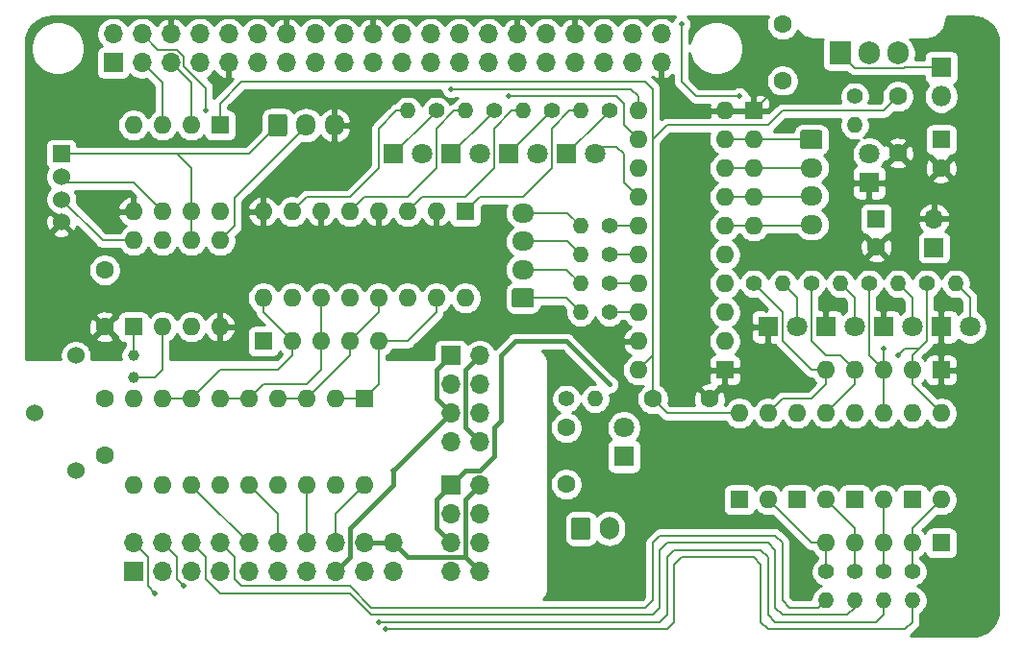
<source format=gtl>
G04 #@! TF.GenerationSoftware,KiCad,Pcbnew,(5.1.5)-3*
G04 #@! TF.CreationDate,2020-03-27T11:43:29+09:00*
G04 #@! TF.ProjectId,PiFA_8xy,50694641-5f38-4787-992e-6b696361645f,4*
G04 #@! TF.SameCoordinates,Original*
G04 #@! TF.FileFunction,Copper,L1,Top*
G04 #@! TF.FilePolarity,Positive*
%FSLAX46Y46*%
G04 Gerber Fmt 4.6, Leading zero omitted, Abs format (unit mm)*
G04 Created by KiCad (PCBNEW (5.1.5)-3) date 2020-03-27 11:43:29*
%MOMM*%
%LPD*%
G04 APERTURE LIST*
%ADD10C,1.800000*%
%ADD11R,1.800000X1.800000*%
%ADD12O,1.400000X1.400000*%
%ADD13C,1.400000*%
%ADD14O,1.700000X1.700000*%
%ADD15R,1.700000X1.700000*%
%ADD16O,1.600000X1.600000*%
%ADD17R,1.600000X1.600000*%
%ADD18O,1.950000X1.700000*%
%ADD19C,0.100000*%
%ADD20O,1.700000X2.000000*%
%ADD21O,1.700000X1.950000*%
%ADD22C,1.524000*%
%ADD23R,1.524000X1.524000*%
%ADD24C,1.600000*%
%ADD25C,1.000000*%
%ADD26O,1.905000X2.000000*%
%ADD27R,1.905000X2.000000*%
%ADD28O,1.800000X1.800000*%
%ADD29C,0.500000*%
%ADD30C,0.200000*%
%ADD31C,0.400000*%
%ADD32C,0.254000*%
G04 APERTURE END LIST*
D10*
X250800000Y-106820000D03*
D11*
X248260000Y-106820000D03*
D12*
X234290000Y-103010000D03*
D13*
X236830000Y-103010000D03*
D12*
X239370000Y-103010000D03*
D13*
X241910000Y-103010000D03*
D14*
X233020000Y-141110000D03*
X233020000Y-143650000D03*
X230480000Y-141110000D03*
X230480000Y-143650000D03*
X227940000Y-141110000D03*
X227940000Y-143650000D03*
X225400000Y-141110000D03*
X225400000Y-143650000D03*
X222860000Y-141110000D03*
X222860000Y-143650000D03*
X220320000Y-141110000D03*
X220320000Y-143650000D03*
X217780000Y-141110000D03*
X217780000Y-143650000D03*
X215240000Y-141110000D03*
X215240000Y-143650000D03*
X212700000Y-141110000D03*
X212700000Y-143650000D03*
X210160000Y-141110000D03*
D15*
X210160000Y-143650000D03*
D16*
X217780000Y-111900000D03*
X210160000Y-104280000D03*
X215240000Y-111900000D03*
X212700000Y-104280000D03*
X212700000Y-111900000D03*
X215240000Y-104280000D03*
X210160000Y-111900000D03*
D17*
X217780000Y-104280000D03*
D18*
X269850000Y-113050000D03*
X269850000Y-110550000D03*
X269850000Y-108050000D03*
G04 #@! TA.AperFunction,ComponentPad*
D19*
G36*
X270599504Y-104701204D02*
G01*
X270623773Y-104704804D01*
X270647571Y-104710765D01*
X270670671Y-104719030D01*
X270692849Y-104729520D01*
X270713893Y-104742133D01*
X270733598Y-104756747D01*
X270751777Y-104773223D01*
X270768253Y-104791402D01*
X270782867Y-104811107D01*
X270795480Y-104832151D01*
X270805970Y-104854329D01*
X270814235Y-104877429D01*
X270820196Y-104901227D01*
X270823796Y-104925496D01*
X270825000Y-104950000D01*
X270825000Y-106150000D01*
X270823796Y-106174504D01*
X270820196Y-106198773D01*
X270814235Y-106222571D01*
X270805970Y-106245671D01*
X270795480Y-106267849D01*
X270782867Y-106288893D01*
X270768253Y-106308598D01*
X270751777Y-106326777D01*
X270733598Y-106343253D01*
X270713893Y-106357867D01*
X270692849Y-106370480D01*
X270670671Y-106380970D01*
X270647571Y-106389235D01*
X270623773Y-106395196D01*
X270599504Y-106398796D01*
X270575000Y-106400000D01*
X269125000Y-106400000D01*
X269100496Y-106398796D01*
X269076227Y-106395196D01*
X269052429Y-106389235D01*
X269029329Y-106380970D01*
X269007151Y-106370480D01*
X268986107Y-106357867D01*
X268966402Y-106343253D01*
X268948223Y-106326777D01*
X268931747Y-106308598D01*
X268917133Y-106288893D01*
X268904520Y-106267849D01*
X268894030Y-106245671D01*
X268885765Y-106222571D01*
X268879804Y-106198773D01*
X268876204Y-106174504D01*
X268875000Y-106150000D01*
X268875000Y-104950000D01*
X268876204Y-104925496D01*
X268879804Y-104901227D01*
X268885765Y-104877429D01*
X268894030Y-104854329D01*
X268904520Y-104832151D01*
X268917133Y-104811107D01*
X268931747Y-104791402D01*
X268948223Y-104773223D01*
X268966402Y-104756747D01*
X268986107Y-104742133D01*
X269007151Y-104729520D01*
X269029329Y-104719030D01*
X269052429Y-104710765D01*
X269076227Y-104704804D01*
X269100496Y-104701204D01*
X269125000Y-104700000D01*
X270575000Y-104700000D01*
X270599504Y-104701204D01*
G37*
G04 #@! TD.AperFunction*
D17*
X264770000Y-103010000D03*
D16*
X264770000Y-105550000D03*
X264770000Y-108090000D03*
X264770000Y-110630000D03*
X264770000Y-113170000D03*
D20*
X252070000Y-139840000D03*
G04 #@! TA.AperFunction,ComponentPad*
D19*
G36*
X250194504Y-138841204D02*
G01*
X250218773Y-138844804D01*
X250242571Y-138850765D01*
X250265671Y-138859030D01*
X250287849Y-138869520D01*
X250308893Y-138882133D01*
X250328598Y-138896747D01*
X250346777Y-138913223D01*
X250363253Y-138931402D01*
X250377867Y-138951107D01*
X250390480Y-138972151D01*
X250400970Y-138994329D01*
X250409235Y-139017429D01*
X250415196Y-139041227D01*
X250418796Y-139065496D01*
X250420000Y-139090000D01*
X250420000Y-140590000D01*
X250418796Y-140614504D01*
X250415196Y-140638773D01*
X250409235Y-140662571D01*
X250400970Y-140685671D01*
X250390480Y-140707849D01*
X250377867Y-140728893D01*
X250363253Y-140748598D01*
X250346777Y-140766777D01*
X250328598Y-140783253D01*
X250308893Y-140797867D01*
X250287849Y-140810480D01*
X250265671Y-140820970D01*
X250242571Y-140829235D01*
X250218773Y-140835196D01*
X250194504Y-140838796D01*
X250170000Y-140840000D01*
X248970000Y-140840000D01*
X248945496Y-140838796D01*
X248921227Y-140835196D01*
X248897429Y-140829235D01*
X248874329Y-140820970D01*
X248852151Y-140810480D01*
X248831107Y-140797867D01*
X248811402Y-140783253D01*
X248793223Y-140766777D01*
X248776747Y-140748598D01*
X248762133Y-140728893D01*
X248749520Y-140707849D01*
X248739030Y-140685671D01*
X248730765Y-140662571D01*
X248724804Y-140638773D01*
X248721204Y-140614504D01*
X248720000Y-140590000D01*
X248720000Y-139090000D01*
X248721204Y-139065496D01*
X248724804Y-139041227D01*
X248730765Y-139017429D01*
X248739030Y-138994329D01*
X248749520Y-138972151D01*
X248762133Y-138951107D01*
X248776747Y-138931402D01*
X248793223Y-138913223D01*
X248811402Y-138896747D01*
X248831107Y-138882133D01*
X248852151Y-138869520D01*
X248874329Y-138859030D01*
X248897429Y-138850765D01*
X248921227Y-138844804D01*
X248945496Y-138841204D01*
X248970000Y-138840000D01*
X250170000Y-138840000D01*
X250194504Y-138841204D01*
G37*
G04 #@! TD.AperFunction*
D21*
X227860000Y-104280000D03*
X225360000Y-104280000D03*
G04 #@! TA.AperFunction,ComponentPad*
D19*
G36*
X223484504Y-103306204D02*
G01*
X223508773Y-103309804D01*
X223532571Y-103315765D01*
X223555671Y-103324030D01*
X223577849Y-103334520D01*
X223598893Y-103347133D01*
X223618598Y-103361747D01*
X223636777Y-103378223D01*
X223653253Y-103396402D01*
X223667867Y-103416107D01*
X223680480Y-103437151D01*
X223690970Y-103459329D01*
X223699235Y-103482429D01*
X223705196Y-103506227D01*
X223708796Y-103530496D01*
X223710000Y-103555000D01*
X223710000Y-105005000D01*
X223708796Y-105029504D01*
X223705196Y-105053773D01*
X223699235Y-105077571D01*
X223690970Y-105100671D01*
X223680480Y-105122849D01*
X223667867Y-105143893D01*
X223653253Y-105163598D01*
X223636777Y-105181777D01*
X223618598Y-105198253D01*
X223598893Y-105212867D01*
X223577849Y-105225480D01*
X223555671Y-105235970D01*
X223532571Y-105244235D01*
X223508773Y-105250196D01*
X223484504Y-105253796D01*
X223460000Y-105255000D01*
X222260000Y-105255000D01*
X222235496Y-105253796D01*
X222211227Y-105250196D01*
X222187429Y-105244235D01*
X222164329Y-105235970D01*
X222142151Y-105225480D01*
X222121107Y-105212867D01*
X222101402Y-105198253D01*
X222083223Y-105181777D01*
X222066747Y-105163598D01*
X222052133Y-105143893D01*
X222039520Y-105122849D01*
X222029030Y-105100671D01*
X222020765Y-105077571D01*
X222014804Y-105053773D01*
X222011204Y-105029504D01*
X222010000Y-105005000D01*
X222010000Y-103555000D01*
X222011204Y-103530496D01*
X222014804Y-103506227D01*
X222020765Y-103482429D01*
X222029030Y-103459329D01*
X222039520Y-103437151D01*
X222052133Y-103416107D01*
X222066747Y-103396402D01*
X222083223Y-103378223D01*
X222101402Y-103361747D01*
X222121107Y-103347133D01*
X222142151Y-103334520D01*
X222164329Y-103324030D01*
X222187429Y-103315765D01*
X222211227Y-103309804D01*
X222235496Y-103306204D01*
X222260000Y-103305000D01*
X223460000Y-103305000D01*
X223484504Y-103306204D01*
G37*
G04 #@! TD.AperFunction*
D18*
X244450000Y-112020000D03*
X244450000Y-114520000D03*
X244450000Y-117020000D03*
G04 #@! TA.AperFunction,ComponentPad*
D19*
G36*
X245199504Y-118671204D02*
G01*
X245223773Y-118674804D01*
X245247571Y-118680765D01*
X245270671Y-118689030D01*
X245292849Y-118699520D01*
X245313893Y-118712133D01*
X245333598Y-118726747D01*
X245351777Y-118743223D01*
X245368253Y-118761402D01*
X245382867Y-118781107D01*
X245395480Y-118802151D01*
X245405970Y-118824329D01*
X245414235Y-118847429D01*
X245420196Y-118871227D01*
X245423796Y-118895496D01*
X245425000Y-118920000D01*
X245425000Y-120120000D01*
X245423796Y-120144504D01*
X245420196Y-120168773D01*
X245414235Y-120192571D01*
X245405970Y-120215671D01*
X245395480Y-120237849D01*
X245382867Y-120258893D01*
X245368253Y-120278598D01*
X245351777Y-120296777D01*
X245333598Y-120313253D01*
X245313893Y-120327867D01*
X245292849Y-120340480D01*
X245270671Y-120350970D01*
X245247571Y-120359235D01*
X245223773Y-120365196D01*
X245199504Y-120368796D01*
X245175000Y-120370000D01*
X243725000Y-120370000D01*
X243700496Y-120368796D01*
X243676227Y-120365196D01*
X243652429Y-120359235D01*
X243629329Y-120350970D01*
X243607151Y-120340480D01*
X243586107Y-120327867D01*
X243566402Y-120313253D01*
X243548223Y-120296777D01*
X243531747Y-120278598D01*
X243517133Y-120258893D01*
X243504520Y-120237849D01*
X243494030Y-120215671D01*
X243485765Y-120192571D01*
X243479804Y-120168773D01*
X243476204Y-120144504D01*
X243475000Y-120120000D01*
X243475000Y-118920000D01*
X243476204Y-118895496D01*
X243479804Y-118871227D01*
X243485765Y-118847429D01*
X243494030Y-118824329D01*
X243504520Y-118802151D01*
X243517133Y-118781107D01*
X243531747Y-118761402D01*
X243548223Y-118743223D01*
X243566402Y-118726747D01*
X243586107Y-118712133D01*
X243607151Y-118699520D01*
X243629329Y-118689030D01*
X243652429Y-118680765D01*
X243676227Y-118674804D01*
X243700496Y-118671204D01*
X243725000Y-118670000D01*
X245175000Y-118670000D01*
X245199504Y-118671204D01*
G37*
G04 #@! TD.AperFunction*
D17*
X239370000Y-111900000D03*
D16*
X221590000Y-119520000D03*
X236830000Y-111900000D03*
X224130000Y-119520000D03*
X234290000Y-111900000D03*
X226670000Y-119520000D03*
X231750000Y-111900000D03*
X229210000Y-119520000D03*
X229210000Y-111900000D03*
X231750000Y-119520000D03*
X226670000Y-111900000D03*
X234290000Y-119520000D03*
X224130000Y-111900000D03*
X236830000Y-119520000D03*
X221590000Y-111900000D03*
X239370000Y-119520000D03*
D15*
X280645000Y-115075000D03*
D14*
X280645000Y-112535000D03*
D17*
X230480000Y-128410000D03*
D16*
X210160000Y-136030000D03*
X227940000Y-128410000D03*
X212700000Y-136030000D03*
X225400000Y-128410000D03*
X215240000Y-136030000D03*
X222860000Y-128410000D03*
X217780000Y-136030000D03*
X220320000Y-128410000D03*
X220320000Y-136030000D03*
X217780000Y-128410000D03*
X222860000Y-136030000D03*
X215240000Y-128410000D03*
X225400000Y-136030000D03*
X212700000Y-128410000D03*
X227940000Y-136030000D03*
X210160000Y-128410000D03*
X230480000Y-136030000D03*
D22*
X201480000Y-129680000D03*
X205080000Y-124600000D03*
X205080000Y-134760000D03*
D23*
X203810000Y-106820000D03*
D22*
X203810000Y-108820000D03*
X203810000Y-110820000D03*
X203810000Y-112820000D03*
D12*
X282550000Y-118250000D03*
D13*
X280010000Y-118250000D03*
D24*
X248260000Y-135950000D03*
X248260000Y-130950000D03*
D14*
X240640000Y-143650000D03*
X238100000Y-143650000D03*
X240640000Y-141110000D03*
X238100000Y-141110000D03*
X240640000Y-138570000D03*
X238100000Y-138570000D03*
X240640000Y-136030000D03*
D15*
X238100000Y-136030000D03*
D24*
X277470000Y-106740000D03*
X277470000Y-101740000D03*
D10*
X274930000Y-106820000D03*
D11*
X274930000Y-109360000D03*
D10*
X235560000Y-106820000D03*
D11*
X233020000Y-106820000D03*
D10*
X240640000Y-106820000D03*
D11*
X238100000Y-106820000D03*
D10*
X245720000Y-106820000D03*
D11*
X243180000Y-106820000D03*
D10*
X268580000Y-122060000D03*
D11*
X266040000Y-122060000D03*
D10*
X273660000Y-122060000D03*
D11*
X271120000Y-122060000D03*
D10*
X278740000Y-122060000D03*
D11*
X276200000Y-122060000D03*
D10*
X283820000Y-122060000D03*
D11*
X281280000Y-122060000D03*
D24*
X260880000Y-128410000D03*
X255880000Y-128410000D03*
X207620000Y-122060000D03*
X207620000Y-117060000D03*
X207620000Y-133410000D03*
X207620000Y-128410000D03*
D25*
X210160000Y-126500000D03*
X210160000Y-124600000D03*
D26*
X277470000Y-97930000D03*
X274930000Y-97930000D03*
D27*
X272390000Y-97930000D03*
D16*
X210160000Y-114440000D03*
X217780000Y-122060000D03*
X212700000Y-114440000D03*
X215240000Y-122060000D03*
X215240000Y-114440000D03*
X212700000Y-122060000D03*
X217780000Y-114440000D03*
D17*
X210160000Y-122060000D03*
D16*
X254610000Y-125870000D03*
X262230000Y-103010000D03*
X254610000Y-123330000D03*
X262230000Y-105550000D03*
X254610000Y-120790000D03*
X262230000Y-108090000D03*
X254610000Y-118250000D03*
X262230000Y-110630000D03*
X254610000Y-115710000D03*
X262230000Y-113170000D03*
X254610000Y-113170000D03*
X262230000Y-115710000D03*
X254610000Y-110630000D03*
X262230000Y-118250000D03*
X254610000Y-108090000D03*
X262230000Y-120790000D03*
X254610000Y-105550000D03*
X262230000Y-123330000D03*
X254610000Y-103010000D03*
D17*
X262230000Y-125870000D03*
D16*
X231750000Y-123330000D03*
X229210000Y-123330000D03*
X226670000Y-123330000D03*
X224130000Y-123330000D03*
D17*
X221590000Y-123330000D03*
D16*
X271120000Y-125870000D03*
X273660000Y-125870000D03*
X276200000Y-125870000D03*
X278740000Y-125870000D03*
D17*
X281280000Y-125870000D03*
D16*
X271120000Y-141110000D03*
X273660000Y-141110000D03*
X276200000Y-141110000D03*
X278740000Y-141110000D03*
D17*
X281280000Y-141110000D03*
D12*
X250800000Y-128410000D03*
D13*
X248260000Y-128410000D03*
D12*
X273660000Y-104280000D03*
D13*
X273660000Y-101740000D03*
D12*
X249530000Y-113170000D03*
D13*
X252070000Y-113170000D03*
D12*
X249530000Y-115710000D03*
D13*
X252070000Y-115710000D03*
D12*
X249530000Y-118250000D03*
D13*
X252070000Y-118250000D03*
D12*
X249530000Y-120790000D03*
D13*
X252070000Y-120790000D03*
D12*
X244450000Y-103010000D03*
D13*
X246990000Y-103010000D03*
D12*
X249530000Y-103010000D03*
D13*
X252070000Y-103010000D03*
D12*
X267310000Y-118250000D03*
D13*
X264770000Y-118250000D03*
D12*
X272390000Y-118250000D03*
D13*
X269850000Y-118250000D03*
D12*
X277470000Y-118250000D03*
D13*
X274930000Y-118250000D03*
D12*
X271120000Y-146190000D03*
D13*
X271120000Y-143650000D03*
D12*
X273660000Y-146190000D03*
D13*
X273660000Y-143650000D03*
D12*
X276200000Y-146190000D03*
D13*
X276200000Y-143650000D03*
D12*
X278740000Y-146190000D03*
D13*
X278740000Y-143650000D03*
D16*
X263500000Y-129680000D03*
X266040000Y-137300000D03*
X266040000Y-129680000D03*
D17*
X263500000Y-137300000D03*
D16*
X268580000Y-129680000D03*
X271120000Y-137300000D03*
X271120000Y-129680000D03*
D17*
X268580000Y-137300000D03*
D16*
X273660000Y-129680000D03*
X276200000Y-137300000D03*
X276200000Y-129680000D03*
D17*
X273660000Y-137300000D03*
D16*
X278740000Y-129680000D03*
X281280000Y-137300000D03*
X281280000Y-129680000D03*
D17*
X278740000Y-137300000D03*
D14*
X240640000Y-132220000D03*
X238100000Y-132220000D03*
X240640000Y-129680000D03*
X238100000Y-129680000D03*
X240640000Y-127140000D03*
X238100000Y-127140000D03*
X240640000Y-124600000D03*
D15*
X238100000Y-124600000D03*
D24*
X267310000Y-95390000D03*
X267310000Y-100390000D03*
D10*
X253340000Y-130950000D03*
D11*
X253340000Y-133490000D03*
D28*
X281280000Y-101740000D03*
D11*
X281280000Y-99200000D03*
D24*
X281280000Y-108050000D03*
D17*
X281280000Y-105550000D03*
D24*
X275565000Y-115035000D03*
D17*
X275565000Y-112535000D03*
D15*
X208370000Y-98770000D03*
D14*
X208370000Y-96230000D03*
X210910000Y-98770000D03*
X210910000Y-96230000D03*
X213450000Y-98770000D03*
X213450000Y-96230000D03*
X215990000Y-98770000D03*
X215990000Y-96230000D03*
X218530000Y-98770000D03*
X218530000Y-96230000D03*
X221070000Y-98770000D03*
X221070000Y-96230000D03*
X223610000Y-98770000D03*
X223610000Y-96230000D03*
X226150000Y-98770000D03*
X226150000Y-96230000D03*
X228690000Y-98770000D03*
X228690000Y-96230000D03*
X231230000Y-98770000D03*
X231230000Y-96230000D03*
X233770000Y-98770000D03*
X233770000Y-96230000D03*
X236310000Y-98770000D03*
X236310000Y-96230000D03*
X238850000Y-98770000D03*
X238850000Y-96230000D03*
X241390000Y-98770000D03*
X241390000Y-96230000D03*
X243930000Y-98770000D03*
X243930000Y-96230000D03*
X246470000Y-98770000D03*
X246470000Y-96230000D03*
X249010000Y-98770000D03*
X249010000Y-96230000D03*
X251550000Y-98770000D03*
X251550000Y-96230000D03*
X254090000Y-98770000D03*
X254090000Y-96230000D03*
X256630000Y-98770000D03*
X256630000Y-96230000D03*
D29*
X258420000Y-95390000D03*
X263500000Y-101740000D03*
X216510000Y-103010000D03*
X274930000Y-100470000D03*
X230480000Y-115710000D03*
X259690000Y-114440000D03*
X274930000Y-133490000D03*
X282550000Y-146190000D03*
X206350000Y-101740000D03*
X238100000Y-101105000D03*
X243180000Y-101740000D03*
X277470000Y-124600000D03*
X276200000Y-123965000D03*
X231750000Y-148095000D03*
X214605000Y-144920000D03*
X232385000Y-148730000D03*
X212065000Y-145555000D03*
X233020000Y-134760000D03*
X252070000Y-127140000D03*
D30*
X219685000Y-100470000D02*
X217780000Y-102375000D01*
X251435000Y-100470000D02*
X219685000Y-100470000D01*
X266040000Y-104280000D02*
X267310000Y-103010000D01*
X254610000Y-125870000D02*
X255880000Y-124600000D01*
X276200000Y-103010000D02*
X267304556Y-103015444D01*
X277470000Y-101740000D02*
X276200000Y-103010000D01*
X266040000Y-104280000D02*
X257150000Y-104280000D01*
X257150000Y-104280000D02*
X255880000Y-105550000D01*
X251435000Y-100470000D02*
X255245000Y-100470000D01*
X255245000Y-100470000D02*
X255880000Y-101105000D01*
X255880000Y-128410000D02*
X255880000Y-105550000D01*
X263500000Y-129680000D02*
X257150000Y-129680000D01*
X257150000Y-129680000D02*
X255880000Y-128410000D01*
X255880000Y-101105000D02*
X255880000Y-105550000D01*
X217780000Y-102375000D02*
X217780000Y-104280000D01*
X210160000Y-114440000D02*
X207430000Y-114440000D01*
X207430000Y-114440000D02*
X203810000Y-110820000D01*
X216510000Y-100992002D02*
X216510000Y-103010000D01*
X212299999Y-97619999D02*
X214002001Y-97619999D01*
X210910000Y-96230000D02*
X212299999Y-97619999D01*
X214002001Y-97619999D02*
X214600001Y-98217999D01*
X214600001Y-98217999D02*
X214600001Y-99082003D01*
X214600001Y-99082003D02*
X216510000Y-100992002D01*
X259690000Y-101740000D02*
X263500000Y-101740000D01*
X258420000Y-100470000D02*
X259690000Y-101740000D01*
X258420000Y-95390000D02*
X258420000Y-100470000D01*
X274930000Y-100470000D02*
X269850000Y-100470000D01*
X269850000Y-100470000D02*
X268580000Y-101740000D01*
X268580000Y-101740000D02*
X266040000Y-101740000D01*
X266040000Y-101740000D02*
X264770000Y-103010000D01*
X212700000Y-104280000D02*
X212700000Y-100560000D01*
X212700000Y-100560000D02*
X210910000Y-98770000D01*
X215240000Y-100560000D02*
X215240000Y-104280000D01*
X213450000Y-98770000D02*
X215240000Y-100560000D01*
X272390000Y-97977500D02*
X273642510Y-99230010D01*
X273642510Y-99230010D02*
X277988806Y-99230010D01*
X277988806Y-99230010D02*
X278018816Y-99200000D01*
X278018816Y-99200000D02*
X281280000Y-99200000D01*
X252705000Y-101105000D02*
X238100000Y-101105000D01*
X253975000Y-101105000D02*
X252705000Y-101105000D01*
X254610000Y-103010000D02*
X254610000Y-101740000D01*
X254610000Y-101740000D02*
X253975000Y-101105000D01*
X251370001Y-103709999D02*
X248260000Y-106820000D01*
X252070000Y-103010000D02*
X251370001Y-103709999D01*
X252705000Y-101740000D02*
X243180000Y-101740000D01*
X253340000Y-102375000D02*
X252705000Y-101740000D01*
X254610000Y-105550000D02*
X253340000Y-104280000D01*
X253340000Y-104280000D02*
X253340000Y-102375000D01*
X246990000Y-103010000D02*
X243180000Y-106820000D01*
X241210001Y-103709999D02*
X238100000Y-106820000D01*
X241910000Y-103010000D02*
X241210001Y-103709999D01*
X250800000Y-106185000D02*
X252705000Y-106185000D01*
X252705000Y-106185000D02*
X253340000Y-106820000D01*
X253340000Y-106820000D02*
X253340000Y-109360000D01*
X253340000Y-109360000D02*
X254610000Y-110630000D01*
X236130001Y-103709999D02*
X233020000Y-106820000D01*
X236830000Y-103010000D02*
X236130001Y-103709999D01*
D31*
X239370000Y-130950000D02*
X240640000Y-132220000D01*
X239370000Y-125870000D02*
X239370000Y-130950000D01*
X240640000Y-124600000D02*
X239370000Y-125870000D01*
X239370000Y-142380000D02*
X240640000Y-143650000D01*
X239370000Y-137300000D02*
X239370000Y-142380000D01*
X240640000Y-136030000D02*
X239370000Y-137300000D01*
X234290000Y-142380000D02*
X239370000Y-142380000D01*
X234290000Y-142380000D02*
X233020000Y-141110000D01*
X233020000Y-141110000D02*
X230480000Y-141110000D01*
D30*
X269730000Y-113170000D02*
X269850000Y-113050000D01*
X262230000Y-113170000D02*
X269730000Y-113170000D01*
X269770000Y-110630000D02*
X269850000Y-110550000D01*
X262230000Y-110630000D02*
X269770000Y-110630000D01*
X269810000Y-108090000D02*
X269850000Y-108050000D01*
X262230000Y-108090000D02*
X269810000Y-108090000D01*
X262230000Y-105550000D02*
X269850000Y-105550000D01*
X248380000Y-112020000D02*
X249530000Y-113170000D01*
X244450000Y-112020000D02*
X248380000Y-112020000D01*
X248340000Y-114520000D02*
X249530000Y-115710000D01*
X244450000Y-114520000D02*
X248340000Y-114520000D01*
X248300000Y-117020000D02*
X249530000Y-118250000D01*
X244450000Y-117020000D02*
X248300000Y-117020000D01*
X249530000Y-120790000D02*
X248260000Y-119520000D01*
X248260000Y-119520000D02*
X244450000Y-119520000D01*
X278740000Y-139840000D02*
X278740000Y-141110000D01*
X281280000Y-137300000D02*
X278740000Y-139840000D01*
X278740000Y-143650000D02*
X278740000Y-141110000D01*
X278740000Y-124600000D02*
X279375000Y-123965000D01*
X281280000Y-129680000D02*
X278740000Y-127140000D01*
X278740000Y-127140000D02*
X278740000Y-124600000D01*
X279375000Y-123965000D02*
X280010000Y-123330000D01*
X280010000Y-123330000D02*
X280010000Y-118250000D01*
X277470000Y-124600000D02*
X278105000Y-123965000D01*
X278105000Y-123965000D02*
X279375000Y-123965000D01*
X276200000Y-141110000D02*
X276200000Y-143650000D01*
X276200000Y-141110000D02*
X276200000Y-137300000D01*
X262230000Y-120790000D02*
X262230000Y-121425000D01*
X276200000Y-123965000D02*
X276200000Y-129680000D01*
X274930000Y-124600000D02*
X276200000Y-125870000D01*
X274930000Y-118250000D02*
X274930000Y-124600000D01*
X273660000Y-139840000D02*
X273660000Y-141110000D01*
X271120000Y-137300000D02*
X273660000Y-139840000D01*
X273660000Y-143650000D02*
X273660000Y-141110000D01*
X262230000Y-118885000D02*
X262230000Y-118250000D01*
X273660000Y-127140000D02*
X273660000Y-125870000D01*
X271120000Y-129680000D02*
X273660000Y-127140000D01*
X269850000Y-118250000D02*
X269850000Y-123330000D01*
X269850000Y-123330000D02*
X271120000Y-124600000D01*
X271120000Y-124600000D02*
X272390000Y-124600000D01*
X272390000Y-124600000D02*
X273660000Y-125870000D01*
X269850000Y-141110000D02*
X271120000Y-141110000D01*
X266040000Y-137300000D02*
X269850000Y-141110000D01*
X271120000Y-141110000D02*
X271120000Y-143650000D01*
X271120000Y-127140000D02*
X271120000Y-125870000D01*
X269850000Y-128410000D02*
X271120000Y-127140000D01*
X266040000Y-129680000D02*
X267310000Y-128410000D01*
X267310000Y-128410000D02*
X269850000Y-128410000D01*
X269850000Y-125870000D02*
X271120000Y-125870000D01*
X264770000Y-118250000D02*
X267310000Y-120790000D01*
X267310000Y-120790000D02*
X267310000Y-123330000D01*
X267310000Y-123330000D02*
X269850000Y-125870000D01*
X212070000Y-126500000D02*
X212700000Y-125870000D01*
X210160000Y-126500000D02*
X212070000Y-126500000D01*
X212700000Y-122060000D02*
X212700000Y-125870000D01*
X210160000Y-122060000D02*
X210160000Y-124600000D01*
X227940000Y-138570000D02*
X230480000Y-136030000D01*
X227940000Y-141110000D02*
X227940000Y-138570000D01*
X225400000Y-136030000D02*
X225400000Y-141110000D01*
X222860000Y-138570000D02*
X220320000Y-136030000D01*
X222860000Y-141110000D02*
X222860000Y-138570000D01*
X215240000Y-136030000D02*
X216039999Y-136829999D01*
X216039999Y-136829999D02*
X220320000Y-141110000D01*
X266675000Y-140475000D02*
X256515000Y-140475000D01*
X267310000Y-141110000D02*
X266675000Y-140475000D01*
X267310000Y-146190000D02*
X267310000Y-141110000D01*
X267945000Y-146825000D02*
X267310000Y-146190000D01*
X271120000Y-146190000D02*
X270485000Y-146825000D01*
X270485000Y-146825000D02*
X267945000Y-146825000D01*
X256515000Y-140475000D02*
X255880000Y-141110000D01*
X255880000Y-141110000D02*
X255880000Y-146190000D01*
X255880000Y-146190000D02*
X255245000Y-146825000D01*
X255245000Y-146825000D02*
X238100000Y-146825000D01*
X231115000Y-146825000D02*
X238100000Y-146825000D01*
X229210000Y-144920000D02*
X231115000Y-146825000D01*
X219685000Y-144920000D02*
X229210000Y-144920000D01*
X219050000Y-144285000D02*
X219685000Y-144920000D01*
X219050000Y-142380000D02*
X219050000Y-144285000D01*
X217780000Y-141110000D02*
X219050000Y-142380000D01*
X266675000Y-141745000D02*
X266040000Y-141110000D01*
X257150000Y-141110000D02*
X256515000Y-141745000D01*
X266675000Y-146825000D02*
X266675000Y-141745000D01*
X267310000Y-147460000D02*
X266675000Y-146825000D01*
X273025000Y-147460000D02*
X267310000Y-147460000D01*
X273660000Y-146190000D02*
X273660000Y-146825000D01*
X273660000Y-146825000D02*
X273025000Y-147460000D01*
X266040000Y-141110000D02*
X257150000Y-141110000D01*
X256515000Y-141745000D02*
X256515000Y-146825000D01*
X256515000Y-146825000D02*
X255880000Y-147460000D01*
X255880000Y-147460000D02*
X238100000Y-147460000D01*
X231115000Y-147460000D02*
X238100000Y-147460000D01*
X229210000Y-145555000D02*
X231115000Y-147460000D01*
X217780000Y-145555000D02*
X229210000Y-145555000D01*
X216510000Y-142380000D02*
X216510000Y-144285000D01*
X215240000Y-141110000D02*
X216510000Y-142380000D01*
X216510000Y-144285000D02*
X217780000Y-145555000D01*
X275565000Y-148095000D02*
X276200000Y-147460000D01*
X276200000Y-147460000D02*
X276200000Y-146190000D01*
X266675000Y-148095000D02*
X275565000Y-148095000D01*
X266040000Y-147460000D02*
X266675000Y-148095000D01*
X266040000Y-142380000D02*
X266040000Y-147460000D01*
X256515000Y-148095000D02*
X257150000Y-147460000D01*
X238100000Y-148095000D02*
X256515000Y-148095000D01*
X257150000Y-147460000D02*
X257150000Y-142380000D01*
X257150000Y-142380000D02*
X257785000Y-141745000D01*
X257785000Y-141745000D02*
X265405000Y-141745000D01*
X265405000Y-141745000D02*
X266040000Y-142380000D01*
X231750000Y-148095000D02*
X238100000Y-148095000D01*
X213970000Y-144285000D02*
X213970000Y-142380000D01*
X213970000Y-144285000D02*
X214605000Y-144920000D01*
X213970000Y-142380000D02*
X212700000Y-141110000D01*
X278740000Y-148095000D02*
X278740000Y-146190000D01*
X278105000Y-148730000D02*
X278740000Y-148095000D01*
X266040000Y-148730000D02*
X278105000Y-148730000D01*
X265405000Y-148095000D02*
X266040000Y-148730000D01*
X265405000Y-143015000D02*
X265405000Y-148095000D01*
X257150000Y-148730000D02*
X257785000Y-148095000D01*
X232385000Y-148730000D02*
X257150000Y-148730000D01*
X257785000Y-148095000D02*
X257785000Y-143015000D01*
X257785000Y-143015000D02*
X258420000Y-142380000D01*
X258420000Y-142380000D02*
X264770000Y-142380000D01*
X264770000Y-142380000D02*
X265405000Y-143015000D01*
X211430000Y-144920000D02*
X212065000Y-145555000D01*
X210160000Y-141110000D02*
X211430000Y-142380000D01*
X211430000Y-142380000D02*
X211430000Y-144920000D01*
D31*
X236830000Y-128410000D02*
X238100000Y-129680000D01*
X236830000Y-125870000D02*
X236830000Y-128410000D01*
X238100000Y-124600000D02*
X236830000Y-125870000D01*
X233020000Y-134760000D02*
X238100000Y-129680000D01*
X233020000Y-136030000D02*
X233020000Y-134760000D01*
X227940000Y-143650000D02*
X228789999Y-142800001D01*
X228789999Y-142800001D02*
X229210000Y-142380000D01*
X229210000Y-142380000D02*
X229210000Y-139840000D01*
X229210000Y-139840000D02*
X233020000Y-136030000D01*
X249530000Y-124600000D02*
X252070000Y-127140000D01*
X248260000Y-123330000D02*
X249530000Y-124600000D01*
X236830000Y-139840000D02*
X238100000Y-141110000D01*
X236830000Y-137300000D02*
X236830000Y-139840000D01*
X238100000Y-136030000D02*
X236830000Y-137300000D01*
X242545000Y-124600000D02*
X243815000Y-123330000D01*
X239370000Y-134760000D02*
X240640000Y-134760000D01*
X238100000Y-136030000D02*
X239370000Y-134760000D01*
X240640000Y-134760000D02*
X241910000Y-133490000D01*
X241910000Y-133490000D02*
X241910000Y-130950000D01*
X241910000Y-130950000D02*
X242545000Y-130315000D01*
X243815000Y-123330000D02*
X248260000Y-123330000D01*
X242545000Y-130315000D02*
X242545000Y-124600000D01*
D30*
X282550000Y-118250000D02*
X283820000Y-119520000D01*
X283820000Y-119520000D02*
X283820000Y-122060000D01*
X277470000Y-118250000D02*
X278740000Y-119520000D01*
X278740000Y-119520000D02*
X278740000Y-122060000D01*
X267310000Y-118250000D02*
X268580000Y-119520000D01*
X268580000Y-119520000D02*
X268580000Y-122060000D01*
X272390000Y-118250000D02*
X273660000Y-119520000D01*
X273660000Y-119520000D02*
X273660000Y-122060000D01*
X213970000Y-106820000D02*
X215240000Y-108090000D01*
X203810000Y-106820000D02*
X213970000Y-106820000D01*
X215240000Y-108090000D02*
X215240000Y-111900000D01*
X215240000Y-111900000D02*
X215240000Y-114440000D01*
X220320000Y-106820000D02*
X222900000Y-104280000D01*
X213970000Y-106820000D02*
X220320000Y-106820000D01*
X203810000Y-109360000D02*
X210160000Y-109360000D01*
X203810000Y-108820000D02*
X203810000Y-109360000D01*
X212700000Y-111900000D02*
X210160000Y-109360000D01*
X219050000Y-113170000D02*
X217780000Y-114440000D01*
X219050000Y-110630000D02*
X219050000Y-113170000D01*
X225360000Y-104405000D02*
X225360000Y-104280000D01*
X219135000Y-110630000D02*
X225360000Y-104405000D01*
X219050000Y-110630000D02*
X219135000Y-110630000D01*
X254610000Y-113170000D02*
X251938722Y-113170000D01*
X254610000Y-115710000D02*
X251938722Y-115710000D01*
X254610000Y-118250000D02*
X251938722Y-118250000D01*
X254610000Y-120790000D02*
X251938722Y-120790000D01*
X231750000Y-104560051D02*
X231750000Y-108090000D01*
X234290000Y-103010000D02*
X233300051Y-103010000D01*
X233300051Y-103010000D02*
X231750000Y-104560051D01*
X231750000Y-108090000D02*
X229210000Y-110630000D01*
X229210000Y-110630000D02*
X225400000Y-110630000D01*
X225400000Y-110630000D02*
X224130000Y-111900000D01*
X246990000Y-104560051D02*
X246990000Y-108090000D01*
X249530000Y-103010000D02*
X248540051Y-103010000D01*
X248540051Y-103010000D02*
X246990000Y-104560051D01*
X246990000Y-108090000D02*
X244450000Y-110630000D01*
X244450000Y-110630000D02*
X240640000Y-110630000D01*
X240640000Y-110630000D02*
X239370000Y-111900000D01*
X241910000Y-104560051D02*
X241910000Y-108090000D01*
X244450000Y-103010000D02*
X243460051Y-103010000D01*
X243460051Y-103010000D02*
X241910000Y-104560051D01*
X241910000Y-108090000D02*
X239370000Y-110630000D01*
X239370000Y-110630000D02*
X235560000Y-110630000D01*
X235560000Y-110630000D02*
X234290000Y-111900000D01*
X236830000Y-104560051D02*
X236830000Y-108090000D01*
X239370000Y-103010000D02*
X238380051Y-103010000D01*
X238380051Y-103010000D02*
X236830000Y-104560051D01*
X236830000Y-108090000D02*
X234290000Y-110630000D01*
X234290000Y-110630000D02*
X230480000Y-110630000D01*
X230480000Y-110630000D02*
X229210000Y-111900000D01*
X234290000Y-123330000D02*
X236830000Y-120790000D01*
X236830000Y-120790000D02*
X236830000Y-119520000D01*
X231750000Y-123330000D02*
X234290000Y-123330000D01*
X227940000Y-128410000D02*
X230480000Y-128410000D01*
X231750000Y-127140000D02*
X230480000Y-128410000D01*
X231750000Y-123330000D02*
X231750000Y-127140000D01*
X231750000Y-120790000D02*
X231750000Y-119520000D01*
X229210000Y-123330000D02*
X231750000Y-120790000D01*
X222860000Y-128410000D02*
X225400000Y-128410000D01*
X229210000Y-124600000D02*
X229210000Y-123330000D01*
X225400000Y-128410000D02*
X229210000Y-124600000D01*
X226670000Y-119520000D02*
X226670000Y-123330000D01*
X217780000Y-128410000D02*
X220320000Y-128410000D01*
X226670000Y-125870000D02*
X226670000Y-123330000D01*
X225400000Y-127140000D02*
X226670000Y-125870000D01*
X221590000Y-127140000D02*
X225400000Y-127140000D01*
X220320000Y-128410000D02*
X221590000Y-127140000D01*
X221590000Y-120790000D02*
X221590000Y-119520000D01*
X224130000Y-123330000D02*
X221590000Y-120790000D01*
X217780000Y-125870000D02*
X215240000Y-128410000D01*
X224130000Y-124600000D02*
X222860000Y-125870000D01*
X224130000Y-123330000D02*
X224130000Y-124600000D01*
X222860000Y-125870000D02*
X217780000Y-125870000D01*
X212700000Y-128410000D02*
X215240000Y-128410000D01*
D32*
G36*
X257855845Y-94702576D02*
G01*
X257732576Y-94825845D01*
X257635723Y-94970795D01*
X257587448Y-95087341D01*
X257576632Y-95076525D01*
X257333411Y-94914010D01*
X257063158Y-94802068D01*
X256776260Y-94745000D01*
X256483740Y-94745000D01*
X256196842Y-94802068D01*
X255926589Y-94914010D01*
X255683368Y-95076525D01*
X255476525Y-95283368D01*
X255360000Y-95457760D01*
X255243475Y-95283368D01*
X255036632Y-95076525D01*
X254793411Y-94914010D01*
X254523158Y-94802068D01*
X254236260Y-94745000D01*
X253943740Y-94745000D01*
X253656842Y-94802068D01*
X253386589Y-94914010D01*
X253143368Y-95076525D01*
X252936525Y-95283368D01*
X252820000Y-95457760D01*
X252703475Y-95283368D01*
X252496632Y-95076525D01*
X252253411Y-94914010D01*
X251983158Y-94802068D01*
X251696260Y-94745000D01*
X251403740Y-94745000D01*
X251116842Y-94802068D01*
X250846589Y-94914010D01*
X250603368Y-95076525D01*
X250396525Y-95283368D01*
X250274805Y-95465534D01*
X250205178Y-95348645D01*
X250010269Y-95132412D01*
X249776920Y-94958359D01*
X249514099Y-94833175D01*
X249366890Y-94788524D01*
X249137000Y-94909845D01*
X249137000Y-96103000D01*
X249157000Y-96103000D01*
X249157000Y-96357000D01*
X249137000Y-96357000D01*
X249137000Y-96377000D01*
X248883000Y-96377000D01*
X248883000Y-96357000D01*
X248863000Y-96357000D01*
X248863000Y-96103000D01*
X248883000Y-96103000D01*
X248883000Y-94909845D01*
X248653110Y-94788524D01*
X248505901Y-94833175D01*
X248243080Y-94958359D01*
X248009731Y-95132412D01*
X247814822Y-95348645D01*
X247745195Y-95465534D01*
X247623475Y-95283368D01*
X247416632Y-95076525D01*
X247173411Y-94914010D01*
X246903158Y-94802068D01*
X246616260Y-94745000D01*
X246323740Y-94745000D01*
X246036842Y-94802068D01*
X245766589Y-94914010D01*
X245523368Y-95076525D01*
X245316525Y-95283368D01*
X245194805Y-95465534D01*
X245125178Y-95348645D01*
X244930269Y-95132412D01*
X244696920Y-94958359D01*
X244434099Y-94833175D01*
X244286890Y-94788524D01*
X244057000Y-94909845D01*
X244057000Y-96103000D01*
X244077000Y-96103000D01*
X244077000Y-96357000D01*
X244057000Y-96357000D01*
X244057000Y-96377000D01*
X243803000Y-96377000D01*
X243803000Y-96357000D01*
X243783000Y-96357000D01*
X243783000Y-96103000D01*
X243803000Y-96103000D01*
X243803000Y-94909845D01*
X243573110Y-94788524D01*
X243425901Y-94833175D01*
X243163080Y-94958359D01*
X242929731Y-95132412D01*
X242734822Y-95348645D01*
X242665195Y-95465534D01*
X242543475Y-95283368D01*
X242336632Y-95076525D01*
X242093411Y-94914010D01*
X241823158Y-94802068D01*
X241536260Y-94745000D01*
X241243740Y-94745000D01*
X240956842Y-94802068D01*
X240686589Y-94914010D01*
X240443368Y-95076525D01*
X240236525Y-95283368D01*
X240120000Y-95457760D01*
X240003475Y-95283368D01*
X239796632Y-95076525D01*
X239553411Y-94914010D01*
X239283158Y-94802068D01*
X238996260Y-94745000D01*
X238703740Y-94745000D01*
X238416842Y-94802068D01*
X238146589Y-94914010D01*
X237903368Y-95076525D01*
X237696525Y-95283368D01*
X237580000Y-95457760D01*
X237463475Y-95283368D01*
X237256632Y-95076525D01*
X237013411Y-94914010D01*
X236743158Y-94802068D01*
X236456260Y-94745000D01*
X236163740Y-94745000D01*
X235876842Y-94802068D01*
X235606589Y-94914010D01*
X235363368Y-95076525D01*
X235156525Y-95283368D01*
X235040000Y-95457760D01*
X234923475Y-95283368D01*
X234716632Y-95076525D01*
X234473411Y-94914010D01*
X234203158Y-94802068D01*
X233916260Y-94745000D01*
X233623740Y-94745000D01*
X233336842Y-94802068D01*
X233066589Y-94914010D01*
X232823368Y-95076525D01*
X232616525Y-95283368D01*
X232494805Y-95465534D01*
X232425178Y-95348645D01*
X232230269Y-95132412D01*
X231996920Y-94958359D01*
X231734099Y-94833175D01*
X231586890Y-94788524D01*
X231357000Y-94909845D01*
X231357000Y-96103000D01*
X231377000Y-96103000D01*
X231377000Y-96357000D01*
X231357000Y-96357000D01*
X231357000Y-96377000D01*
X231103000Y-96377000D01*
X231103000Y-96357000D01*
X231083000Y-96357000D01*
X231083000Y-96103000D01*
X231103000Y-96103000D01*
X231103000Y-94909845D01*
X230873110Y-94788524D01*
X230725901Y-94833175D01*
X230463080Y-94958359D01*
X230229731Y-95132412D01*
X230034822Y-95348645D01*
X229965195Y-95465534D01*
X229843475Y-95283368D01*
X229636632Y-95076525D01*
X229393411Y-94914010D01*
X229123158Y-94802068D01*
X228836260Y-94745000D01*
X228543740Y-94745000D01*
X228256842Y-94802068D01*
X227986589Y-94914010D01*
X227743368Y-95076525D01*
X227536525Y-95283368D01*
X227420000Y-95457760D01*
X227303475Y-95283368D01*
X227096632Y-95076525D01*
X226853411Y-94914010D01*
X226583158Y-94802068D01*
X226296260Y-94745000D01*
X226003740Y-94745000D01*
X225716842Y-94802068D01*
X225446589Y-94914010D01*
X225203368Y-95076525D01*
X224996525Y-95283368D01*
X224874805Y-95465534D01*
X224805178Y-95348645D01*
X224610269Y-95132412D01*
X224376920Y-94958359D01*
X224114099Y-94833175D01*
X223966890Y-94788524D01*
X223737000Y-94909845D01*
X223737000Y-96103000D01*
X223757000Y-96103000D01*
X223757000Y-96357000D01*
X223737000Y-96357000D01*
X223737000Y-96377000D01*
X223483000Y-96377000D01*
X223483000Y-96357000D01*
X223463000Y-96357000D01*
X223463000Y-96103000D01*
X223483000Y-96103000D01*
X223483000Y-94909845D01*
X223253110Y-94788524D01*
X223105901Y-94833175D01*
X222843080Y-94958359D01*
X222609731Y-95132412D01*
X222414822Y-95348645D01*
X222345195Y-95465534D01*
X222223475Y-95283368D01*
X222016632Y-95076525D01*
X221773411Y-94914010D01*
X221503158Y-94802068D01*
X221216260Y-94745000D01*
X220923740Y-94745000D01*
X220636842Y-94802068D01*
X220366589Y-94914010D01*
X220123368Y-95076525D01*
X219916525Y-95283368D01*
X219800000Y-95457760D01*
X219683475Y-95283368D01*
X219476632Y-95076525D01*
X219233411Y-94914010D01*
X218963158Y-94802068D01*
X218676260Y-94745000D01*
X218383740Y-94745000D01*
X218096842Y-94802068D01*
X217826589Y-94914010D01*
X217583368Y-95076525D01*
X217376525Y-95283368D01*
X217260000Y-95457760D01*
X217143475Y-95283368D01*
X216936632Y-95076525D01*
X216693411Y-94914010D01*
X216423158Y-94802068D01*
X216136260Y-94745000D01*
X215843740Y-94745000D01*
X215556842Y-94802068D01*
X215286589Y-94914010D01*
X215043368Y-95076525D01*
X214836525Y-95283368D01*
X214714805Y-95465534D01*
X214645178Y-95348645D01*
X214450269Y-95132412D01*
X214216920Y-94958359D01*
X213954099Y-94833175D01*
X213806890Y-94788524D01*
X213577000Y-94909845D01*
X213577000Y-96103000D01*
X213597000Y-96103000D01*
X213597000Y-96357000D01*
X213577000Y-96357000D01*
X213577000Y-96377000D01*
X213323000Y-96377000D01*
X213323000Y-96357000D01*
X213303000Y-96357000D01*
X213303000Y-96103000D01*
X213323000Y-96103000D01*
X213323000Y-94909845D01*
X213093110Y-94788524D01*
X212945901Y-94833175D01*
X212683080Y-94958359D01*
X212449731Y-95132412D01*
X212254822Y-95348645D01*
X212185195Y-95465534D01*
X212063475Y-95283368D01*
X211856632Y-95076525D01*
X211613411Y-94914010D01*
X211343158Y-94802068D01*
X211056260Y-94745000D01*
X210763740Y-94745000D01*
X210476842Y-94802068D01*
X210206589Y-94914010D01*
X209963368Y-95076525D01*
X209756525Y-95283368D01*
X209640000Y-95457760D01*
X209523475Y-95283368D01*
X209316632Y-95076525D01*
X209073411Y-94914010D01*
X208803158Y-94802068D01*
X208516260Y-94745000D01*
X208223740Y-94745000D01*
X207936842Y-94802068D01*
X207666589Y-94914010D01*
X207423368Y-95076525D01*
X207216525Y-95283368D01*
X207054010Y-95526589D01*
X206942068Y-95796842D01*
X206885000Y-96083740D01*
X206885000Y-96376260D01*
X206942068Y-96663158D01*
X207054010Y-96933411D01*
X207216525Y-97176632D01*
X207348380Y-97308487D01*
X207275820Y-97330498D01*
X207165506Y-97389463D01*
X207068815Y-97468815D01*
X206989463Y-97565506D01*
X206930498Y-97675820D01*
X206894188Y-97795518D01*
X206881928Y-97920000D01*
X206881928Y-99620000D01*
X206894188Y-99744482D01*
X206930498Y-99864180D01*
X206989463Y-99974494D01*
X207068815Y-100071185D01*
X207165506Y-100150537D01*
X207275820Y-100209502D01*
X207395518Y-100245812D01*
X207520000Y-100258072D01*
X209220000Y-100258072D01*
X209344482Y-100245812D01*
X209464180Y-100209502D01*
X209574494Y-100150537D01*
X209671185Y-100071185D01*
X209750537Y-99974494D01*
X209809502Y-99864180D01*
X209831513Y-99791620D01*
X209963368Y-99923475D01*
X210206589Y-100085990D01*
X210476842Y-100197932D01*
X210763740Y-100255000D01*
X211056260Y-100255000D01*
X211305897Y-100205344D01*
X211965001Y-100864448D01*
X211965000Y-103045252D01*
X211785241Y-103165363D01*
X211585363Y-103365241D01*
X211430000Y-103597759D01*
X211274637Y-103365241D01*
X211074759Y-103165363D01*
X210839727Y-103008320D01*
X210578574Y-102900147D01*
X210301335Y-102845000D01*
X210018665Y-102845000D01*
X209741426Y-102900147D01*
X209480273Y-103008320D01*
X209245241Y-103165363D01*
X209045363Y-103365241D01*
X208888320Y-103600273D01*
X208780147Y-103861426D01*
X208725000Y-104138665D01*
X208725000Y-104421335D01*
X208780147Y-104698574D01*
X208888320Y-104959727D01*
X209045363Y-105194759D01*
X209245241Y-105394637D01*
X209480273Y-105551680D01*
X209741426Y-105659853D01*
X210018665Y-105715000D01*
X210301335Y-105715000D01*
X210578574Y-105659853D01*
X210839727Y-105551680D01*
X211074759Y-105394637D01*
X211274637Y-105194759D01*
X211430000Y-104962241D01*
X211585363Y-105194759D01*
X211785241Y-105394637D01*
X212020273Y-105551680D01*
X212281426Y-105659853D01*
X212558665Y-105715000D01*
X212841335Y-105715000D01*
X213118574Y-105659853D01*
X213379727Y-105551680D01*
X213614759Y-105394637D01*
X213814637Y-105194759D01*
X213970000Y-104962241D01*
X214125363Y-105194759D01*
X214325241Y-105394637D01*
X214560273Y-105551680D01*
X214821426Y-105659853D01*
X215098665Y-105715000D01*
X215381335Y-105715000D01*
X215658574Y-105659853D01*
X215919727Y-105551680D01*
X216154759Y-105394637D01*
X216353357Y-105196039D01*
X216354188Y-105204482D01*
X216390498Y-105324180D01*
X216449463Y-105434494D01*
X216528815Y-105531185D01*
X216625506Y-105610537D01*
X216735820Y-105669502D01*
X216855518Y-105705812D01*
X216980000Y-105718072D01*
X218580000Y-105718072D01*
X218704482Y-105705812D01*
X218824180Y-105669502D01*
X218934494Y-105610537D01*
X219031185Y-105531185D01*
X219110537Y-105434494D01*
X219169502Y-105324180D01*
X219205812Y-105204482D01*
X219218072Y-105080000D01*
X219218072Y-103480000D01*
X219205812Y-103355518D01*
X219169502Y-103235820D01*
X219110537Y-103125506D01*
X219031185Y-103028815D01*
X218934494Y-102949463D01*
X218824180Y-102890498D01*
X218704482Y-102854188D01*
X218580000Y-102841928D01*
X218515000Y-102841928D01*
X218515000Y-102679446D01*
X219989447Y-101205000D01*
X237217553Y-101205000D01*
X237249010Y-101363145D01*
X237315723Y-101524205D01*
X237412576Y-101669155D01*
X237535845Y-101792424D01*
X237680795Y-101889277D01*
X237841855Y-101955990D01*
X238012835Y-101990000D01*
X238187165Y-101990000D01*
X238358145Y-101955990D01*
X238519205Y-101889277D01*
X238592953Y-101840000D01*
X238718094Y-101840000D01*
X238518987Y-101973038D01*
X238333038Y-102158987D01*
X238249292Y-102284323D01*
X238235965Y-102285635D01*
X238217726Y-102291168D01*
X238097418Y-102327663D01*
X238010654Y-102374039D01*
X237866962Y-102158987D01*
X237681013Y-101973038D01*
X237462359Y-101826939D01*
X237219405Y-101726304D01*
X236961486Y-101675000D01*
X236698514Y-101675000D01*
X236440595Y-101726304D01*
X236197641Y-101826939D01*
X235978987Y-101973038D01*
X235793038Y-102158987D01*
X235646939Y-102377641D01*
X235560000Y-102587530D01*
X235473061Y-102377641D01*
X235326962Y-102158987D01*
X235141013Y-101973038D01*
X234922359Y-101826939D01*
X234679405Y-101726304D01*
X234421486Y-101675000D01*
X234158514Y-101675000D01*
X233900595Y-101726304D01*
X233657641Y-101826939D01*
X233438987Y-101973038D01*
X233253038Y-102158987D01*
X233169292Y-102284323D01*
X233155965Y-102285635D01*
X233137726Y-102291168D01*
X233017418Y-102327663D01*
X232889731Y-102395913D01*
X232777813Y-102487762D01*
X232754797Y-102515807D01*
X231255808Y-104014797D01*
X231227762Y-104037814D01*
X231135913Y-104149732D01*
X231067663Y-104277419D01*
X231047163Y-104345000D01*
X231025635Y-104415966D01*
X231011444Y-104560051D01*
X231015000Y-104596156D01*
X231015001Y-107785552D01*
X228905554Y-109895000D01*
X225436094Y-109895000D01*
X225399999Y-109891445D01*
X225363904Y-109895000D01*
X225363895Y-109895000D01*
X225255915Y-109905635D01*
X225117367Y-109947663D01*
X224989680Y-110015913D01*
X224877762Y-110107762D01*
X224854747Y-110135806D01*
X224483375Y-110507178D01*
X224271335Y-110465000D01*
X223988665Y-110465000D01*
X223711426Y-110520147D01*
X223450273Y-110628320D01*
X223215241Y-110785363D01*
X223015363Y-110985241D01*
X222858320Y-111220273D01*
X222853933Y-111230865D01*
X222742385Y-111044869D01*
X222553414Y-110836481D01*
X222327420Y-110668963D01*
X222073087Y-110548754D01*
X221939039Y-110508096D01*
X221717000Y-110630085D01*
X221717000Y-111773000D01*
X221737000Y-111773000D01*
X221737000Y-112027000D01*
X221717000Y-112027000D01*
X221717000Y-113169915D01*
X221939039Y-113291904D01*
X222073087Y-113251246D01*
X222327420Y-113131037D01*
X222553414Y-112963519D01*
X222742385Y-112755131D01*
X222853933Y-112569135D01*
X222858320Y-112579727D01*
X223015363Y-112814759D01*
X223215241Y-113014637D01*
X223450273Y-113171680D01*
X223711426Y-113279853D01*
X223988665Y-113335000D01*
X224271335Y-113335000D01*
X224548574Y-113279853D01*
X224809727Y-113171680D01*
X225044759Y-113014637D01*
X225244637Y-112814759D01*
X225401680Y-112579727D01*
X225406067Y-112569135D01*
X225517615Y-112755131D01*
X225706586Y-112963519D01*
X225932580Y-113131037D01*
X226186913Y-113251246D01*
X226320961Y-113291904D01*
X226543000Y-113169915D01*
X226543000Y-112027000D01*
X226523000Y-112027000D01*
X226523000Y-111773000D01*
X226543000Y-111773000D01*
X226543000Y-111753000D01*
X226797000Y-111753000D01*
X226797000Y-111773000D01*
X226817000Y-111773000D01*
X226817000Y-112027000D01*
X226797000Y-112027000D01*
X226797000Y-113169915D01*
X227019039Y-113291904D01*
X227153087Y-113251246D01*
X227407420Y-113131037D01*
X227633414Y-112963519D01*
X227822385Y-112755131D01*
X227933933Y-112569135D01*
X227938320Y-112579727D01*
X228095363Y-112814759D01*
X228295241Y-113014637D01*
X228530273Y-113171680D01*
X228791426Y-113279853D01*
X229068665Y-113335000D01*
X229351335Y-113335000D01*
X229628574Y-113279853D01*
X229889727Y-113171680D01*
X230124759Y-113014637D01*
X230324637Y-112814759D01*
X230481680Y-112579727D01*
X230486067Y-112569135D01*
X230597615Y-112755131D01*
X230786586Y-112963519D01*
X231012580Y-113131037D01*
X231266913Y-113251246D01*
X231400961Y-113291904D01*
X231623000Y-113169915D01*
X231623000Y-112027000D01*
X231603000Y-112027000D01*
X231603000Y-111773000D01*
X231623000Y-111773000D01*
X231623000Y-111753000D01*
X231877000Y-111753000D01*
X231877000Y-111773000D01*
X231897000Y-111773000D01*
X231897000Y-112027000D01*
X231877000Y-112027000D01*
X231877000Y-113169915D01*
X232099039Y-113291904D01*
X232233087Y-113251246D01*
X232487420Y-113131037D01*
X232713414Y-112963519D01*
X232902385Y-112755131D01*
X233013933Y-112569135D01*
X233018320Y-112579727D01*
X233175363Y-112814759D01*
X233375241Y-113014637D01*
X233610273Y-113171680D01*
X233871426Y-113279853D01*
X234148665Y-113335000D01*
X234431335Y-113335000D01*
X234708574Y-113279853D01*
X234969727Y-113171680D01*
X235204759Y-113014637D01*
X235404637Y-112814759D01*
X235561680Y-112579727D01*
X235566067Y-112569135D01*
X235677615Y-112755131D01*
X235866586Y-112963519D01*
X236092580Y-113131037D01*
X236346913Y-113251246D01*
X236480961Y-113291904D01*
X236703000Y-113169915D01*
X236703000Y-112027000D01*
X236683000Y-112027000D01*
X236683000Y-111773000D01*
X236703000Y-111773000D01*
X236703000Y-111753000D01*
X236957000Y-111753000D01*
X236957000Y-111773000D01*
X236977000Y-111773000D01*
X236977000Y-112027000D01*
X236957000Y-112027000D01*
X236957000Y-113169915D01*
X237179039Y-113291904D01*
X237313087Y-113251246D01*
X237567420Y-113131037D01*
X237793414Y-112963519D01*
X237941769Y-112799920D01*
X237944188Y-112824482D01*
X237980498Y-112944180D01*
X238039463Y-113054494D01*
X238118815Y-113151185D01*
X238215506Y-113230537D01*
X238325820Y-113289502D01*
X238445518Y-113325812D01*
X238570000Y-113338072D01*
X240170000Y-113338072D01*
X240294482Y-113325812D01*
X240414180Y-113289502D01*
X240524494Y-113230537D01*
X240621185Y-113151185D01*
X240700537Y-113054494D01*
X240759502Y-112944180D01*
X240795812Y-112824482D01*
X240808072Y-112700000D01*
X240808072Y-111501375D01*
X240944447Y-111365000D01*
X242991282Y-111365000D01*
X242946401Y-111448966D01*
X242861487Y-111728889D01*
X242832815Y-112020000D01*
X242861487Y-112311111D01*
X242946401Y-112591034D01*
X243084294Y-112849014D01*
X243269866Y-113075134D01*
X243495986Y-113260706D01*
X243513374Y-113270000D01*
X243495986Y-113279294D01*
X243269866Y-113464866D01*
X243084294Y-113690986D01*
X242946401Y-113948966D01*
X242861487Y-114228889D01*
X242832815Y-114520000D01*
X242861487Y-114811111D01*
X242946401Y-115091034D01*
X243084294Y-115349014D01*
X243269866Y-115575134D01*
X243495986Y-115760706D01*
X243513374Y-115770000D01*
X243495986Y-115779294D01*
X243269866Y-115964866D01*
X243084294Y-116190986D01*
X242946401Y-116448966D01*
X242861487Y-116728889D01*
X242832815Y-117020000D01*
X242861487Y-117311111D01*
X242946401Y-117591034D01*
X243084294Y-117849014D01*
X243269866Y-118075134D01*
X243333337Y-118127223D01*
X243231614Y-118181595D01*
X243097038Y-118292038D01*
X242986595Y-118426614D01*
X242904528Y-118580150D01*
X242853992Y-118746746D01*
X242836928Y-118920000D01*
X242836928Y-120120000D01*
X242853992Y-120293254D01*
X242904528Y-120459850D01*
X242986595Y-120613386D01*
X243097038Y-120747962D01*
X243231614Y-120858405D01*
X243385150Y-120940472D01*
X243551746Y-120991008D01*
X243725000Y-121008072D01*
X245175000Y-121008072D01*
X245348254Y-120991008D01*
X245514850Y-120940472D01*
X245668386Y-120858405D01*
X245802962Y-120747962D01*
X245913405Y-120613386D01*
X245995472Y-120459850D01*
X246046008Y-120293254D01*
X246049776Y-120255000D01*
X247955554Y-120255000D01*
X248222221Y-120521667D01*
X248195000Y-120658514D01*
X248195000Y-120921486D01*
X248246304Y-121179405D01*
X248346939Y-121422359D01*
X248493038Y-121641013D01*
X248678987Y-121826962D01*
X248897641Y-121973061D01*
X249140595Y-122073696D01*
X249398514Y-122125000D01*
X249661486Y-122125000D01*
X249919405Y-122073696D01*
X250162359Y-121973061D01*
X250381013Y-121826962D01*
X250566962Y-121641013D01*
X250713061Y-121422359D01*
X250800000Y-121212470D01*
X250886939Y-121422359D01*
X251033038Y-121641013D01*
X251218987Y-121826962D01*
X251437641Y-121973061D01*
X251680595Y-122073696D01*
X251938514Y-122125000D01*
X252201486Y-122125000D01*
X252459405Y-122073696D01*
X252702359Y-121973061D01*
X252921013Y-121826962D01*
X253106962Y-121641013D01*
X253184479Y-121525000D01*
X253375252Y-121525000D01*
X253495363Y-121704759D01*
X253695241Y-121904637D01*
X253930273Y-122061680D01*
X253940865Y-122066067D01*
X253754869Y-122177615D01*
X253546481Y-122366586D01*
X253378963Y-122592580D01*
X253258754Y-122846913D01*
X253218096Y-122980961D01*
X253340085Y-123203000D01*
X254483000Y-123203000D01*
X254483000Y-123183000D01*
X254737000Y-123183000D01*
X254737000Y-123203000D01*
X254757000Y-123203000D01*
X254757000Y-123457000D01*
X254737000Y-123457000D01*
X254737000Y-123477000D01*
X254483000Y-123477000D01*
X254483000Y-123457000D01*
X253340085Y-123457000D01*
X253218096Y-123679039D01*
X253258754Y-123813087D01*
X253378963Y-124067420D01*
X253546481Y-124293414D01*
X253754869Y-124482385D01*
X253940865Y-124593933D01*
X253930273Y-124598320D01*
X253695241Y-124755363D01*
X253495363Y-124955241D01*
X253338320Y-125190273D01*
X253230147Y-125451426D01*
X253175000Y-125728665D01*
X253175000Y-126011335D01*
X253230147Y-126288574D01*
X253338320Y-126549727D01*
X253495363Y-126784759D01*
X253695241Y-126984637D01*
X253930273Y-127141680D01*
X254191426Y-127249853D01*
X254468665Y-127305000D01*
X254751335Y-127305000D01*
X255028574Y-127249853D01*
X255041144Y-127244646D01*
X254965241Y-127295363D01*
X254765363Y-127495241D01*
X254608320Y-127730273D01*
X254500147Y-127991426D01*
X254445000Y-128268665D01*
X254445000Y-128551335D01*
X254500147Y-128828574D01*
X254608320Y-129089727D01*
X254765363Y-129324759D01*
X254965241Y-129524637D01*
X255200273Y-129681680D01*
X255461426Y-129789853D01*
X255738665Y-129845000D01*
X256021335Y-129845000D01*
X256233375Y-129802822D01*
X256604746Y-130174193D01*
X256627762Y-130202238D01*
X256739680Y-130294087D01*
X256867367Y-130362337D01*
X257005915Y-130404365D01*
X257113895Y-130415000D01*
X257113904Y-130415000D01*
X257149999Y-130418555D01*
X257186094Y-130415000D01*
X262265252Y-130415000D01*
X262385363Y-130594759D01*
X262585241Y-130794637D01*
X262820273Y-130951680D01*
X263081426Y-131059853D01*
X263358665Y-131115000D01*
X263641335Y-131115000D01*
X263918574Y-131059853D01*
X264179727Y-130951680D01*
X264414759Y-130794637D01*
X264614637Y-130594759D01*
X264770000Y-130362241D01*
X264925363Y-130594759D01*
X265125241Y-130794637D01*
X265360273Y-130951680D01*
X265621426Y-131059853D01*
X265898665Y-131115000D01*
X266181335Y-131115000D01*
X266458574Y-131059853D01*
X266719727Y-130951680D01*
X266954759Y-130794637D01*
X267154637Y-130594759D01*
X267310000Y-130362241D01*
X267465363Y-130594759D01*
X267665241Y-130794637D01*
X267900273Y-130951680D01*
X268161426Y-131059853D01*
X268438665Y-131115000D01*
X268721335Y-131115000D01*
X268998574Y-131059853D01*
X269259727Y-130951680D01*
X269494759Y-130794637D01*
X269694637Y-130594759D01*
X269850000Y-130362241D01*
X270005363Y-130594759D01*
X270205241Y-130794637D01*
X270440273Y-130951680D01*
X270701426Y-131059853D01*
X270978665Y-131115000D01*
X271261335Y-131115000D01*
X271538574Y-131059853D01*
X271799727Y-130951680D01*
X272034759Y-130794637D01*
X272234637Y-130594759D01*
X272390000Y-130362241D01*
X272545363Y-130594759D01*
X272745241Y-130794637D01*
X272980273Y-130951680D01*
X273241426Y-131059853D01*
X273518665Y-131115000D01*
X273801335Y-131115000D01*
X274078574Y-131059853D01*
X274339727Y-130951680D01*
X274574759Y-130794637D01*
X274774637Y-130594759D01*
X274930000Y-130362241D01*
X275085363Y-130594759D01*
X275285241Y-130794637D01*
X275520273Y-130951680D01*
X275781426Y-131059853D01*
X276058665Y-131115000D01*
X276341335Y-131115000D01*
X276618574Y-131059853D01*
X276879727Y-130951680D01*
X277114759Y-130794637D01*
X277314637Y-130594759D01*
X277470000Y-130362241D01*
X277625363Y-130594759D01*
X277825241Y-130794637D01*
X278060273Y-130951680D01*
X278321426Y-131059853D01*
X278598665Y-131115000D01*
X278881335Y-131115000D01*
X279158574Y-131059853D01*
X279419727Y-130951680D01*
X279654759Y-130794637D01*
X279854637Y-130594759D01*
X280010000Y-130362241D01*
X280165363Y-130594759D01*
X280365241Y-130794637D01*
X280600273Y-130951680D01*
X280861426Y-131059853D01*
X281138665Y-131115000D01*
X281421335Y-131115000D01*
X281698574Y-131059853D01*
X281959727Y-130951680D01*
X282194759Y-130794637D01*
X282394637Y-130594759D01*
X282551680Y-130359727D01*
X282659853Y-130098574D01*
X282715000Y-129821335D01*
X282715000Y-129538665D01*
X282659853Y-129261426D01*
X282551680Y-129000273D01*
X282394637Y-128765241D01*
X282194759Y-128565363D01*
X281959727Y-128408320D01*
X281698574Y-128300147D01*
X281421335Y-128245000D01*
X281138665Y-128245000D01*
X280926625Y-128287178D01*
X279636370Y-126996924D01*
X279654759Y-126984637D01*
X279853357Y-126786039D01*
X279854188Y-126794482D01*
X279890498Y-126914180D01*
X279949463Y-127024494D01*
X280028815Y-127121185D01*
X280125506Y-127200537D01*
X280235820Y-127259502D01*
X280355518Y-127295812D01*
X280480000Y-127308072D01*
X280994250Y-127305000D01*
X281153000Y-127146250D01*
X281153000Y-125997000D01*
X281407000Y-125997000D01*
X281407000Y-127146250D01*
X281565750Y-127305000D01*
X282080000Y-127308072D01*
X282204482Y-127295812D01*
X282324180Y-127259502D01*
X282434494Y-127200537D01*
X282531185Y-127121185D01*
X282610537Y-127024494D01*
X282669502Y-126914180D01*
X282705812Y-126794482D01*
X282718072Y-126670000D01*
X282715000Y-126155750D01*
X282556250Y-125997000D01*
X281407000Y-125997000D01*
X281153000Y-125997000D01*
X281133000Y-125997000D01*
X281133000Y-125743000D01*
X281153000Y-125743000D01*
X281153000Y-124593750D01*
X281407000Y-124593750D01*
X281407000Y-125743000D01*
X282556250Y-125743000D01*
X282715000Y-125584250D01*
X282718072Y-125070000D01*
X282705812Y-124945518D01*
X282669502Y-124825820D01*
X282610537Y-124715506D01*
X282531185Y-124618815D01*
X282434494Y-124539463D01*
X282324180Y-124480498D01*
X282204482Y-124444188D01*
X282080000Y-124431928D01*
X281565750Y-124435000D01*
X281407000Y-124593750D01*
X281153000Y-124593750D01*
X280994250Y-124435000D01*
X280480000Y-124431928D01*
X280355518Y-124444188D01*
X280235820Y-124480498D01*
X280125506Y-124539463D01*
X280028815Y-124618815D01*
X279949463Y-124715506D01*
X279890498Y-124825820D01*
X279854188Y-124945518D01*
X279853357Y-124953961D01*
X279654759Y-124755363D01*
X279636370Y-124743076D01*
X279869194Y-124510253D01*
X279897238Y-124487238D01*
X279920258Y-124459188D01*
X280504197Y-123875250D01*
X280532237Y-123852238D01*
X280555250Y-123824197D01*
X280555253Y-123824194D01*
X280624087Y-123740320D01*
X280692337Y-123612634D01*
X280697236Y-123596485D01*
X280994250Y-123595000D01*
X281153000Y-123436250D01*
X281153000Y-122187000D01*
X281133000Y-122187000D01*
X281133000Y-121933000D01*
X281153000Y-121933000D01*
X281153000Y-120683750D01*
X280994250Y-120525000D01*
X280745000Y-120523753D01*
X280745000Y-119364479D01*
X280861013Y-119286962D01*
X281046962Y-119101013D01*
X281193061Y-118882359D01*
X281280000Y-118672470D01*
X281366939Y-118882359D01*
X281513038Y-119101013D01*
X281698987Y-119286962D01*
X281917641Y-119433061D01*
X282160595Y-119533696D01*
X282418514Y-119585000D01*
X282681486Y-119585000D01*
X282818333Y-119557779D01*
X283085000Y-119824447D01*
X283085000Y-120704983D01*
X282841495Y-120867688D01*
X282775056Y-120934127D01*
X282769502Y-120915820D01*
X282710537Y-120805506D01*
X282631185Y-120708815D01*
X282534494Y-120629463D01*
X282424180Y-120570498D01*
X282304482Y-120534188D01*
X282180000Y-120521928D01*
X281565750Y-120525000D01*
X281407000Y-120683750D01*
X281407000Y-121933000D01*
X281427000Y-121933000D01*
X281427000Y-122187000D01*
X281407000Y-122187000D01*
X281407000Y-123436250D01*
X281565750Y-123595000D01*
X282180000Y-123598072D01*
X282304482Y-123585812D01*
X282424180Y-123549502D01*
X282534494Y-123490537D01*
X282631185Y-123411185D01*
X282710537Y-123314494D01*
X282769502Y-123204180D01*
X282775056Y-123185873D01*
X282841495Y-123252312D01*
X283092905Y-123420299D01*
X283372257Y-123536011D01*
X283668816Y-123595000D01*
X283971184Y-123595000D01*
X284267743Y-123536011D01*
X284547095Y-123420299D01*
X284798505Y-123252312D01*
X285012312Y-123038505D01*
X285180299Y-122787095D01*
X285296011Y-122507743D01*
X285355000Y-122211184D01*
X285355000Y-121908816D01*
X285296011Y-121612257D01*
X285180299Y-121332905D01*
X285012312Y-121081495D01*
X284798505Y-120867688D01*
X284555000Y-120704983D01*
X284555000Y-119556094D01*
X284558555Y-119519999D01*
X284555000Y-119483904D01*
X284555000Y-119483895D01*
X284544365Y-119375915D01*
X284502337Y-119237367D01*
X284434087Y-119109680D01*
X284417514Y-119089487D01*
X284365253Y-119025806D01*
X284365250Y-119025803D01*
X284342237Y-118997762D01*
X284314197Y-118974750D01*
X283857779Y-118518333D01*
X283885000Y-118381486D01*
X283885000Y-118118514D01*
X283833696Y-117860595D01*
X283733061Y-117617641D01*
X283586962Y-117398987D01*
X283401013Y-117213038D01*
X283182359Y-117066939D01*
X282939405Y-116966304D01*
X282681486Y-116915000D01*
X282418514Y-116915000D01*
X282160595Y-116966304D01*
X281917641Y-117066939D01*
X281698987Y-117213038D01*
X281513038Y-117398987D01*
X281366939Y-117617641D01*
X281280000Y-117827530D01*
X281193061Y-117617641D01*
X281046962Y-117398987D01*
X280861013Y-117213038D01*
X280642359Y-117066939D01*
X280399405Y-116966304D01*
X280141486Y-116915000D01*
X279878514Y-116915000D01*
X279620595Y-116966304D01*
X279377641Y-117066939D01*
X279158987Y-117213038D01*
X278973038Y-117398987D01*
X278826939Y-117617641D01*
X278740000Y-117827530D01*
X278653061Y-117617641D01*
X278506962Y-117398987D01*
X278321013Y-117213038D01*
X278102359Y-117066939D01*
X277859405Y-116966304D01*
X277601486Y-116915000D01*
X277338514Y-116915000D01*
X277080595Y-116966304D01*
X276837641Y-117066939D01*
X276618987Y-117213038D01*
X276433038Y-117398987D01*
X276286939Y-117617641D01*
X276200000Y-117827530D01*
X276113061Y-117617641D01*
X275966962Y-117398987D01*
X275781013Y-117213038D01*
X275562359Y-117066939D01*
X275319405Y-116966304D01*
X275061486Y-116915000D01*
X274798514Y-116915000D01*
X274540595Y-116966304D01*
X274297641Y-117066939D01*
X274078987Y-117213038D01*
X273893038Y-117398987D01*
X273746939Y-117617641D01*
X273660000Y-117827530D01*
X273573061Y-117617641D01*
X273426962Y-117398987D01*
X273241013Y-117213038D01*
X273022359Y-117066939D01*
X272779405Y-116966304D01*
X272521486Y-116915000D01*
X272258514Y-116915000D01*
X272000595Y-116966304D01*
X271757641Y-117066939D01*
X271538987Y-117213038D01*
X271353038Y-117398987D01*
X271206939Y-117617641D01*
X271120000Y-117827530D01*
X271033061Y-117617641D01*
X270886962Y-117398987D01*
X270701013Y-117213038D01*
X270482359Y-117066939D01*
X270239405Y-116966304D01*
X269981486Y-116915000D01*
X269718514Y-116915000D01*
X269460595Y-116966304D01*
X269217641Y-117066939D01*
X268998987Y-117213038D01*
X268813038Y-117398987D01*
X268666939Y-117617641D01*
X268580000Y-117827530D01*
X268493061Y-117617641D01*
X268346962Y-117398987D01*
X268161013Y-117213038D01*
X267942359Y-117066939D01*
X267699405Y-116966304D01*
X267441486Y-116915000D01*
X267178514Y-116915000D01*
X266920595Y-116966304D01*
X266677641Y-117066939D01*
X266458987Y-117213038D01*
X266273038Y-117398987D01*
X266126939Y-117617641D01*
X266040000Y-117827530D01*
X265953061Y-117617641D01*
X265806962Y-117398987D01*
X265621013Y-117213038D01*
X265402359Y-117066939D01*
X265159405Y-116966304D01*
X264901486Y-116915000D01*
X264638514Y-116915000D01*
X264380595Y-116966304D01*
X264137641Y-117066939D01*
X263918987Y-117213038D01*
X263733038Y-117398987D01*
X263586939Y-117617641D01*
X263554120Y-117696874D01*
X263501680Y-117570273D01*
X263344637Y-117335241D01*
X263144759Y-117135363D01*
X262912241Y-116980000D01*
X263144759Y-116824637D01*
X263344637Y-116624759D01*
X263501680Y-116389727D01*
X263609853Y-116128574D01*
X263629917Y-116027702D01*
X274751903Y-116027702D01*
X274823486Y-116271671D01*
X275078996Y-116392571D01*
X275353184Y-116461300D01*
X275635512Y-116475217D01*
X275915130Y-116433787D01*
X276181292Y-116338603D01*
X276306514Y-116271671D01*
X276378097Y-116027702D01*
X275565000Y-115214605D01*
X274751903Y-116027702D01*
X263629917Y-116027702D01*
X263665000Y-115851335D01*
X263665000Y-115568665D01*
X263609853Y-115291426D01*
X263532845Y-115105512D01*
X274124783Y-115105512D01*
X274166213Y-115385130D01*
X274261397Y-115651292D01*
X274328329Y-115776514D01*
X274572298Y-115848097D01*
X275385395Y-115035000D01*
X275744605Y-115035000D01*
X276557702Y-115848097D01*
X276801671Y-115776514D01*
X276922571Y-115521004D01*
X276991300Y-115246816D01*
X277005217Y-114964488D01*
X276963787Y-114684870D01*
X276868603Y-114418708D01*
X276801671Y-114293486D01*
X276568258Y-114225000D01*
X279156928Y-114225000D01*
X279156928Y-115925000D01*
X279169188Y-116049482D01*
X279205498Y-116169180D01*
X279264463Y-116279494D01*
X279343815Y-116376185D01*
X279440506Y-116455537D01*
X279550820Y-116514502D01*
X279670518Y-116550812D01*
X279795000Y-116563072D01*
X281495000Y-116563072D01*
X281619482Y-116550812D01*
X281739180Y-116514502D01*
X281849494Y-116455537D01*
X281946185Y-116376185D01*
X282025537Y-116279494D01*
X282084502Y-116169180D01*
X282120812Y-116049482D01*
X282133072Y-115925000D01*
X282133072Y-114225000D01*
X282120812Y-114100518D01*
X282084502Y-113980820D01*
X282025537Y-113870506D01*
X281946185Y-113773815D01*
X281849494Y-113694463D01*
X281739180Y-113635498D01*
X281658534Y-113611034D01*
X281742588Y-113535269D01*
X281916641Y-113301920D01*
X282041825Y-113039099D01*
X282086476Y-112891890D01*
X281965155Y-112662000D01*
X280772000Y-112662000D01*
X280772000Y-112682000D01*
X280518000Y-112682000D01*
X280518000Y-112662000D01*
X279324845Y-112662000D01*
X279203524Y-112891890D01*
X279248175Y-113039099D01*
X279373359Y-113301920D01*
X279547412Y-113535269D01*
X279631466Y-113611034D01*
X279550820Y-113635498D01*
X279440506Y-113694463D01*
X279343815Y-113773815D01*
X279264463Y-113870506D01*
X279205498Y-113980820D01*
X279169188Y-114100518D01*
X279156928Y-114225000D01*
X276568258Y-114225000D01*
X276557702Y-114221903D01*
X275744605Y-115035000D01*
X275385395Y-115035000D01*
X274572298Y-114221903D01*
X274328329Y-114293486D01*
X274207429Y-114548996D01*
X274138700Y-114823184D01*
X274124783Y-115105512D01*
X263532845Y-115105512D01*
X263501680Y-115030273D01*
X263344637Y-114795241D01*
X263144759Y-114595363D01*
X262912241Y-114440000D01*
X263144759Y-114284637D01*
X263344637Y-114084759D01*
X263464748Y-113905000D01*
X263535252Y-113905000D01*
X263655363Y-114084759D01*
X263855241Y-114284637D01*
X264090273Y-114441680D01*
X264351426Y-114549853D01*
X264628665Y-114605000D01*
X264911335Y-114605000D01*
X265188574Y-114549853D01*
X265449727Y-114441680D01*
X265684759Y-114284637D01*
X265884637Y-114084759D01*
X266004748Y-113905000D01*
X268505620Y-113905000D01*
X268669866Y-114105134D01*
X268895986Y-114290706D01*
X269153966Y-114428599D01*
X269433889Y-114513513D01*
X269652050Y-114535000D01*
X270047950Y-114535000D01*
X270266111Y-114513513D01*
X270546034Y-114428599D01*
X270804014Y-114290706D01*
X271030134Y-114105134D01*
X271215706Y-113879014D01*
X271353599Y-113621034D01*
X271438513Y-113341111D01*
X271467185Y-113050000D01*
X271438513Y-112758889D01*
X271353599Y-112478966D01*
X271215706Y-112220986D01*
X271030134Y-111994866D01*
X270804014Y-111809294D01*
X270786626Y-111800000D01*
X270804014Y-111790706D01*
X270871891Y-111735000D01*
X274126928Y-111735000D01*
X274126928Y-113335000D01*
X274139188Y-113459482D01*
X274175498Y-113579180D01*
X274234463Y-113689494D01*
X274313815Y-113786185D01*
X274410506Y-113865537D01*
X274520820Y-113924502D01*
X274640518Y-113960812D01*
X274765000Y-113973072D01*
X274772215Y-113973072D01*
X274751903Y-114042298D01*
X275565000Y-114855395D01*
X276378097Y-114042298D01*
X276357785Y-113973072D01*
X276365000Y-113973072D01*
X276489482Y-113960812D01*
X276609180Y-113924502D01*
X276719494Y-113865537D01*
X276816185Y-113786185D01*
X276895537Y-113689494D01*
X276954502Y-113579180D01*
X276990812Y-113459482D01*
X277003072Y-113335000D01*
X277003072Y-112178110D01*
X279203524Y-112178110D01*
X279324845Y-112408000D01*
X280518000Y-112408000D01*
X280518000Y-111214186D01*
X280772000Y-111214186D01*
X280772000Y-112408000D01*
X281965155Y-112408000D01*
X282086476Y-112178110D01*
X282041825Y-112030901D01*
X281916641Y-111768080D01*
X281742588Y-111534731D01*
X281526355Y-111339822D01*
X281276252Y-111190843D01*
X281001891Y-111093519D01*
X280772000Y-111214186D01*
X280518000Y-111214186D01*
X280288109Y-111093519D01*
X280013748Y-111190843D01*
X279763645Y-111339822D01*
X279547412Y-111534731D01*
X279373359Y-111768080D01*
X279248175Y-112030901D01*
X279203524Y-112178110D01*
X277003072Y-112178110D01*
X277003072Y-111735000D01*
X276990812Y-111610518D01*
X276954502Y-111490820D01*
X276895537Y-111380506D01*
X276816185Y-111283815D01*
X276719494Y-111204463D01*
X276609180Y-111145498D01*
X276489482Y-111109188D01*
X276365000Y-111096928D01*
X274765000Y-111096928D01*
X274640518Y-111109188D01*
X274520820Y-111145498D01*
X274410506Y-111204463D01*
X274313815Y-111283815D01*
X274234463Y-111380506D01*
X274175498Y-111490820D01*
X274139188Y-111610518D01*
X274126928Y-111735000D01*
X270871891Y-111735000D01*
X271030134Y-111605134D01*
X271215706Y-111379014D01*
X271353599Y-111121034D01*
X271438513Y-110841111D01*
X271467185Y-110550000D01*
X271438623Y-110260000D01*
X273391928Y-110260000D01*
X273404188Y-110384482D01*
X273440498Y-110504180D01*
X273499463Y-110614494D01*
X273578815Y-110711185D01*
X273675506Y-110790537D01*
X273785820Y-110849502D01*
X273905518Y-110885812D01*
X274030000Y-110898072D01*
X274644250Y-110895000D01*
X274803000Y-110736250D01*
X274803000Y-109487000D01*
X275057000Y-109487000D01*
X275057000Y-110736250D01*
X275215750Y-110895000D01*
X275830000Y-110898072D01*
X275954482Y-110885812D01*
X276074180Y-110849502D01*
X276184494Y-110790537D01*
X276281185Y-110711185D01*
X276360537Y-110614494D01*
X276419502Y-110504180D01*
X276455812Y-110384482D01*
X276468072Y-110260000D01*
X276465000Y-109645750D01*
X276306250Y-109487000D01*
X275057000Y-109487000D01*
X274803000Y-109487000D01*
X273553750Y-109487000D01*
X273395000Y-109645750D01*
X273391928Y-110260000D01*
X271438623Y-110260000D01*
X271438513Y-110258889D01*
X271353599Y-109978966D01*
X271215706Y-109720986D01*
X271030134Y-109494866D01*
X270804014Y-109309294D01*
X270786626Y-109300000D01*
X270804014Y-109290706D01*
X271030134Y-109105134D01*
X271215706Y-108879014D01*
X271353599Y-108621034D01*
X271438513Y-108341111D01*
X271467185Y-108050000D01*
X271438513Y-107758889D01*
X271353599Y-107478966D01*
X271215706Y-107220986D01*
X271030134Y-106994866D01*
X270966663Y-106942777D01*
X271068386Y-106888405D01*
X271202962Y-106777962D01*
X271313405Y-106643386D01*
X271395472Y-106489850D01*
X271446008Y-106323254D01*
X271463072Y-106150000D01*
X271463072Y-104950000D01*
X271446008Y-104776746D01*
X271395472Y-104610150D01*
X271313405Y-104456614D01*
X271202962Y-104322038D01*
X271068386Y-104211595D01*
X270914850Y-104129528D01*
X270748254Y-104078992D01*
X270575000Y-104061928D01*
X269125000Y-104061928D01*
X268951746Y-104078992D01*
X268785150Y-104129528D01*
X268631614Y-104211595D01*
X268497038Y-104322038D01*
X268386595Y-104456614D01*
X268304528Y-104610150D01*
X268253992Y-104776746D01*
X268250224Y-104815000D01*
X266546688Y-104815000D01*
X266562238Y-104802238D01*
X266585258Y-104774188D01*
X267609190Y-103750257D01*
X272435658Y-103747303D01*
X272376304Y-103890595D01*
X272325000Y-104148514D01*
X272325000Y-104411486D01*
X272376304Y-104669405D01*
X272476939Y-104912359D01*
X272623038Y-105131013D01*
X272808987Y-105316962D01*
X273027641Y-105463061D01*
X273270595Y-105563696D01*
X273528514Y-105615000D01*
X273791486Y-105615000D01*
X274046359Y-105564302D01*
X273951495Y-105627688D01*
X273737688Y-105841495D01*
X273569701Y-106092905D01*
X273453989Y-106372257D01*
X273395000Y-106668816D01*
X273395000Y-106971184D01*
X273453989Y-107267743D01*
X273569701Y-107547095D01*
X273737688Y-107798505D01*
X273804127Y-107864944D01*
X273785820Y-107870498D01*
X273675506Y-107929463D01*
X273578815Y-108008815D01*
X273499463Y-108105506D01*
X273440498Y-108215820D01*
X273404188Y-108335518D01*
X273391928Y-108460000D01*
X273395000Y-109074250D01*
X273553750Y-109233000D01*
X274803000Y-109233000D01*
X274803000Y-109213000D01*
X275057000Y-109213000D01*
X275057000Y-109233000D01*
X276306250Y-109233000D01*
X276465000Y-109074250D01*
X276465157Y-109042702D01*
X280466903Y-109042702D01*
X280538486Y-109286671D01*
X280793996Y-109407571D01*
X281068184Y-109476300D01*
X281350512Y-109490217D01*
X281630130Y-109448787D01*
X281896292Y-109353603D01*
X282021514Y-109286671D01*
X282093097Y-109042702D01*
X281280000Y-108229605D01*
X280466903Y-109042702D01*
X276465157Y-109042702D01*
X276468072Y-108460000D01*
X276455812Y-108335518D01*
X276419502Y-108215820D01*
X276360537Y-108105506D01*
X276281185Y-108008815D01*
X276184494Y-107929463D01*
X276074180Y-107870498D01*
X276055873Y-107864944D01*
X276122312Y-107798505D01*
X276166280Y-107732702D01*
X276656903Y-107732702D01*
X276728486Y-107976671D01*
X276983996Y-108097571D01*
X277258184Y-108166300D01*
X277540512Y-108180217D01*
X277820130Y-108138787D01*
X277871232Y-108120512D01*
X279839783Y-108120512D01*
X279881213Y-108400130D01*
X279976397Y-108666292D01*
X280043329Y-108791514D01*
X280287298Y-108863097D01*
X281100395Y-108050000D01*
X281459605Y-108050000D01*
X282272702Y-108863097D01*
X282516671Y-108791514D01*
X282637571Y-108536004D01*
X282706300Y-108261816D01*
X282720217Y-107979488D01*
X282678787Y-107699870D01*
X282583603Y-107433708D01*
X282516671Y-107308486D01*
X282272702Y-107236903D01*
X281459605Y-108050000D01*
X281100395Y-108050000D01*
X280287298Y-107236903D01*
X280043329Y-107308486D01*
X279922429Y-107563996D01*
X279853700Y-107838184D01*
X279839783Y-108120512D01*
X277871232Y-108120512D01*
X278086292Y-108043603D01*
X278211514Y-107976671D01*
X278283097Y-107732702D01*
X277470000Y-106919605D01*
X276656903Y-107732702D01*
X276166280Y-107732702D01*
X276290299Y-107547095D01*
X276308346Y-107503525D01*
X276477298Y-107553097D01*
X277290395Y-106740000D01*
X277649605Y-106740000D01*
X278462702Y-107553097D01*
X278706671Y-107481514D01*
X278827571Y-107226004D01*
X278896300Y-106951816D01*
X278910217Y-106669488D01*
X278868787Y-106389870D01*
X278773603Y-106123708D01*
X278706671Y-105998486D01*
X278462702Y-105926903D01*
X277649605Y-106740000D01*
X277290395Y-106740000D01*
X276477298Y-105926903D01*
X276233329Y-105998486D01*
X276230792Y-106003847D01*
X276122312Y-105841495D01*
X276028115Y-105747298D01*
X276656903Y-105747298D01*
X277470000Y-106560395D01*
X278283097Y-105747298D01*
X278211514Y-105503329D01*
X277956004Y-105382429D01*
X277681816Y-105313700D01*
X277399488Y-105299783D01*
X277119870Y-105341213D01*
X276853708Y-105436397D01*
X276728486Y-105503329D01*
X276656903Y-105747298D01*
X276028115Y-105747298D01*
X275908505Y-105627688D01*
X275657095Y-105459701D01*
X275377743Y-105343989D01*
X275081184Y-105285000D01*
X274778816Y-105285000D01*
X274482257Y-105343989D01*
X274451492Y-105356732D01*
X274511013Y-105316962D01*
X274696962Y-105131013D01*
X274843061Y-104912359D01*
X274910312Y-104750000D01*
X279841928Y-104750000D01*
X279841928Y-106350000D01*
X279854188Y-106474482D01*
X279890498Y-106594180D01*
X279949463Y-106704494D01*
X280028815Y-106801185D01*
X280125506Y-106880537D01*
X280235820Y-106939502D01*
X280355518Y-106975812D01*
X280480000Y-106988072D01*
X280487215Y-106988072D01*
X280466903Y-107057298D01*
X281280000Y-107870395D01*
X282093097Y-107057298D01*
X282072785Y-106988072D01*
X282080000Y-106988072D01*
X282204482Y-106975812D01*
X282324180Y-106939502D01*
X282434494Y-106880537D01*
X282531185Y-106801185D01*
X282610537Y-106704494D01*
X282669502Y-106594180D01*
X282705812Y-106474482D01*
X282718072Y-106350000D01*
X282718072Y-104750000D01*
X282705812Y-104625518D01*
X282669502Y-104505820D01*
X282610537Y-104395506D01*
X282531185Y-104298815D01*
X282434494Y-104219463D01*
X282324180Y-104160498D01*
X282204482Y-104124188D01*
X282080000Y-104111928D01*
X280480000Y-104111928D01*
X280355518Y-104124188D01*
X280235820Y-104160498D01*
X280125506Y-104219463D01*
X280028815Y-104298815D01*
X279949463Y-104395506D01*
X279890498Y-104505820D01*
X279854188Y-104625518D01*
X279841928Y-104750000D01*
X274910312Y-104750000D01*
X274943696Y-104669405D01*
X274995000Y-104411486D01*
X274995000Y-104148514D01*
X274943696Y-103890595D01*
X274883722Y-103745805D01*
X276164112Y-103745021D01*
X276200000Y-103748556D01*
X276236337Y-103744977D01*
X276236555Y-103744977D01*
X276271073Y-103741556D01*
X276344085Y-103734365D01*
X276344306Y-103734298D01*
X276344528Y-103734276D01*
X276412948Y-103713475D01*
X276482633Y-103692336D01*
X276482834Y-103692229D01*
X276483050Y-103692163D01*
X276547133Y-103657860D01*
X276610319Y-103624086D01*
X276610491Y-103623945D01*
X276610696Y-103623835D01*
X276667070Y-103577512D01*
X276694193Y-103555253D01*
X276694351Y-103555095D01*
X276722557Y-103531918D01*
X276745415Y-103504031D01*
X277116624Y-103132822D01*
X277328665Y-103175000D01*
X277611335Y-103175000D01*
X277888574Y-103119853D01*
X278149727Y-103011680D01*
X278384759Y-102854637D01*
X278584637Y-102654759D01*
X278741680Y-102419727D01*
X278849853Y-102158574D01*
X278905000Y-101881335D01*
X278905000Y-101598665D01*
X278849853Y-101321426D01*
X278741680Y-101060273D01*
X278584637Y-100825241D01*
X278384759Y-100625363D01*
X278149727Y-100468320D01*
X277888574Y-100360147D01*
X277611335Y-100305000D01*
X277328665Y-100305000D01*
X277051426Y-100360147D01*
X276790273Y-100468320D01*
X276555241Y-100625363D01*
X276355363Y-100825241D01*
X276198320Y-101060273D01*
X276090147Y-101321426D01*
X276035000Y-101598665D01*
X276035000Y-101881335D01*
X276077178Y-102093376D01*
X275895367Y-102275187D01*
X274883054Y-102275807D01*
X274943696Y-102129405D01*
X274995000Y-101871486D01*
X274995000Y-101608514D01*
X274943696Y-101350595D01*
X274843061Y-101107641D01*
X274696962Y-100888987D01*
X274511013Y-100703038D01*
X274292359Y-100556939D01*
X274049405Y-100456304D01*
X273791486Y-100405000D01*
X273528514Y-100405000D01*
X273270595Y-100456304D01*
X273027641Y-100556939D01*
X272808987Y-100703038D01*
X272623038Y-100888987D01*
X272476939Y-101107641D01*
X272376304Y-101350595D01*
X272325000Y-101608514D01*
X272325000Y-101871486D01*
X272376304Y-102129405D01*
X272437566Y-102277303D01*
X267400777Y-102280386D01*
X267309999Y-102271445D01*
X267165914Y-102285636D01*
X267027366Y-102327664D01*
X266899679Y-102395914D01*
X266815806Y-102464747D01*
X266810199Y-102470354D01*
X266781999Y-102493526D01*
X266759146Y-102521407D01*
X266094902Y-103185652D01*
X266046250Y-103137000D01*
X264897000Y-103137000D01*
X264897000Y-103157000D01*
X264643000Y-103157000D01*
X264643000Y-103137000D01*
X262357000Y-103137000D01*
X262357000Y-103157000D01*
X262103000Y-103157000D01*
X262103000Y-103137000D01*
X260960085Y-103137000D01*
X260838096Y-103359039D01*
X260878754Y-103493087D01*
X260903290Y-103545000D01*
X257186094Y-103545000D01*
X257149999Y-103541445D01*
X257113904Y-103545000D01*
X257113895Y-103545000D01*
X257005915Y-103555635D01*
X256867367Y-103597663D01*
X256739680Y-103665913D01*
X256627762Y-103757762D01*
X256615000Y-103773312D01*
X256615000Y-101141105D01*
X256618556Y-101105000D01*
X256604365Y-100960915D01*
X256562337Y-100822366D01*
X256494087Y-100694680D01*
X256425253Y-100610806D01*
X256425250Y-100610803D01*
X256402237Y-100582762D01*
X256374197Y-100559750D01*
X255835561Y-100021115D01*
X255863080Y-100041641D01*
X256125901Y-100166825D01*
X256273110Y-100211476D01*
X256503000Y-100090155D01*
X256503000Y-98897000D01*
X256483000Y-98897000D01*
X256483000Y-98643000D01*
X256503000Y-98643000D01*
X256503000Y-98623000D01*
X256757000Y-98623000D01*
X256757000Y-98643000D01*
X256777000Y-98643000D01*
X256777000Y-98897000D01*
X256757000Y-98897000D01*
X256757000Y-100090155D01*
X256986890Y-100211476D01*
X257134099Y-100166825D01*
X257396920Y-100041641D01*
X257630269Y-99867588D01*
X257685001Y-99806868D01*
X257685001Y-100433885D01*
X257681444Y-100470000D01*
X257695635Y-100614085D01*
X257724540Y-100709369D01*
X257737664Y-100752633D01*
X257805914Y-100880320D01*
X257897763Y-100992238D01*
X257925808Y-101015254D01*
X259144746Y-102234193D01*
X259167762Y-102262238D01*
X259279680Y-102354087D01*
X259407367Y-102422337D01*
X259545915Y-102464365D01*
X259653895Y-102475000D01*
X259653904Y-102475000D01*
X259689999Y-102478555D01*
X259726094Y-102475000D01*
X260903290Y-102475000D01*
X260878754Y-102526913D01*
X260838096Y-102660961D01*
X260960085Y-102883000D01*
X262103000Y-102883000D01*
X262103000Y-102863000D01*
X262357000Y-102863000D01*
X262357000Y-102883000D01*
X264643000Y-102883000D01*
X264643000Y-101733750D01*
X264897000Y-101733750D01*
X264897000Y-102883000D01*
X266046250Y-102883000D01*
X266205000Y-102724250D01*
X266208072Y-102210000D01*
X266195812Y-102085518D01*
X266159502Y-101965820D01*
X266100537Y-101855506D01*
X266021185Y-101758815D01*
X265924494Y-101679463D01*
X265814180Y-101620498D01*
X265694482Y-101584188D01*
X265570000Y-101571928D01*
X265055750Y-101575000D01*
X264897000Y-101733750D01*
X264643000Y-101733750D01*
X264484250Y-101575000D01*
X264369381Y-101574314D01*
X264350990Y-101481855D01*
X264284277Y-101320795D01*
X264187424Y-101175845D01*
X264064155Y-101052576D01*
X263919205Y-100955723D01*
X263758145Y-100889010D01*
X263587165Y-100855000D01*
X263412835Y-100855000D01*
X263241855Y-100889010D01*
X263080795Y-100955723D01*
X263007047Y-101005000D01*
X259994447Y-101005000D01*
X259238112Y-100248665D01*
X265875000Y-100248665D01*
X265875000Y-100531335D01*
X265930147Y-100808574D01*
X266038320Y-101069727D01*
X266195363Y-101304759D01*
X266395241Y-101504637D01*
X266630273Y-101661680D01*
X266891426Y-101769853D01*
X267168665Y-101825000D01*
X267451335Y-101825000D01*
X267728574Y-101769853D01*
X267989727Y-101661680D01*
X268224759Y-101504637D01*
X268424637Y-101304759D01*
X268581680Y-101069727D01*
X268689853Y-100808574D01*
X268745000Y-100531335D01*
X268745000Y-100248665D01*
X268689853Y-99971426D01*
X268581680Y-99710273D01*
X268424637Y-99475241D01*
X268224759Y-99275363D01*
X267989727Y-99118320D01*
X267728574Y-99010147D01*
X267451335Y-98955000D01*
X267168665Y-98955000D01*
X266891426Y-99010147D01*
X266630273Y-99118320D01*
X266395241Y-99275363D01*
X266195363Y-99475241D01*
X266038320Y-99710273D01*
X265930147Y-99971426D01*
X265875000Y-100248665D01*
X259238112Y-100248665D01*
X259155000Y-100165554D01*
X259155000Y-97935996D01*
X259206654Y-98195679D01*
X259386440Y-98629721D01*
X259647450Y-99020349D01*
X259979651Y-99352550D01*
X260370279Y-99613560D01*
X260804321Y-99793346D01*
X261265098Y-99885000D01*
X261734902Y-99885000D01*
X262195679Y-99793346D01*
X262629721Y-99613560D01*
X263020349Y-99352550D01*
X263352550Y-99020349D01*
X263613560Y-98629721D01*
X263793346Y-98195679D01*
X263885000Y-97734902D01*
X263885000Y-97265098D01*
X263793346Y-96804321D01*
X263613560Y-96370279D01*
X263352550Y-95979651D01*
X263020349Y-95647450D01*
X262629721Y-95386440D01*
X262195679Y-95206654D01*
X261734902Y-95115000D01*
X261265098Y-95115000D01*
X260804321Y-95206654D01*
X260370279Y-95386440D01*
X259979651Y-95647450D01*
X259647450Y-95979651D01*
X259386440Y-96370279D01*
X259206654Y-96804321D01*
X259155000Y-97064004D01*
X259155000Y-95882953D01*
X259204277Y-95809205D01*
X259270990Y-95648145D01*
X259305000Y-95477165D01*
X259305000Y-95302835D01*
X259270990Y-95131855D01*
X259204277Y-94970795D01*
X259107424Y-94825845D01*
X258984155Y-94702576D01*
X258957851Y-94685000D01*
X266055207Y-94685000D01*
X266038320Y-94710273D01*
X265930147Y-94971426D01*
X265875000Y-95248665D01*
X265875000Y-95531335D01*
X265930147Y-95808574D01*
X266038320Y-96069727D01*
X266195363Y-96304759D01*
X266395241Y-96504637D01*
X266630273Y-96661680D01*
X266891426Y-96769853D01*
X267168665Y-96825000D01*
X267451335Y-96825000D01*
X267728574Y-96769853D01*
X267989727Y-96661680D01*
X268224759Y-96504637D01*
X268424637Y-96304759D01*
X268581680Y-96069727D01*
X268623793Y-95968057D01*
X268637117Y-95988418D01*
X268643161Y-95995829D01*
X268767565Y-96146207D01*
X268811638Y-96189973D01*
X268855057Y-96234311D01*
X268862426Y-96240408D01*
X269013668Y-96363758D01*
X269065397Y-96398126D01*
X269116608Y-96433191D01*
X269125016Y-96437737D01*
X269125020Y-96437740D01*
X269125024Y-96437742D01*
X269297343Y-96529366D01*
X269354739Y-96553022D01*
X269411807Y-96577482D01*
X269420944Y-96580310D01*
X269607780Y-96636719D01*
X269668690Y-96648780D01*
X269729409Y-96661686D01*
X269738921Y-96662686D01*
X269933155Y-96681731D01*
X269933163Y-96681731D01*
X269966353Y-96685000D01*
X270848436Y-96685000D01*
X270847998Y-96685820D01*
X270811688Y-96805518D01*
X270799428Y-96930000D01*
X270799428Y-98930000D01*
X270811688Y-99054482D01*
X270847998Y-99174180D01*
X270906963Y-99284494D01*
X270986315Y-99381185D01*
X271083006Y-99460537D01*
X271193320Y-99519502D01*
X271313018Y-99555812D01*
X271437500Y-99568072D01*
X272941125Y-99568072D01*
X273097256Y-99724203D01*
X273120272Y-99752248D01*
X273170350Y-99793346D01*
X273232190Y-99844097D01*
X273359876Y-99912347D01*
X273498425Y-99954375D01*
X273642510Y-99968566D01*
X273678615Y-99965010D01*
X277952701Y-99965010D01*
X277988806Y-99968566D01*
X278024911Y-99965010D01*
X278132891Y-99954375D01*
X278196762Y-99935000D01*
X279741928Y-99935000D01*
X279741928Y-100100000D01*
X279754188Y-100224482D01*
X279790498Y-100344180D01*
X279849463Y-100454494D01*
X279928815Y-100551185D01*
X280025506Y-100630537D01*
X280135820Y-100689502D01*
X280154127Y-100695056D01*
X280087688Y-100761495D01*
X279919701Y-101012905D01*
X279803989Y-101292257D01*
X279745000Y-101588816D01*
X279745000Y-101891184D01*
X279803989Y-102187743D01*
X279919701Y-102467095D01*
X280087688Y-102718505D01*
X280301495Y-102932312D01*
X280552905Y-103100299D01*
X280832257Y-103216011D01*
X281128816Y-103275000D01*
X281431184Y-103275000D01*
X281727743Y-103216011D01*
X282007095Y-103100299D01*
X282258505Y-102932312D01*
X282472312Y-102718505D01*
X282640299Y-102467095D01*
X282756011Y-102187743D01*
X282815000Y-101891184D01*
X282815000Y-101588816D01*
X282756011Y-101292257D01*
X282640299Y-101012905D01*
X282472312Y-100761495D01*
X282405873Y-100695056D01*
X282424180Y-100689502D01*
X282534494Y-100630537D01*
X282631185Y-100551185D01*
X282710537Y-100454494D01*
X282769502Y-100344180D01*
X282805812Y-100224482D01*
X282818072Y-100100000D01*
X282818072Y-98300000D01*
X282805812Y-98175518D01*
X282769502Y-98055820D01*
X282710537Y-97945506D01*
X282631185Y-97848815D01*
X282534494Y-97769463D01*
X282424180Y-97710498D01*
X282304482Y-97674188D01*
X282180000Y-97661928D01*
X280380000Y-97661928D01*
X280255518Y-97674188D01*
X280135820Y-97710498D01*
X280025506Y-97769463D01*
X279928815Y-97848815D01*
X279849463Y-97945506D01*
X279790498Y-98055820D01*
X279754188Y-98175518D01*
X279741928Y-98300000D01*
X279741928Y-98465000D01*
X278981051Y-98465000D01*
X279034530Y-98288703D01*
X279057500Y-98055485D01*
X279057500Y-97804514D01*
X279034530Y-97571296D01*
X278943755Y-97272051D01*
X278796345Y-96996265D01*
X278597963Y-96754537D01*
X278513232Y-96685000D01*
X280033647Y-96685000D01*
X280062955Y-96682113D01*
X280069066Y-96682156D01*
X280078585Y-96681223D01*
X280272682Y-96660822D01*
X280333496Y-96648339D01*
X280394481Y-96636705D01*
X280403637Y-96633941D01*
X280590075Y-96576229D01*
X280647279Y-96552182D01*
X280704873Y-96528913D01*
X280713317Y-96524423D01*
X280884994Y-96431598D01*
X280936468Y-96396878D01*
X280988418Y-96362883D01*
X280995829Y-96356839D01*
X281146207Y-96232435D01*
X281189973Y-96188362D01*
X281234311Y-96144943D01*
X281240408Y-96137574D01*
X281363758Y-95986332D01*
X281398126Y-95934603D01*
X281433191Y-95883392D01*
X281437739Y-95874981D01*
X281437740Y-95874980D01*
X281437742Y-95874976D01*
X281529366Y-95702657D01*
X281553022Y-95645261D01*
X281577482Y-95588193D01*
X281580310Y-95579056D01*
X281636719Y-95392220D01*
X281648780Y-95331310D01*
X281661686Y-95270591D01*
X281662686Y-95261079D01*
X281681731Y-95066845D01*
X281681731Y-95066844D01*
X281694222Y-94939453D01*
X281711805Y-94881214D01*
X281740366Y-94827499D01*
X281778816Y-94780354D01*
X281825691Y-94741576D01*
X281879204Y-94712642D01*
X281937323Y-94694651D01*
X282029145Y-94685000D01*
X283966495Y-94685000D01*
X284449016Y-94732312D01*
X284880930Y-94862714D01*
X285279285Y-95074524D01*
X285628914Y-95359675D01*
X285916497Y-95707303D01*
X286131086Y-96104177D01*
X286264498Y-96535161D01*
X286315001Y-97015663D01*
X286315000Y-146966495D01*
X286267688Y-147449016D01*
X286137287Y-147880927D01*
X285925480Y-148279280D01*
X285640325Y-148628914D01*
X285292697Y-148916497D01*
X284895825Y-149131085D01*
X284464834Y-149264500D01*
X283984346Y-149315000D01*
X278550763Y-149315000D01*
X278627238Y-149252238D01*
X278650258Y-149224188D01*
X279234197Y-148640250D01*
X279262237Y-148617238D01*
X279285250Y-148589197D01*
X279285253Y-148589194D01*
X279354087Y-148505320D01*
X279422337Y-148377634D01*
X279464365Y-148239085D01*
X279478556Y-148095000D01*
X279475000Y-148058895D01*
X279475000Y-147304479D01*
X279591013Y-147226962D01*
X279776962Y-147041013D01*
X279923061Y-146822359D01*
X280023696Y-146579405D01*
X280075000Y-146321486D01*
X280075000Y-146058514D01*
X280023696Y-145800595D01*
X279923061Y-145557641D01*
X279776962Y-145338987D01*
X279591013Y-145153038D01*
X279372359Y-145006939D01*
X279162470Y-144920000D01*
X279372359Y-144833061D01*
X279591013Y-144686962D01*
X279776962Y-144501013D01*
X279923061Y-144282359D01*
X280023696Y-144039405D01*
X280075000Y-143781486D01*
X280075000Y-143518514D01*
X280023696Y-143260595D01*
X279923061Y-143017641D01*
X279776962Y-142798987D01*
X279591013Y-142613038D01*
X279475000Y-142535521D01*
X279475000Y-142344748D01*
X279654759Y-142224637D01*
X279853357Y-142026039D01*
X279854188Y-142034482D01*
X279890498Y-142154180D01*
X279949463Y-142264494D01*
X280028815Y-142361185D01*
X280125506Y-142440537D01*
X280235820Y-142499502D01*
X280355518Y-142535812D01*
X280480000Y-142548072D01*
X282080000Y-142548072D01*
X282204482Y-142535812D01*
X282324180Y-142499502D01*
X282434494Y-142440537D01*
X282531185Y-142361185D01*
X282610537Y-142264494D01*
X282669502Y-142154180D01*
X282705812Y-142034482D01*
X282718072Y-141910000D01*
X282718072Y-140310000D01*
X282705812Y-140185518D01*
X282669502Y-140065820D01*
X282610537Y-139955506D01*
X282531185Y-139858815D01*
X282434494Y-139779463D01*
X282324180Y-139720498D01*
X282204482Y-139684188D01*
X282080000Y-139671928D01*
X280480000Y-139671928D01*
X280355518Y-139684188D01*
X280235820Y-139720498D01*
X280125506Y-139779463D01*
X280028815Y-139858815D01*
X279949463Y-139955506D01*
X279890498Y-140065820D01*
X279854188Y-140185518D01*
X279853357Y-140193961D01*
X279654759Y-139995363D01*
X279636370Y-139983076D01*
X280926625Y-138692822D01*
X281138665Y-138735000D01*
X281421335Y-138735000D01*
X281698574Y-138679853D01*
X281959727Y-138571680D01*
X282194759Y-138414637D01*
X282394637Y-138214759D01*
X282551680Y-137979727D01*
X282659853Y-137718574D01*
X282715000Y-137441335D01*
X282715000Y-137158665D01*
X282659853Y-136881426D01*
X282551680Y-136620273D01*
X282394637Y-136385241D01*
X282194759Y-136185363D01*
X281959727Y-136028320D01*
X281698574Y-135920147D01*
X281421335Y-135865000D01*
X281138665Y-135865000D01*
X280861426Y-135920147D01*
X280600273Y-136028320D01*
X280365241Y-136185363D01*
X280166643Y-136383961D01*
X280165812Y-136375518D01*
X280129502Y-136255820D01*
X280070537Y-136145506D01*
X279991185Y-136048815D01*
X279894494Y-135969463D01*
X279784180Y-135910498D01*
X279664482Y-135874188D01*
X279540000Y-135861928D01*
X277940000Y-135861928D01*
X277815518Y-135874188D01*
X277695820Y-135910498D01*
X277585506Y-135969463D01*
X277488815Y-136048815D01*
X277409463Y-136145506D01*
X277350498Y-136255820D01*
X277314188Y-136375518D01*
X277313357Y-136383961D01*
X277114759Y-136185363D01*
X276879727Y-136028320D01*
X276618574Y-135920147D01*
X276341335Y-135865000D01*
X276058665Y-135865000D01*
X275781426Y-135920147D01*
X275520273Y-136028320D01*
X275285241Y-136185363D01*
X275086643Y-136383961D01*
X275085812Y-136375518D01*
X275049502Y-136255820D01*
X274990537Y-136145506D01*
X274911185Y-136048815D01*
X274814494Y-135969463D01*
X274704180Y-135910498D01*
X274584482Y-135874188D01*
X274460000Y-135861928D01*
X272860000Y-135861928D01*
X272735518Y-135874188D01*
X272615820Y-135910498D01*
X272505506Y-135969463D01*
X272408815Y-136048815D01*
X272329463Y-136145506D01*
X272270498Y-136255820D01*
X272234188Y-136375518D01*
X272233357Y-136383961D01*
X272034759Y-136185363D01*
X271799727Y-136028320D01*
X271538574Y-135920147D01*
X271261335Y-135865000D01*
X270978665Y-135865000D01*
X270701426Y-135920147D01*
X270440273Y-136028320D01*
X270205241Y-136185363D01*
X270006643Y-136383961D01*
X270005812Y-136375518D01*
X269969502Y-136255820D01*
X269910537Y-136145506D01*
X269831185Y-136048815D01*
X269734494Y-135969463D01*
X269624180Y-135910498D01*
X269504482Y-135874188D01*
X269380000Y-135861928D01*
X267780000Y-135861928D01*
X267655518Y-135874188D01*
X267535820Y-135910498D01*
X267425506Y-135969463D01*
X267328815Y-136048815D01*
X267249463Y-136145506D01*
X267190498Y-136255820D01*
X267154188Y-136375518D01*
X267153357Y-136383961D01*
X266954759Y-136185363D01*
X266719727Y-136028320D01*
X266458574Y-135920147D01*
X266181335Y-135865000D01*
X265898665Y-135865000D01*
X265621426Y-135920147D01*
X265360273Y-136028320D01*
X265125241Y-136185363D01*
X264926643Y-136383961D01*
X264925812Y-136375518D01*
X264889502Y-136255820D01*
X264830537Y-136145506D01*
X264751185Y-136048815D01*
X264654494Y-135969463D01*
X264544180Y-135910498D01*
X264424482Y-135874188D01*
X264300000Y-135861928D01*
X262700000Y-135861928D01*
X262575518Y-135874188D01*
X262455820Y-135910498D01*
X262345506Y-135969463D01*
X262248815Y-136048815D01*
X262169463Y-136145506D01*
X262110498Y-136255820D01*
X262074188Y-136375518D01*
X262061928Y-136500000D01*
X262061928Y-138100000D01*
X262074188Y-138224482D01*
X262110498Y-138344180D01*
X262169463Y-138454494D01*
X262248815Y-138551185D01*
X262345506Y-138630537D01*
X262455820Y-138689502D01*
X262575518Y-138725812D01*
X262700000Y-138738072D01*
X264300000Y-138738072D01*
X264424482Y-138725812D01*
X264544180Y-138689502D01*
X264654494Y-138630537D01*
X264751185Y-138551185D01*
X264830537Y-138454494D01*
X264889502Y-138344180D01*
X264925812Y-138224482D01*
X264926643Y-138216039D01*
X265125241Y-138414637D01*
X265360273Y-138571680D01*
X265621426Y-138679853D01*
X265898665Y-138735000D01*
X266181335Y-138735000D01*
X266393376Y-138692822D01*
X269304746Y-141604193D01*
X269327762Y-141632238D01*
X269355806Y-141655253D01*
X269439680Y-141724087D01*
X269567366Y-141792337D01*
X269705915Y-141834365D01*
X269850000Y-141848556D01*
X269885305Y-141845079D01*
X270005363Y-142024759D01*
X270205241Y-142224637D01*
X270385000Y-142344748D01*
X270385001Y-142535521D01*
X270268987Y-142613038D01*
X270083038Y-142798987D01*
X269936939Y-143017641D01*
X269836304Y-143260595D01*
X269785000Y-143518514D01*
X269785000Y-143781486D01*
X269836304Y-144039405D01*
X269936939Y-144282359D01*
X270083038Y-144501013D01*
X270268987Y-144686962D01*
X270487641Y-144833061D01*
X270697530Y-144920000D01*
X270487641Y-145006939D01*
X270268987Y-145153038D01*
X270083038Y-145338987D01*
X269936939Y-145557641D01*
X269836304Y-145800595D01*
X269785000Y-146058514D01*
X269785000Y-146090000D01*
X268249447Y-146090000D01*
X268045000Y-145885554D01*
X268045000Y-141146104D01*
X268048556Y-141110000D01*
X268034365Y-140965915D01*
X267992337Y-140827366D01*
X267924087Y-140699680D01*
X267855253Y-140615806D01*
X267832238Y-140587762D01*
X267804193Y-140564746D01*
X267220258Y-139980812D01*
X267197238Y-139952762D01*
X267085320Y-139860913D01*
X266957633Y-139792663D01*
X266819085Y-139750635D01*
X266711105Y-139740000D01*
X266675000Y-139736444D01*
X266638895Y-139740000D01*
X256551105Y-139740000D01*
X256515000Y-139736444D01*
X256370915Y-139750635D01*
X256232366Y-139792663D01*
X256108605Y-139858815D01*
X256104680Y-139860913D01*
X255992762Y-139952762D01*
X255969746Y-139980807D01*
X255385808Y-140564746D01*
X255357762Y-140587763D01*
X255265913Y-140699681D01*
X255197663Y-140827368D01*
X255168384Y-140923887D01*
X255155635Y-140965915D01*
X255141444Y-141110000D01*
X255145000Y-141146104D01*
X255145001Y-145885552D01*
X254940554Y-146090000D01*
X246279208Y-146090000D01*
X246363758Y-145986332D01*
X246398126Y-145934603D01*
X246433191Y-145883392D01*
X246437739Y-145874981D01*
X246437740Y-145874980D01*
X246437742Y-145874976D01*
X246529366Y-145702657D01*
X246553022Y-145645261D01*
X246577482Y-145588193D01*
X246580310Y-145579056D01*
X246636719Y-145392220D01*
X246648780Y-145331310D01*
X246661686Y-145270591D01*
X246662686Y-145261079D01*
X246681731Y-145066845D01*
X246681731Y-145066837D01*
X246685000Y-145033647D01*
X246685000Y-139090000D01*
X248081928Y-139090000D01*
X248081928Y-140590000D01*
X248098992Y-140763254D01*
X248149528Y-140929850D01*
X248231595Y-141083386D01*
X248342038Y-141217962D01*
X248476614Y-141328405D01*
X248630150Y-141410472D01*
X248796746Y-141461008D01*
X248970000Y-141478072D01*
X250170000Y-141478072D01*
X250343254Y-141461008D01*
X250509850Y-141410472D01*
X250663386Y-141328405D01*
X250797962Y-141217962D01*
X250908405Y-141083386D01*
X250962777Y-140981663D01*
X251014866Y-141045134D01*
X251240987Y-141230706D01*
X251498967Y-141368599D01*
X251778890Y-141453513D01*
X252070000Y-141482185D01*
X252361111Y-141453513D01*
X252641034Y-141368599D01*
X252899014Y-141230706D01*
X253125134Y-141045134D01*
X253310706Y-140819014D01*
X253448599Y-140561033D01*
X253533513Y-140281110D01*
X253555000Y-140062949D01*
X253555000Y-139617050D01*
X253533513Y-139398889D01*
X253448599Y-139118966D01*
X253310706Y-138860986D01*
X253125134Y-138634866D01*
X252899013Y-138449294D01*
X252641033Y-138311401D01*
X252361110Y-138226487D01*
X252070000Y-138197815D01*
X251778889Y-138226487D01*
X251498966Y-138311401D01*
X251240986Y-138449294D01*
X251014866Y-138634866D01*
X250962777Y-138698337D01*
X250908405Y-138596614D01*
X250797962Y-138462038D01*
X250663386Y-138351595D01*
X250509850Y-138269528D01*
X250343254Y-138218992D01*
X250170000Y-138201928D01*
X248970000Y-138201928D01*
X248796746Y-138218992D01*
X248630150Y-138269528D01*
X248476614Y-138351595D01*
X248342038Y-138462038D01*
X248231595Y-138596614D01*
X248149528Y-138750150D01*
X248098992Y-138916746D01*
X248081928Y-139090000D01*
X246685000Y-139090000D01*
X246685000Y-135808665D01*
X246825000Y-135808665D01*
X246825000Y-136091335D01*
X246880147Y-136368574D01*
X246988320Y-136629727D01*
X247145363Y-136864759D01*
X247345241Y-137064637D01*
X247580273Y-137221680D01*
X247841426Y-137329853D01*
X248118665Y-137385000D01*
X248401335Y-137385000D01*
X248678574Y-137329853D01*
X248939727Y-137221680D01*
X249174759Y-137064637D01*
X249374637Y-136864759D01*
X249531680Y-136629727D01*
X249639853Y-136368574D01*
X249695000Y-136091335D01*
X249695000Y-135808665D01*
X249639853Y-135531426D01*
X249531680Y-135270273D01*
X249374637Y-135035241D01*
X249174759Y-134835363D01*
X248939727Y-134678320D01*
X248678574Y-134570147D01*
X248401335Y-134515000D01*
X248118665Y-134515000D01*
X247841426Y-134570147D01*
X247580273Y-134678320D01*
X247345241Y-134835363D01*
X247145363Y-135035241D01*
X246988320Y-135270273D01*
X246880147Y-135531426D01*
X246825000Y-135808665D01*
X246685000Y-135808665D01*
X246685000Y-132590000D01*
X251801928Y-132590000D01*
X251801928Y-134390000D01*
X251814188Y-134514482D01*
X251850498Y-134634180D01*
X251909463Y-134744494D01*
X251988815Y-134841185D01*
X252085506Y-134920537D01*
X252195820Y-134979502D01*
X252315518Y-135015812D01*
X252440000Y-135028072D01*
X254240000Y-135028072D01*
X254364482Y-135015812D01*
X254484180Y-134979502D01*
X254594494Y-134920537D01*
X254691185Y-134841185D01*
X254770537Y-134744494D01*
X254829502Y-134634180D01*
X254865812Y-134514482D01*
X254878072Y-134390000D01*
X254878072Y-132590000D01*
X254865812Y-132465518D01*
X254829502Y-132345820D01*
X254770537Y-132235506D01*
X254691185Y-132138815D01*
X254594494Y-132059463D01*
X254484180Y-132000498D01*
X254465873Y-131994944D01*
X254532312Y-131928505D01*
X254700299Y-131677095D01*
X254816011Y-131397743D01*
X254875000Y-131101184D01*
X254875000Y-130798816D01*
X254816011Y-130502257D01*
X254700299Y-130222905D01*
X254532312Y-129971495D01*
X254318505Y-129757688D01*
X254067095Y-129589701D01*
X253787743Y-129473989D01*
X253491184Y-129415000D01*
X253188816Y-129415000D01*
X252892257Y-129473989D01*
X252612905Y-129589701D01*
X252361495Y-129757688D01*
X252147688Y-129971495D01*
X251979701Y-130222905D01*
X251863989Y-130502257D01*
X251805000Y-130798816D01*
X251805000Y-131101184D01*
X251863989Y-131397743D01*
X251979701Y-131677095D01*
X252147688Y-131928505D01*
X252214127Y-131994944D01*
X252195820Y-132000498D01*
X252085506Y-132059463D01*
X251988815Y-132138815D01*
X251909463Y-132235506D01*
X251850498Y-132345820D01*
X251814188Y-132465518D01*
X251801928Y-132590000D01*
X246685000Y-132590000D01*
X246685000Y-125366353D01*
X246681633Y-125332169D01*
X246681633Y-125319193D01*
X246680634Y-125309681D01*
X246658879Y-125115732D01*
X246645975Y-125055024D01*
X246633911Y-124994099D01*
X246631083Y-124984962D01*
X246572070Y-124798932D01*
X246547618Y-124741882D01*
X246523954Y-124684470D01*
X246519405Y-124676056D01*
X246425383Y-124505031D01*
X246390310Y-124453809D01*
X246355951Y-124402094D01*
X246349854Y-124394724D01*
X246224404Y-124245218D01*
X246180046Y-124201779D01*
X246143522Y-124165000D01*
X247914133Y-124165000D01*
X248968570Y-125219438D01*
X248968575Y-125219442D01*
X250824132Y-127075000D01*
X250668514Y-127075000D01*
X250410595Y-127126304D01*
X250167641Y-127226939D01*
X249948987Y-127373038D01*
X249763038Y-127558987D01*
X249616939Y-127777641D01*
X249530000Y-127987530D01*
X249443061Y-127777641D01*
X249296962Y-127558987D01*
X249111013Y-127373038D01*
X248892359Y-127226939D01*
X248649405Y-127126304D01*
X248391486Y-127075000D01*
X248128514Y-127075000D01*
X247870595Y-127126304D01*
X247627641Y-127226939D01*
X247408987Y-127373038D01*
X247223038Y-127558987D01*
X247076939Y-127777641D01*
X246976304Y-128020595D01*
X246925000Y-128278514D01*
X246925000Y-128541486D01*
X246976304Y-128799405D01*
X247076939Y-129042359D01*
X247223038Y-129261013D01*
X247408987Y-129446962D01*
X247627641Y-129593061D01*
X247706874Y-129625880D01*
X247580273Y-129678320D01*
X247345241Y-129835363D01*
X247145363Y-130035241D01*
X246988320Y-130270273D01*
X246880147Y-130531426D01*
X246825000Y-130808665D01*
X246825000Y-131091335D01*
X246880147Y-131368574D01*
X246988320Y-131629727D01*
X247145363Y-131864759D01*
X247345241Y-132064637D01*
X247580273Y-132221680D01*
X247841426Y-132329853D01*
X248118665Y-132385000D01*
X248401335Y-132385000D01*
X248678574Y-132329853D01*
X248939727Y-132221680D01*
X249174759Y-132064637D01*
X249374637Y-131864759D01*
X249531680Y-131629727D01*
X249639853Y-131368574D01*
X249695000Y-131091335D01*
X249695000Y-130808665D01*
X249639853Y-130531426D01*
X249531680Y-130270273D01*
X249374637Y-130035241D01*
X249174759Y-129835363D01*
X248939727Y-129678320D01*
X248813126Y-129625880D01*
X248892359Y-129593061D01*
X249111013Y-129446962D01*
X249296962Y-129261013D01*
X249443061Y-129042359D01*
X249530000Y-128832470D01*
X249616939Y-129042359D01*
X249763038Y-129261013D01*
X249948987Y-129446962D01*
X250167641Y-129593061D01*
X250410595Y-129693696D01*
X250668514Y-129745000D01*
X250931486Y-129745000D01*
X251189405Y-129693696D01*
X251432359Y-129593061D01*
X251651013Y-129446962D01*
X251836962Y-129261013D01*
X251983061Y-129042359D01*
X252083696Y-128799405D01*
X252135000Y-128541486D01*
X252135000Y-128278514D01*
X252084572Y-128025000D01*
X252157165Y-128025000D01*
X252328145Y-127990990D01*
X252489205Y-127924277D01*
X252634155Y-127827424D01*
X252757424Y-127704155D01*
X252854277Y-127559205D01*
X252920990Y-127398145D01*
X252955000Y-127227165D01*
X252955000Y-127052835D01*
X252920990Y-126881855D01*
X252854277Y-126720795D01*
X252757424Y-126575845D01*
X252634155Y-126452576D01*
X252489205Y-126355723D01*
X252450600Y-126339733D01*
X250149442Y-124038575D01*
X250149438Y-124038570D01*
X248879446Y-122768579D01*
X248853291Y-122736709D01*
X248726146Y-122632364D01*
X248581087Y-122554828D01*
X248423689Y-122507082D01*
X248301019Y-122495000D01*
X248301018Y-122495000D01*
X248260000Y-122490960D01*
X248218982Y-122495000D01*
X243856015Y-122495000D01*
X243814999Y-122490960D01*
X243773983Y-122495000D01*
X243773981Y-122495000D01*
X243651311Y-122507082D01*
X243493913Y-122554828D01*
X243348854Y-122632364D01*
X243221709Y-122736709D01*
X243195558Y-122768574D01*
X241988663Y-123975470D01*
X241955990Y-123896589D01*
X241793475Y-123653368D01*
X241586632Y-123446525D01*
X241343411Y-123284010D01*
X241073158Y-123172068D01*
X240786260Y-123115000D01*
X240493740Y-123115000D01*
X240206842Y-123172068D01*
X239936589Y-123284010D01*
X239693368Y-123446525D01*
X239561513Y-123578380D01*
X239539502Y-123505820D01*
X239480537Y-123395506D01*
X239401185Y-123298815D01*
X239304494Y-123219463D01*
X239194180Y-123160498D01*
X239074482Y-123124188D01*
X238950000Y-123111928D01*
X237250000Y-123111928D01*
X237125518Y-123124188D01*
X237005820Y-123160498D01*
X236895506Y-123219463D01*
X236798815Y-123298815D01*
X236719463Y-123395506D01*
X236660498Y-123505820D01*
X236624188Y-123625518D01*
X236611928Y-123750000D01*
X236611928Y-124873000D01*
X232485000Y-124873000D01*
X232485000Y-124564748D01*
X232664759Y-124444637D01*
X232864637Y-124244759D01*
X232984748Y-124065000D01*
X234253895Y-124065000D01*
X234290000Y-124068556D01*
X234326105Y-124065000D01*
X234434085Y-124054365D01*
X234572633Y-124012337D01*
X234700320Y-123944087D01*
X234812238Y-123852238D01*
X234835259Y-123824188D01*
X237324197Y-121335250D01*
X237352237Y-121312238D01*
X237375250Y-121284197D01*
X237375253Y-121284194D01*
X237444086Y-121200321D01*
X237444087Y-121200320D01*
X237512337Y-121072633D01*
X237554365Y-120934085D01*
X237565000Y-120826105D01*
X237565000Y-120826096D01*
X237568555Y-120790001D01*
X237565078Y-120754696D01*
X237744759Y-120634637D01*
X237944637Y-120434759D01*
X238100000Y-120202241D01*
X238255363Y-120434759D01*
X238455241Y-120634637D01*
X238690273Y-120791680D01*
X238951426Y-120899853D01*
X239228665Y-120955000D01*
X239511335Y-120955000D01*
X239788574Y-120899853D01*
X240049727Y-120791680D01*
X240284759Y-120634637D01*
X240484637Y-120434759D01*
X240641680Y-120199727D01*
X240749853Y-119938574D01*
X240805000Y-119661335D01*
X240805000Y-119378665D01*
X240749853Y-119101426D01*
X240641680Y-118840273D01*
X240484637Y-118605241D01*
X240284759Y-118405363D01*
X240049727Y-118248320D01*
X239788574Y-118140147D01*
X239511335Y-118085000D01*
X239228665Y-118085000D01*
X238951426Y-118140147D01*
X238690273Y-118248320D01*
X238455241Y-118405363D01*
X238255363Y-118605241D01*
X238100000Y-118837759D01*
X237944637Y-118605241D01*
X237744759Y-118405363D01*
X237509727Y-118248320D01*
X237248574Y-118140147D01*
X236971335Y-118085000D01*
X236688665Y-118085000D01*
X236411426Y-118140147D01*
X236150273Y-118248320D01*
X235915241Y-118405363D01*
X235715363Y-118605241D01*
X235560000Y-118837759D01*
X235404637Y-118605241D01*
X235204759Y-118405363D01*
X234969727Y-118248320D01*
X234708574Y-118140147D01*
X234431335Y-118085000D01*
X234148665Y-118085000D01*
X233871426Y-118140147D01*
X233610273Y-118248320D01*
X233375241Y-118405363D01*
X233175363Y-118605241D01*
X233020000Y-118837759D01*
X232864637Y-118605241D01*
X232664759Y-118405363D01*
X232429727Y-118248320D01*
X232168574Y-118140147D01*
X231891335Y-118085000D01*
X231608665Y-118085000D01*
X231331426Y-118140147D01*
X231070273Y-118248320D01*
X230835241Y-118405363D01*
X230635363Y-118605241D01*
X230480000Y-118837759D01*
X230324637Y-118605241D01*
X230124759Y-118405363D01*
X229889727Y-118248320D01*
X229628574Y-118140147D01*
X229351335Y-118085000D01*
X229068665Y-118085000D01*
X228791426Y-118140147D01*
X228530273Y-118248320D01*
X228295241Y-118405363D01*
X228095363Y-118605241D01*
X227940000Y-118837759D01*
X227784637Y-118605241D01*
X227584759Y-118405363D01*
X227349727Y-118248320D01*
X227088574Y-118140147D01*
X226811335Y-118085000D01*
X226528665Y-118085000D01*
X226251426Y-118140147D01*
X225990273Y-118248320D01*
X225755241Y-118405363D01*
X225555363Y-118605241D01*
X225400000Y-118837759D01*
X225244637Y-118605241D01*
X225044759Y-118405363D01*
X224809727Y-118248320D01*
X224548574Y-118140147D01*
X224271335Y-118085000D01*
X223988665Y-118085000D01*
X223711426Y-118140147D01*
X223450273Y-118248320D01*
X223215241Y-118405363D01*
X223015363Y-118605241D01*
X222860000Y-118837759D01*
X222704637Y-118605241D01*
X222504759Y-118405363D01*
X222269727Y-118248320D01*
X222008574Y-118140147D01*
X221731335Y-118085000D01*
X221448665Y-118085000D01*
X221171426Y-118140147D01*
X220910273Y-118248320D01*
X220675241Y-118405363D01*
X220475363Y-118605241D01*
X220318320Y-118840273D01*
X220210147Y-119101426D01*
X220155000Y-119378665D01*
X220155000Y-119661335D01*
X220210147Y-119938574D01*
X220318320Y-120199727D01*
X220475363Y-120434759D01*
X220675241Y-120634637D01*
X220854921Y-120754695D01*
X220851444Y-120790000D01*
X220865635Y-120934085D01*
X220867573Y-120940472D01*
X220907663Y-121072632D01*
X220975913Y-121200319D01*
X221067762Y-121312237D01*
X221095807Y-121335253D01*
X221652482Y-121891928D01*
X220790000Y-121891928D01*
X220665518Y-121904188D01*
X220545820Y-121940498D01*
X220435506Y-121999463D01*
X220338815Y-122078815D01*
X220259463Y-122175506D01*
X220200498Y-122285820D01*
X220164188Y-122405518D01*
X220151928Y-122530000D01*
X220151928Y-124130000D01*
X220164188Y-124254482D01*
X220200498Y-124374180D01*
X220259463Y-124484494D01*
X220338815Y-124581185D01*
X220435506Y-124660537D01*
X220545820Y-124719502D01*
X220665518Y-124755812D01*
X220790000Y-124768072D01*
X222390000Y-124768072D01*
X222514482Y-124755812D01*
X222634180Y-124719502D01*
X222744494Y-124660537D01*
X222841185Y-124581185D01*
X222920537Y-124484494D01*
X222979502Y-124374180D01*
X223015812Y-124254482D01*
X223016643Y-124246039D01*
X223215241Y-124444637D01*
X223233630Y-124456924D01*
X222817554Y-124873000D01*
X213435000Y-124873000D01*
X213435000Y-123294748D01*
X213614759Y-123174637D01*
X213814637Y-122974759D01*
X213970000Y-122742241D01*
X214125363Y-122974759D01*
X214325241Y-123174637D01*
X214560273Y-123331680D01*
X214821426Y-123439853D01*
X215098665Y-123495000D01*
X215381335Y-123495000D01*
X215658574Y-123439853D01*
X215919727Y-123331680D01*
X216154759Y-123174637D01*
X216354637Y-122974759D01*
X216511680Y-122739727D01*
X216516067Y-122729135D01*
X216627615Y-122915131D01*
X216816586Y-123123519D01*
X217042580Y-123291037D01*
X217296913Y-123411246D01*
X217430961Y-123451904D01*
X217653000Y-123329915D01*
X217653000Y-122187000D01*
X217907000Y-122187000D01*
X217907000Y-123329915D01*
X218129039Y-123451904D01*
X218263087Y-123411246D01*
X218517420Y-123291037D01*
X218743414Y-123123519D01*
X218932385Y-122915131D01*
X219077070Y-122673881D01*
X219171909Y-122409040D01*
X219050624Y-122187000D01*
X217907000Y-122187000D01*
X217653000Y-122187000D01*
X217633000Y-122187000D01*
X217633000Y-121933000D01*
X217653000Y-121933000D01*
X217653000Y-120790085D01*
X217907000Y-120790085D01*
X217907000Y-121933000D01*
X219050624Y-121933000D01*
X219171909Y-121710960D01*
X219077070Y-121446119D01*
X218932385Y-121204869D01*
X218743414Y-120996481D01*
X218517420Y-120828963D01*
X218263087Y-120708754D01*
X218129039Y-120668096D01*
X217907000Y-120790085D01*
X217653000Y-120790085D01*
X217430961Y-120668096D01*
X217296913Y-120708754D01*
X217042580Y-120828963D01*
X216816586Y-120996481D01*
X216627615Y-121204869D01*
X216516067Y-121390865D01*
X216511680Y-121380273D01*
X216354637Y-121145241D01*
X216154759Y-120945363D01*
X215919727Y-120788320D01*
X215658574Y-120680147D01*
X215381335Y-120625000D01*
X215098665Y-120625000D01*
X214821426Y-120680147D01*
X214560273Y-120788320D01*
X214325241Y-120945363D01*
X214125363Y-121145241D01*
X213970000Y-121377759D01*
X213814637Y-121145241D01*
X213614759Y-120945363D01*
X213379727Y-120788320D01*
X213118574Y-120680147D01*
X212841335Y-120625000D01*
X212558665Y-120625000D01*
X212281426Y-120680147D01*
X212020273Y-120788320D01*
X211785241Y-120945363D01*
X211586643Y-121143961D01*
X211585812Y-121135518D01*
X211549502Y-121015820D01*
X211490537Y-120905506D01*
X211411185Y-120808815D01*
X211314494Y-120729463D01*
X211204180Y-120670498D01*
X211084482Y-120634188D01*
X210960000Y-120621928D01*
X209360000Y-120621928D01*
X209235518Y-120634188D01*
X209115820Y-120670498D01*
X209005506Y-120729463D01*
X208908815Y-120808815D01*
X208829463Y-120905506D01*
X208770498Y-121015820D01*
X208734188Y-121135518D01*
X208721928Y-121260000D01*
X208721928Y-121278951D01*
X208612702Y-121246903D01*
X207799605Y-122060000D01*
X208612702Y-122873097D01*
X208721928Y-122841049D01*
X208721928Y-122860000D01*
X208734188Y-122984482D01*
X208770498Y-123104180D01*
X208829463Y-123214494D01*
X208908815Y-123311185D01*
X209005506Y-123390537D01*
X209115820Y-123449502D01*
X209235518Y-123485812D01*
X209360000Y-123498072D01*
X209425001Y-123498072D01*
X209425001Y-123729867D01*
X209278388Y-123876480D01*
X209154176Y-124062376D01*
X209068617Y-124268933D01*
X209025000Y-124488212D01*
X209025000Y-124711788D01*
X209057067Y-124873000D01*
X206450066Y-124873000D01*
X206477000Y-124737592D01*
X206477000Y-124462408D01*
X206423314Y-124192510D01*
X206318005Y-123938273D01*
X206165120Y-123709465D01*
X205970535Y-123514880D01*
X205741727Y-123361995D01*
X205487490Y-123256686D01*
X205217592Y-123203000D01*
X204942408Y-123203000D01*
X204672510Y-123256686D01*
X204418273Y-123361995D01*
X204189465Y-123514880D01*
X203994880Y-123709465D01*
X203841995Y-123938273D01*
X203736686Y-124192510D01*
X203683000Y-124462408D01*
X203683000Y-124737592D01*
X203709934Y-124873000D01*
X200685000Y-124873000D01*
X200685000Y-123052702D01*
X206806903Y-123052702D01*
X206878486Y-123296671D01*
X207133996Y-123417571D01*
X207408184Y-123486300D01*
X207690512Y-123500217D01*
X207970130Y-123458787D01*
X208236292Y-123363603D01*
X208361514Y-123296671D01*
X208433097Y-123052702D01*
X207620000Y-122239605D01*
X206806903Y-123052702D01*
X200685000Y-123052702D01*
X200685000Y-122130512D01*
X206179783Y-122130512D01*
X206221213Y-122410130D01*
X206316397Y-122676292D01*
X206383329Y-122801514D01*
X206627298Y-122873097D01*
X207440395Y-122060000D01*
X206627298Y-121246903D01*
X206383329Y-121318486D01*
X206262429Y-121573996D01*
X206193700Y-121848184D01*
X206179783Y-122130512D01*
X200685000Y-122130512D01*
X200685000Y-121067298D01*
X206806903Y-121067298D01*
X207620000Y-121880395D01*
X208433097Y-121067298D01*
X208361514Y-120823329D01*
X208106004Y-120702429D01*
X207831816Y-120633700D01*
X207549488Y-120619783D01*
X207269870Y-120661213D01*
X207003708Y-120756397D01*
X206878486Y-120823329D01*
X206806903Y-121067298D01*
X200685000Y-121067298D01*
X200685000Y-116918665D01*
X206185000Y-116918665D01*
X206185000Y-117201335D01*
X206240147Y-117478574D01*
X206348320Y-117739727D01*
X206505363Y-117974759D01*
X206705241Y-118174637D01*
X206940273Y-118331680D01*
X207201426Y-118439853D01*
X207478665Y-118495000D01*
X207761335Y-118495000D01*
X208038574Y-118439853D01*
X208299727Y-118331680D01*
X208534759Y-118174637D01*
X208734637Y-117974759D01*
X208891680Y-117739727D01*
X208999853Y-117478574D01*
X209055000Y-117201335D01*
X209055000Y-116918665D01*
X208999853Y-116641426D01*
X208891680Y-116380273D01*
X208734637Y-116145241D01*
X208534759Y-115945363D01*
X208299727Y-115788320D01*
X208038574Y-115680147D01*
X207761335Y-115625000D01*
X207478665Y-115625000D01*
X207201426Y-115680147D01*
X206940273Y-115788320D01*
X206705241Y-115945363D01*
X206505363Y-116145241D01*
X206348320Y-116380273D01*
X206240147Y-116641426D01*
X206185000Y-116918665D01*
X200685000Y-116918665D01*
X200685000Y-113785565D01*
X203024040Y-113785565D01*
X203091020Y-114025656D01*
X203340048Y-114142756D01*
X203607135Y-114209023D01*
X203882017Y-114221910D01*
X204154133Y-114180922D01*
X204413023Y-114087636D01*
X204528980Y-114025656D01*
X204595960Y-113785565D01*
X203810000Y-112999605D01*
X203024040Y-113785565D01*
X200685000Y-113785565D01*
X200685000Y-112892017D01*
X202408090Y-112892017D01*
X202449078Y-113164133D01*
X202542364Y-113423023D01*
X202604344Y-113538980D01*
X202844435Y-113605960D01*
X203630395Y-112820000D01*
X202844435Y-112034040D01*
X202604344Y-112101020D01*
X202487244Y-112350048D01*
X202420977Y-112617135D01*
X202408090Y-112892017D01*
X200685000Y-112892017D01*
X200685000Y-106058000D01*
X202409928Y-106058000D01*
X202409928Y-107582000D01*
X202422188Y-107706482D01*
X202458498Y-107826180D01*
X202517463Y-107936494D01*
X202596815Y-108033185D01*
X202634766Y-108064330D01*
X202571995Y-108158273D01*
X202466686Y-108412510D01*
X202413000Y-108682408D01*
X202413000Y-108957592D01*
X202466686Y-109227490D01*
X202571995Y-109481727D01*
X202724880Y-109710535D01*
X202834345Y-109820000D01*
X202724880Y-109929465D01*
X202571995Y-110158273D01*
X202466686Y-110412510D01*
X202413000Y-110682408D01*
X202413000Y-110957592D01*
X202466686Y-111227490D01*
X202571995Y-111481727D01*
X202724880Y-111710535D01*
X202919465Y-111905120D01*
X203148273Y-112058005D01*
X203283710Y-112114105D01*
X203810000Y-112640395D01*
X203824143Y-112626253D01*
X204003748Y-112805858D01*
X203989605Y-112820000D01*
X204775565Y-113605960D01*
X205015656Y-113538980D01*
X205132756Y-113289952D01*
X205154175Y-113203622D01*
X206884746Y-114934193D01*
X206907762Y-114962238D01*
X207019680Y-115054087D01*
X207147367Y-115122337D01*
X207243886Y-115151616D01*
X207285914Y-115164365D01*
X207300132Y-115165765D01*
X207393895Y-115175000D01*
X207393902Y-115175000D01*
X207429999Y-115178555D01*
X207466096Y-115175000D01*
X208925252Y-115175000D01*
X209045363Y-115354759D01*
X209245241Y-115554637D01*
X209480273Y-115711680D01*
X209741426Y-115819853D01*
X210018665Y-115875000D01*
X210301335Y-115875000D01*
X210578574Y-115819853D01*
X210839727Y-115711680D01*
X211074759Y-115554637D01*
X211274637Y-115354759D01*
X211430000Y-115122241D01*
X211585363Y-115354759D01*
X211785241Y-115554637D01*
X212020273Y-115711680D01*
X212281426Y-115819853D01*
X212558665Y-115875000D01*
X212841335Y-115875000D01*
X213118574Y-115819853D01*
X213379727Y-115711680D01*
X213614759Y-115554637D01*
X213814637Y-115354759D01*
X213970000Y-115122241D01*
X214125363Y-115354759D01*
X214325241Y-115554637D01*
X214560273Y-115711680D01*
X214821426Y-115819853D01*
X215098665Y-115875000D01*
X215381335Y-115875000D01*
X215658574Y-115819853D01*
X215919727Y-115711680D01*
X216154759Y-115554637D01*
X216354637Y-115354759D01*
X216510000Y-115122241D01*
X216665363Y-115354759D01*
X216865241Y-115554637D01*
X217100273Y-115711680D01*
X217361426Y-115819853D01*
X217638665Y-115875000D01*
X217921335Y-115875000D01*
X218198574Y-115819853D01*
X218459727Y-115711680D01*
X218694759Y-115554637D01*
X218894637Y-115354759D01*
X219051680Y-115119727D01*
X219159853Y-114858574D01*
X219215000Y-114581335D01*
X219215000Y-114298665D01*
X219172822Y-114086625D01*
X219544194Y-113715253D01*
X219572238Y-113692238D01*
X219664087Y-113580320D01*
X219732337Y-113452633D01*
X219774365Y-113314085D01*
X219785000Y-113206105D01*
X219785000Y-113206096D01*
X219788555Y-113170001D01*
X219785000Y-113133906D01*
X219785000Y-112249040D01*
X220198091Y-112249040D01*
X220292930Y-112513881D01*
X220437615Y-112755131D01*
X220626586Y-112963519D01*
X220852580Y-113131037D01*
X221106913Y-113251246D01*
X221240961Y-113291904D01*
X221463000Y-113169915D01*
X221463000Y-112027000D01*
X220319376Y-112027000D01*
X220198091Y-112249040D01*
X219785000Y-112249040D01*
X219785000Y-111550960D01*
X220198091Y-111550960D01*
X220319376Y-111773000D01*
X221463000Y-111773000D01*
X221463000Y-110630085D01*
X221240961Y-110508096D01*
X221106913Y-110548754D01*
X220852580Y-110668963D01*
X220626586Y-110836481D01*
X220437615Y-111044869D01*
X220292930Y-111286119D01*
X220198091Y-111550960D01*
X219785000Y-111550960D01*
X219785000Y-111019446D01*
X224966879Y-105837568D01*
X225068890Y-105868513D01*
X225360000Y-105897185D01*
X225651111Y-105868513D01*
X225931034Y-105783599D01*
X226189014Y-105645706D01*
X226415134Y-105460134D01*
X226600706Y-105234014D01*
X226614462Y-105208278D01*
X226770951Y-105414429D01*
X226988807Y-105607496D01*
X227240142Y-105754352D01*
X227503110Y-105846476D01*
X227733000Y-105725155D01*
X227733000Y-104407000D01*
X227987000Y-104407000D01*
X227987000Y-105725155D01*
X228216890Y-105846476D01*
X228479858Y-105754352D01*
X228731193Y-105607496D01*
X228949049Y-105414429D01*
X229125053Y-105182570D01*
X229252442Y-104920830D01*
X229326320Y-104639267D01*
X229186165Y-104407000D01*
X227987000Y-104407000D01*
X227733000Y-104407000D01*
X227713000Y-104407000D01*
X227713000Y-104153000D01*
X227733000Y-104153000D01*
X227733000Y-102834845D01*
X227987000Y-102834845D01*
X227987000Y-104153000D01*
X229186165Y-104153000D01*
X229326320Y-103920733D01*
X229252442Y-103639170D01*
X229125053Y-103377430D01*
X228949049Y-103145571D01*
X228731193Y-102952504D01*
X228479858Y-102805648D01*
X228216890Y-102713524D01*
X227987000Y-102834845D01*
X227733000Y-102834845D01*
X227503110Y-102713524D01*
X227240142Y-102805648D01*
X226988807Y-102952504D01*
X226770951Y-103145571D01*
X226614462Y-103351722D01*
X226600706Y-103325986D01*
X226415134Y-103099866D01*
X226189013Y-102914294D01*
X225931033Y-102776401D01*
X225651110Y-102691487D01*
X225360000Y-102662815D01*
X225068889Y-102691487D01*
X224788966Y-102776401D01*
X224530986Y-102914294D01*
X224304866Y-103099866D01*
X224252777Y-103163337D01*
X224198405Y-103061614D01*
X224087962Y-102927038D01*
X223953386Y-102816595D01*
X223799850Y-102734528D01*
X223633254Y-102683992D01*
X223460000Y-102666928D01*
X222260000Y-102666928D01*
X222086746Y-102683992D01*
X221920150Y-102734528D01*
X221766614Y-102816595D01*
X221632038Y-102927038D01*
X221521595Y-103061614D01*
X221439528Y-103215150D01*
X221388992Y-103381746D01*
X221371928Y-103555000D01*
X221371928Y-104752961D01*
X220018912Y-106085000D01*
X214006105Y-106085000D01*
X213970000Y-106081444D01*
X213933895Y-106085000D01*
X205210072Y-106085000D01*
X205210072Y-106058000D01*
X205197812Y-105933518D01*
X205161502Y-105813820D01*
X205102537Y-105703506D01*
X205023185Y-105606815D01*
X204926494Y-105527463D01*
X204816180Y-105468498D01*
X204696482Y-105432188D01*
X204572000Y-105419928D01*
X203048000Y-105419928D01*
X202923518Y-105432188D01*
X202803820Y-105468498D01*
X202693506Y-105527463D01*
X202596815Y-105606815D01*
X202517463Y-105703506D01*
X202458498Y-105813820D01*
X202422188Y-105933518D01*
X202409928Y-106058000D01*
X200685000Y-106058000D01*
X200685000Y-97265098D01*
X201115000Y-97265098D01*
X201115000Y-97734902D01*
X201206654Y-98195679D01*
X201386440Y-98629721D01*
X201647450Y-99020349D01*
X201979651Y-99352550D01*
X202370279Y-99613560D01*
X202804321Y-99793346D01*
X203265098Y-99885000D01*
X203734902Y-99885000D01*
X204195679Y-99793346D01*
X204629721Y-99613560D01*
X205020349Y-99352550D01*
X205352550Y-99020349D01*
X205613560Y-98629721D01*
X205793346Y-98195679D01*
X205885000Y-97734902D01*
X205885000Y-97265098D01*
X205793346Y-96804321D01*
X205613560Y-96370279D01*
X205352550Y-95979651D01*
X205020349Y-95647450D01*
X204629721Y-95386440D01*
X204195679Y-95206654D01*
X203734902Y-95115000D01*
X203265098Y-95115000D01*
X202804321Y-95206654D01*
X202370279Y-95386440D01*
X201979651Y-95647450D01*
X201647450Y-95979651D01*
X201386440Y-96370279D01*
X201206654Y-96804321D01*
X201115000Y-97265098D01*
X200685000Y-97265098D01*
X200685000Y-97033505D01*
X200732312Y-96550984D01*
X200862714Y-96119070D01*
X201074524Y-95720715D01*
X201359675Y-95371086D01*
X201707303Y-95083503D01*
X202104177Y-94868914D01*
X202535161Y-94735502D01*
X203015654Y-94685000D01*
X257882149Y-94685000D01*
X257855845Y-94702576D01*
G37*
X257855845Y-94702576D02*
X257732576Y-94825845D01*
X257635723Y-94970795D01*
X257587448Y-95087341D01*
X257576632Y-95076525D01*
X257333411Y-94914010D01*
X257063158Y-94802068D01*
X256776260Y-94745000D01*
X256483740Y-94745000D01*
X256196842Y-94802068D01*
X255926589Y-94914010D01*
X255683368Y-95076525D01*
X255476525Y-95283368D01*
X255360000Y-95457760D01*
X255243475Y-95283368D01*
X255036632Y-95076525D01*
X254793411Y-94914010D01*
X254523158Y-94802068D01*
X254236260Y-94745000D01*
X253943740Y-94745000D01*
X253656842Y-94802068D01*
X253386589Y-94914010D01*
X253143368Y-95076525D01*
X252936525Y-95283368D01*
X252820000Y-95457760D01*
X252703475Y-95283368D01*
X252496632Y-95076525D01*
X252253411Y-94914010D01*
X251983158Y-94802068D01*
X251696260Y-94745000D01*
X251403740Y-94745000D01*
X251116842Y-94802068D01*
X250846589Y-94914010D01*
X250603368Y-95076525D01*
X250396525Y-95283368D01*
X250274805Y-95465534D01*
X250205178Y-95348645D01*
X250010269Y-95132412D01*
X249776920Y-94958359D01*
X249514099Y-94833175D01*
X249366890Y-94788524D01*
X249137000Y-94909845D01*
X249137000Y-96103000D01*
X249157000Y-96103000D01*
X249157000Y-96357000D01*
X249137000Y-96357000D01*
X249137000Y-96377000D01*
X248883000Y-96377000D01*
X248883000Y-96357000D01*
X248863000Y-96357000D01*
X248863000Y-96103000D01*
X248883000Y-96103000D01*
X248883000Y-94909845D01*
X248653110Y-94788524D01*
X248505901Y-94833175D01*
X248243080Y-94958359D01*
X248009731Y-95132412D01*
X247814822Y-95348645D01*
X247745195Y-95465534D01*
X247623475Y-95283368D01*
X247416632Y-95076525D01*
X247173411Y-94914010D01*
X246903158Y-94802068D01*
X246616260Y-94745000D01*
X246323740Y-94745000D01*
X246036842Y-94802068D01*
X245766589Y-94914010D01*
X245523368Y-95076525D01*
X245316525Y-95283368D01*
X245194805Y-95465534D01*
X245125178Y-95348645D01*
X244930269Y-95132412D01*
X244696920Y-94958359D01*
X244434099Y-94833175D01*
X244286890Y-94788524D01*
X244057000Y-94909845D01*
X244057000Y-96103000D01*
X244077000Y-96103000D01*
X244077000Y-96357000D01*
X244057000Y-96357000D01*
X244057000Y-96377000D01*
X243803000Y-96377000D01*
X243803000Y-96357000D01*
X243783000Y-96357000D01*
X243783000Y-96103000D01*
X243803000Y-96103000D01*
X243803000Y-94909845D01*
X243573110Y-94788524D01*
X243425901Y-94833175D01*
X243163080Y-94958359D01*
X242929731Y-95132412D01*
X242734822Y-95348645D01*
X242665195Y-95465534D01*
X242543475Y-95283368D01*
X242336632Y-95076525D01*
X242093411Y-94914010D01*
X241823158Y-94802068D01*
X241536260Y-94745000D01*
X241243740Y-94745000D01*
X240956842Y-94802068D01*
X240686589Y-94914010D01*
X240443368Y-95076525D01*
X240236525Y-95283368D01*
X240120000Y-95457760D01*
X240003475Y-95283368D01*
X239796632Y-95076525D01*
X239553411Y-94914010D01*
X239283158Y-94802068D01*
X238996260Y-94745000D01*
X238703740Y-94745000D01*
X238416842Y-94802068D01*
X238146589Y-94914010D01*
X237903368Y-95076525D01*
X237696525Y-95283368D01*
X237580000Y-95457760D01*
X237463475Y-95283368D01*
X237256632Y-95076525D01*
X237013411Y-94914010D01*
X236743158Y-94802068D01*
X236456260Y-94745000D01*
X236163740Y-94745000D01*
X235876842Y-94802068D01*
X235606589Y-94914010D01*
X235363368Y-95076525D01*
X235156525Y-95283368D01*
X235040000Y-95457760D01*
X234923475Y-95283368D01*
X234716632Y-95076525D01*
X234473411Y-94914010D01*
X234203158Y-94802068D01*
X233916260Y-94745000D01*
X233623740Y-94745000D01*
X233336842Y-94802068D01*
X233066589Y-94914010D01*
X232823368Y-95076525D01*
X232616525Y-95283368D01*
X232494805Y-95465534D01*
X232425178Y-95348645D01*
X232230269Y-95132412D01*
X231996920Y-94958359D01*
X231734099Y-94833175D01*
X231586890Y-94788524D01*
X231357000Y-94909845D01*
X231357000Y-96103000D01*
X231377000Y-96103000D01*
X231377000Y-96357000D01*
X231357000Y-96357000D01*
X231357000Y-96377000D01*
X231103000Y-96377000D01*
X231103000Y-96357000D01*
X231083000Y-96357000D01*
X231083000Y-96103000D01*
X231103000Y-96103000D01*
X231103000Y-94909845D01*
X230873110Y-94788524D01*
X230725901Y-94833175D01*
X230463080Y-94958359D01*
X230229731Y-95132412D01*
X230034822Y-95348645D01*
X229965195Y-95465534D01*
X229843475Y-95283368D01*
X229636632Y-95076525D01*
X229393411Y-94914010D01*
X229123158Y-94802068D01*
X228836260Y-94745000D01*
X228543740Y-94745000D01*
X228256842Y-94802068D01*
X227986589Y-94914010D01*
X227743368Y-95076525D01*
X227536525Y-95283368D01*
X227420000Y-95457760D01*
X227303475Y-95283368D01*
X227096632Y-95076525D01*
X226853411Y-94914010D01*
X226583158Y-94802068D01*
X226296260Y-94745000D01*
X226003740Y-94745000D01*
X225716842Y-94802068D01*
X225446589Y-94914010D01*
X225203368Y-95076525D01*
X224996525Y-95283368D01*
X224874805Y-95465534D01*
X224805178Y-95348645D01*
X224610269Y-95132412D01*
X224376920Y-94958359D01*
X224114099Y-94833175D01*
X223966890Y-94788524D01*
X223737000Y-94909845D01*
X223737000Y-96103000D01*
X223757000Y-96103000D01*
X223757000Y-96357000D01*
X223737000Y-96357000D01*
X223737000Y-96377000D01*
X223483000Y-96377000D01*
X223483000Y-96357000D01*
X223463000Y-96357000D01*
X223463000Y-96103000D01*
X223483000Y-96103000D01*
X223483000Y-94909845D01*
X223253110Y-94788524D01*
X223105901Y-94833175D01*
X222843080Y-94958359D01*
X222609731Y-95132412D01*
X222414822Y-95348645D01*
X222345195Y-95465534D01*
X222223475Y-95283368D01*
X222016632Y-95076525D01*
X221773411Y-94914010D01*
X221503158Y-94802068D01*
X221216260Y-94745000D01*
X220923740Y-94745000D01*
X220636842Y-94802068D01*
X220366589Y-94914010D01*
X220123368Y-95076525D01*
X219916525Y-95283368D01*
X219800000Y-95457760D01*
X219683475Y-95283368D01*
X219476632Y-95076525D01*
X219233411Y-94914010D01*
X218963158Y-94802068D01*
X218676260Y-94745000D01*
X218383740Y-94745000D01*
X218096842Y-94802068D01*
X217826589Y-94914010D01*
X217583368Y-95076525D01*
X217376525Y-95283368D01*
X217260000Y-95457760D01*
X217143475Y-95283368D01*
X216936632Y-95076525D01*
X216693411Y-94914010D01*
X216423158Y-94802068D01*
X216136260Y-94745000D01*
X215843740Y-94745000D01*
X215556842Y-94802068D01*
X215286589Y-94914010D01*
X215043368Y-95076525D01*
X214836525Y-95283368D01*
X214714805Y-95465534D01*
X214645178Y-95348645D01*
X214450269Y-95132412D01*
X214216920Y-94958359D01*
X213954099Y-94833175D01*
X213806890Y-94788524D01*
X213577000Y-94909845D01*
X213577000Y-96103000D01*
X213597000Y-96103000D01*
X213597000Y-96357000D01*
X213577000Y-96357000D01*
X213577000Y-96377000D01*
X213323000Y-96377000D01*
X213323000Y-96357000D01*
X213303000Y-96357000D01*
X213303000Y-96103000D01*
X213323000Y-96103000D01*
X213323000Y-94909845D01*
X213093110Y-94788524D01*
X212945901Y-94833175D01*
X212683080Y-94958359D01*
X212449731Y-95132412D01*
X212254822Y-95348645D01*
X212185195Y-95465534D01*
X212063475Y-95283368D01*
X211856632Y-95076525D01*
X211613411Y-94914010D01*
X211343158Y-94802068D01*
X211056260Y-94745000D01*
X210763740Y-94745000D01*
X210476842Y-94802068D01*
X210206589Y-94914010D01*
X209963368Y-95076525D01*
X209756525Y-95283368D01*
X209640000Y-95457760D01*
X209523475Y-95283368D01*
X209316632Y-95076525D01*
X209073411Y-94914010D01*
X208803158Y-94802068D01*
X208516260Y-94745000D01*
X208223740Y-94745000D01*
X207936842Y-94802068D01*
X207666589Y-94914010D01*
X207423368Y-95076525D01*
X207216525Y-95283368D01*
X207054010Y-95526589D01*
X206942068Y-95796842D01*
X206885000Y-96083740D01*
X206885000Y-96376260D01*
X206942068Y-96663158D01*
X207054010Y-96933411D01*
X207216525Y-97176632D01*
X207348380Y-97308487D01*
X207275820Y-97330498D01*
X207165506Y-97389463D01*
X207068815Y-97468815D01*
X206989463Y-97565506D01*
X206930498Y-97675820D01*
X206894188Y-97795518D01*
X206881928Y-97920000D01*
X206881928Y-99620000D01*
X206894188Y-99744482D01*
X206930498Y-99864180D01*
X206989463Y-99974494D01*
X207068815Y-100071185D01*
X207165506Y-100150537D01*
X207275820Y-100209502D01*
X207395518Y-100245812D01*
X207520000Y-100258072D01*
X209220000Y-100258072D01*
X209344482Y-100245812D01*
X209464180Y-100209502D01*
X209574494Y-100150537D01*
X209671185Y-100071185D01*
X209750537Y-99974494D01*
X209809502Y-99864180D01*
X209831513Y-99791620D01*
X209963368Y-99923475D01*
X210206589Y-100085990D01*
X210476842Y-100197932D01*
X210763740Y-100255000D01*
X211056260Y-100255000D01*
X211305897Y-100205344D01*
X211965001Y-100864448D01*
X211965000Y-103045252D01*
X211785241Y-103165363D01*
X211585363Y-103365241D01*
X211430000Y-103597759D01*
X211274637Y-103365241D01*
X211074759Y-103165363D01*
X210839727Y-103008320D01*
X210578574Y-102900147D01*
X210301335Y-102845000D01*
X210018665Y-102845000D01*
X209741426Y-102900147D01*
X209480273Y-103008320D01*
X209245241Y-103165363D01*
X209045363Y-103365241D01*
X208888320Y-103600273D01*
X208780147Y-103861426D01*
X208725000Y-104138665D01*
X208725000Y-104421335D01*
X208780147Y-104698574D01*
X208888320Y-104959727D01*
X209045363Y-105194759D01*
X209245241Y-105394637D01*
X209480273Y-105551680D01*
X209741426Y-105659853D01*
X210018665Y-105715000D01*
X210301335Y-105715000D01*
X210578574Y-105659853D01*
X210839727Y-105551680D01*
X211074759Y-105394637D01*
X211274637Y-105194759D01*
X211430000Y-104962241D01*
X211585363Y-105194759D01*
X211785241Y-105394637D01*
X212020273Y-105551680D01*
X212281426Y-105659853D01*
X212558665Y-105715000D01*
X212841335Y-105715000D01*
X213118574Y-105659853D01*
X213379727Y-105551680D01*
X213614759Y-105394637D01*
X213814637Y-105194759D01*
X213970000Y-104962241D01*
X214125363Y-105194759D01*
X214325241Y-105394637D01*
X214560273Y-105551680D01*
X214821426Y-105659853D01*
X215098665Y-105715000D01*
X215381335Y-105715000D01*
X215658574Y-105659853D01*
X215919727Y-105551680D01*
X216154759Y-105394637D01*
X216353357Y-105196039D01*
X216354188Y-105204482D01*
X216390498Y-105324180D01*
X216449463Y-105434494D01*
X216528815Y-105531185D01*
X216625506Y-105610537D01*
X216735820Y-105669502D01*
X216855518Y-105705812D01*
X216980000Y-105718072D01*
X218580000Y-105718072D01*
X218704482Y-105705812D01*
X218824180Y-105669502D01*
X218934494Y-105610537D01*
X219031185Y-105531185D01*
X219110537Y-105434494D01*
X219169502Y-105324180D01*
X219205812Y-105204482D01*
X219218072Y-105080000D01*
X219218072Y-103480000D01*
X219205812Y-103355518D01*
X219169502Y-103235820D01*
X219110537Y-103125506D01*
X219031185Y-103028815D01*
X218934494Y-102949463D01*
X218824180Y-102890498D01*
X218704482Y-102854188D01*
X218580000Y-102841928D01*
X218515000Y-102841928D01*
X218515000Y-102679446D01*
X219989447Y-101205000D01*
X237217553Y-101205000D01*
X237249010Y-101363145D01*
X237315723Y-101524205D01*
X237412576Y-101669155D01*
X237535845Y-101792424D01*
X237680795Y-101889277D01*
X237841855Y-101955990D01*
X238012835Y-101990000D01*
X238187165Y-101990000D01*
X238358145Y-101955990D01*
X238519205Y-101889277D01*
X238592953Y-101840000D01*
X238718094Y-101840000D01*
X238518987Y-101973038D01*
X238333038Y-102158987D01*
X238249292Y-102284323D01*
X238235965Y-102285635D01*
X238217726Y-102291168D01*
X238097418Y-102327663D01*
X238010654Y-102374039D01*
X237866962Y-102158987D01*
X237681013Y-101973038D01*
X237462359Y-101826939D01*
X237219405Y-101726304D01*
X236961486Y-101675000D01*
X236698514Y-101675000D01*
X236440595Y-101726304D01*
X236197641Y-101826939D01*
X235978987Y-101973038D01*
X235793038Y-102158987D01*
X235646939Y-102377641D01*
X235560000Y-102587530D01*
X235473061Y-102377641D01*
X235326962Y-102158987D01*
X235141013Y-101973038D01*
X234922359Y-101826939D01*
X234679405Y-101726304D01*
X234421486Y-101675000D01*
X234158514Y-101675000D01*
X233900595Y-101726304D01*
X233657641Y-101826939D01*
X233438987Y-101973038D01*
X233253038Y-102158987D01*
X233169292Y-102284323D01*
X233155965Y-102285635D01*
X233137726Y-102291168D01*
X233017418Y-102327663D01*
X232889731Y-102395913D01*
X232777813Y-102487762D01*
X232754797Y-102515807D01*
X231255808Y-104014797D01*
X231227762Y-104037814D01*
X231135913Y-104149732D01*
X231067663Y-104277419D01*
X231047163Y-104345000D01*
X231025635Y-104415966D01*
X231011444Y-104560051D01*
X231015000Y-104596156D01*
X231015001Y-107785552D01*
X228905554Y-109895000D01*
X225436094Y-109895000D01*
X225399999Y-109891445D01*
X225363904Y-109895000D01*
X225363895Y-109895000D01*
X225255915Y-109905635D01*
X225117367Y-109947663D01*
X224989680Y-110015913D01*
X224877762Y-110107762D01*
X224854747Y-110135806D01*
X224483375Y-110507178D01*
X224271335Y-110465000D01*
X223988665Y-110465000D01*
X223711426Y-110520147D01*
X223450273Y-110628320D01*
X223215241Y-110785363D01*
X223015363Y-110985241D01*
X222858320Y-111220273D01*
X222853933Y-111230865D01*
X222742385Y-111044869D01*
X222553414Y-110836481D01*
X222327420Y-110668963D01*
X222073087Y-110548754D01*
X221939039Y-110508096D01*
X221717000Y-110630085D01*
X221717000Y-111773000D01*
X221737000Y-111773000D01*
X221737000Y-112027000D01*
X221717000Y-112027000D01*
X221717000Y-113169915D01*
X221939039Y-113291904D01*
X222073087Y-113251246D01*
X222327420Y-113131037D01*
X222553414Y-112963519D01*
X222742385Y-112755131D01*
X222853933Y-112569135D01*
X222858320Y-112579727D01*
X223015363Y-112814759D01*
X223215241Y-113014637D01*
X223450273Y-113171680D01*
X223711426Y-113279853D01*
X223988665Y-113335000D01*
X224271335Y-113335000D01*
X224548574Y-113279853D01*
X224809727Y-113171680D01*
X225044759Y-113014637D01*
X225244637Y-112814759D01*
X225401680Y-112579727D01*
X225406067Y-112569135D01*
X225517615Y-112755131D01*
X225706586Y-112963519D01*
X225932580Y-113131037D01*
X226186913Y-113251246D01*
X226320961Y-113291904D01*
X226543000Y-113169915D01*
X226543000Y-112027000D01*
X226523000Y-112027000D01*
X226523000Y-111773000D01*
X226543000Y-111773000D01*
X226543000Y-111753000D01*
X226797000Y-111753000D01*
X226797000Y-111773000D01*
X226817000Y-111773000D01*
X226817000Y-112027000D01*
X226797000Y-112027000D01*
X226797000Y-113169915D01*
X227019039Y-113291904D01*
X227153087Y-113251246D01*
X227407420Y-113131037D01*
X227633414Y-112963519D01*
X227822385Y-112755131D01*
X227933933Y-112569135D01*
X227938320Y-112579727D01*
X228095363Y-112814759D01*
X228295241Y-113014637D01*
X228530273Y-113171680D01*
X228791426Y-113279853D01*
X229068665Y-113335000D01*
X229351335Y-113335000D01*
X229628574Y-113279853D01*
X229889727Y-113171680D01*
X230124759Y-113014637D01*
X230324637Y-112814759D01*
X230481680Y-112579727D01*
X230486067Y-112569135D01*
X230597615Y-112755131D01*
X230786586Y-112963519D01*
X231012580Y-113131037D01*
X231266913Y-113251246D01*
X231400961Y-113291904D01*
X231623000Y-113169915D01*
X231623000Y-112027000D01*
X231603000Y-112027000D01*
X231603000Y-111773000D01*
X231623000Y-111773000D01*
X231623000Y-111753000D01*
X231877000Y-111753000D01*
X231877000Y-111773000D01*
X231897000Y-111773000D01*
X231897000Y-112027000D01*
X231877000Y-112027000D01*
X231877000Y-113169915D01*
X232099039Y-113291904D01*
X232233087Y-113251246D01*
X232487420Y-113131037D01*
X232713414Y-112963519D01*
X232902385Y-112755131D01*
X233013933Y-112569135D01*
X233018320Y-112579727D01*
X233175363Y-112814759D01*
X233375241Y-113014637D01*
X233610273Y-113171680D01*
X233871426Y-113279853D01*
X234148665Y-113335000D01*
X234431335Y-113335000D01*
X234708574Y-113279853D01*
X234969727Y-113171680D01*
X235204759Y-113014637D01*
X235404637Y-112814759D01*
X235561680Y-112579727D01*
X235566067Y-112569135D01*
X235677615Y-112755131D01*
X235866586Y-112963519D01*
X236092580Y-113131037D01*
X236346913Y-113251246D01*
X236480961Y-113291904D01*
X236703000Y-113169915D01*
X236703000Y-112027000D01*
X236683000Y-112027000D01*
X236683000Y-111773000D01*
X236703000Y-111773000D01*
X236703000Y-111753000D01*
X236957000Y-111753000D01*
X236957000Y-111773000D01*
X236977000Y-111773000D01*
X236977000Y-112027000D01*
X236957000Y-112027000D01*
X236957000Y-113169915D01*
X237179039Y-113291904D01*
X237313087Y-113251246D01*
X237567420Y-113131037D01*
X237793414Y-112963519D01*
X237941769Y-112799920D01*
X237944188Y-112824482D01*
X237980498Y-112944180D01*
X238039463Y-113054494D01*
X238118815Y-113151185D01*
X238215506Y-113230537D01*
X238325820Y-113289502D01*
X238445518Y-113325812D01*
X238570000Y-113338072D01*
X240170000Y-113338072D01*
X240294482Y-113325812D01*
X240414180Y-113289502D01*
X240524494Y-113230537D01*
X240621185Y-113151185D01*
X240700537Y-113054494D01*
X240759502Y-112944180D01*
X240795812Y-112824482D01*
X240808072Y-112700000D01*
X240808072Y-111501375D01*
X240944447Y-111365000D01*
X242991282Y-111365000D01*
X242946401Y-111448966D01*
X242861487Y-111728889D01*
X242832815Y-112020000D01*
X242861487Y-112311111D01*
X242946401Y-112591034D01*
X243084294Y-112849014D01*
X243269866Y-113075134D01*
X243495986Y-113260706D01*
X243513374Y-113270000D01*
X243495986Y-113279294D01*
X243269866Y-113464866D01*
X243084294Y-113690986D01*
X242946401Y-113948966D01*
X242861487Y-114228889D01*
X242832815Y-114520000D01*
X242861487Y-114811111D01*
X242946401Y-115091034D01*
X243084294Y-115349014D01*
X243269866Y-115575134D01*
X243495986Y-115760706D01*
X243513374Y-115770000D01*
X243495986Y-115779294D01*
X243269866Y-115964866D01*
X243084294Y-116190986D01*
X242946401Y-116448966D01*
X242861487Y-116728889D01*
X242832815Y-117020000D01*
X242861487Y-117311111D01*
X242946401Y-117591034D01*
X243084294Y-117849014D01*
X243269866Y-118075134D01*
X243333337Y-118127223D01*
X243231614Y-118181595D01*
X243097038Y-118292038D01*
X242986595Y-118426614D01*
X242904528Y-118580150D01*
X242853992Y-118746746D01*
X242836928Y-118920000D01*
X242836928Y-120120000D01*
X242853992Y-120293254D01*
X242904528Y-120459850D01*
X242986595Y-120613386D01*
X243097038Y-120747962D01*
X243231614Y-120858405D01*
X243385150Y-120940472D01*
X243551746Y-120991008D01*
X243725000Y-121008072D01*
X245175000Y-121008072D01*
X245348254Y-120991008D01*
X245514850Y-120940472D01*
X245668386Y-120858405D01*
X245802962Y-120747962D01*
X245913405Y-120613386D01*
X245995472Y-120459850D01*
X246046008Y-120293254D01*
X246049776Y-120255000D01*
X247955554Y-120255000D01*
X248222221Y-120521667D01*
X248195000Y-120658514D01*
X248195000Y-120921486D01*
X248246304Y-121179405D01*
X248346939Y-121422359D01*
X248493038Y-121641013D01*
X248678987Y-121826962D01*
X248897641Y-121973061D01*
X249140595Y-122073696D01*
X249398514Y-122125000D01*
X249661486Y-122125000D01*
X249919405Y-122073696D01*
X250162359Y-121973061D01*
X250381013Y-121826962D01*
X250566962Y-121641013D01*
X250713061Y-121422359D01*
X250800000Y-121212470D01*
X250886939Y-121422359D01*
X251033038Y-121641013D01*
X251218987Y-121826962D01*
X251437641Y-121973061D01*
X251680595Y-122073696D01*
X251938514Y-122125000D01*
X252201486Y-122125000D01*
X252459405Y-122073696D01*
X252702359Y-121973061D01*
X252921013Y-121826962D01*
X253106962Y-121641013D01*
X253184479Y-121525000D01*
X253375252Y-121525000D01*
X253495363Y-121704759D01*
X253695241Y-121904637D01*
X253930273Y-122061680D01*
X253940865Y-122066067D01*
X253754869Y-122177615D01*
X253546481Y-122366586D01*
X253378963Y-122592580D01*
X253258754Y-122846913D01*
X253218096Y-122980961D01*
X253340085Y-123203000D01*
X254483000Y-123203000D01*
X254483000Y-123183000D01*
X254737000Y-123183000D01*
X254737000Y-123203000D01*
X254757000Y-123203000D01*
X254757000Y-123457000D01*
X254737000Y-123457000D01*
X254737000Y-123477000D01*
X254483000Y-123477000D01*
X254483000Y-123457000D01*
X253340085Y-123457000D01*
X253218096Y-123679039D01*
X253258754Y-123813087D01*
X253378963Y-124067420D01*
X253546481Y-124293414D01*
X253754869Y-124482385D01*
X253940865Y-124593933D01*
X253930273Y-124598320D01*
X253695241Y-124755363D01*
X253495363Y-124955241D01*
X253338320Y-125190273D01*
X253230147Y-125451426D01*
X253175000Y-125728665D01*
X253175000Y-126011335D01*
X253230147Y-126288574D01*
X253338320Y-126549727D01*
X253495363Y-126784759D01*
X253695241Y-126984637D01*
X253930273Y-127141680D01*
X254191426Y-127249853D01*
X254468665Y-127305000D01*
X254751335Y-127305000D01*
X255028574Y-127249853D01*
X255041144Y-127244646D01*
X254965241Y-127295363D01*
X254765363Y-127495241D01*
X254608320Y-127730273D01*
X254500147Y-127991426D01*
X254445000Y-128268665D01*
X254445000Y-128551335D01*
X254500147Y-128828574D01*
X254608320Y-129089727D01*
X254765363Y-129324759D01*
X254965241Y-129524637D01*
X255200273Y-129681680D01*
X255461426Y-129789853D01*
X255738665Y-129845000D01*
X256021335Y-129845000D01*
X256233375Y-129802822D01*
X256604746Y-130174193D01*
X256627762Y-130202238D01*
X256739680Y-130294087D01*
X256867367Y-130362337D01*
X257005915Y-130404365D01*
X257113895Y-130415000D01*
X257113904Y-130415000D01*
X257149999Y-130418555D01*
X257186094Y-130415000D01*
X262265252Y-130415000D01*
X262385363Y-130594759D01*
X262585241Y-130794637D01*
X262820273Y-130951680D01*
X263081426Y-131059853D01*
X263358665Y-131115000D01*
X263641335Y-131115000D01*
X263918574Y-131059853D01*
X264179727Y-130951680D01*
X264414759Y-130794637D01*
X264614637Y-130594759D01*
X264770000Y-130362241D01*
X264925363Y-130594759D01*
X265125241Y-130794637D01*
X265360273Y-130951680D01*
X265621426Y-131059853D01*
X265898665Y-131115000D01*
X266181335Y-131115000D01*
X266458574Y-131059853D01*
X266719727Y-130951680D01*
X266954759Y-130794637D01*
X267154637Y-130594759D01*
X267310000Y-130362241D01*
X267465363Y-130594759D01*
X267665241Y-130794637D01*
X267900273Y-130951680D01*
X268161426Y-131059853D01*
X268438665Y-131115000D01*
X268721335Y-131115000D01*
X268998574Y-131059853D01*
X269259727Y-130951680D01*
X269494759Y-130794637D01*
X269694637Y-130594759D01*
X269850000Y-130362241D01*
X270005363Y-130594759D01*
X270205241Y-130794637D01*
X270440273Y-130951680D01*
X270701426Y-131059853D01*
X270978665Y-131115000D01*
X271261335Y-131115000D01*
X271538574Y-131059853D01*
X271799727Y-130951680D01*
X272034759Y-130794637D01*
X272234637Y-130594759D01*
X272390000Y-130362241D01*
X272545363Y-130594759D01*
X272745241Y-130794637D01*
X272980273Y-130951680D01*
X273241426Y-131059853D01*
X273518665Y-131115000D01*
X273801335Y-131115000D01*
X274078574Y-131059853D01*
X274339727Y-130951680D01*
X274574759Y-130794637D01*
X274774637Y-130594759D01*
X274930000Y-130362241D01*
X275085363Y-130594759D01*
X275285241Y-130794637D01*
X275520273Y-130951680D01*
X275781426Y-131059853D01*
X276058665Y-131115000D01*
X276341335Y-131115000D01*
X276618574Y-131059853D01*
X276879727Y-130951680D01*
X277114759Y-130794637D01*
X277314637Y-130594759D01*
X277470000Y-130362241D01*
X277625363Y-130594759D01*
X277825241Y-130794637D01*
X278060273Y-130951680D01*
X278321426Y-131059853D01*
X278598665Y-131115000D01*
X278881335Y-131115000D01*
X279158574Y-131059853D01*
X279419727Y-130951680D01*
X279654759Y-130794637D01*
X279854637Y-130594759D01*
X280010000Y-130362241D01*
X280165363Y-130594759D01*
X280365241Y-130794637D01*
X280600273Y-130951680D01*
X280861426Y-131059853D01*
X281138665Y-131115000D01*
X281421335Y-131115000D01*
X281698574Y-131059853D01*
X281959727Y-130951680D01*
X282194759Y-130794637D01*
X282394637Y-130594759D01*
X282551680Y-130359727D01*
X282659853Y-130098574D01*
X282715000Y-129821335D01*
X282715000Y-129538665D01*
X282659853Y-129261426D01*
X282551680Y-129000273D01*
X282394637Y-128765241D01*
X282194759Y-128565363D01*
X281959727Y-128408320D01*
X281698574Y-128300147D01*
X281421335Y-128245000D01*
X281138665Y-128245000D01*
X280926625Y-128287178D01*
X279636370Y-126996924D01*
X279654759Y-126984637D01*
X279853357Y-126786039D01*
X279854188Y-126794482D01*
X279890498Y-126914180D01*
X279949463Y-127024494D01*
X280028815Y-127121185D01*
X280125506Y-127200537D01*
X280235820Y-127259502D01*
X280355518Y-127295812D01*
X280480000Y-127308072D01*
X280994250Y-127305000D01*
X281153000Y-127146250D01*
X281153000Y-125997000D01*
X281407000Y-125997000D01*
X281407000Y-127146250D01*
X281565750Y-127305000D01*
X282080000Y-127308072D01*
X282204482Y-127295812D01*
X282324180Y-127259502D01*
X282434494Y-127200537D01*
X282531185Y-127121185D01*
X282610537Y-127024494D01*
X282669502Y-126914180D01*
X282705812Y-126794482D01*
X282718072Y-126670000D01*
X282715000Y-126155750D01*
X282556250Y-125997000D01*
X281407000Y-125997000D01*
X281153000Y-125997000D01*
X281133000Y-125997000D01*
X281133000Y-125743000D01*
X281153000Y-125743000D01*
X281153000Y-124593750D01*
X281407000Y-124593750D01*
X281407000Y-125743000D01*
X282556250Y-125743000D01*
X282715000Y-125584250D01*
X282718072Y-125070000D01*
X282705812Y-124945518D01*
X282669502Y-124825820D01*
X282610537Y-124715506D01*
X282531185Y-124618815D01*
X282434494Y-124539463D01*
X282324180Y-124480498D01*
X282204482Y-124444188D01*
X282080000Y-124431928D01*
X281565750Y-124435000D01*
X281407000Y-124593750D01*
X281153000Y-124593750D01*
X280994250Y-124435000D01*
X280480000Y-124431928D01*
X280355518Y-124444188D01*
X280235820Y-124480498D01*
X280125506Y-124539463D01*
X280028815Y-124618815D01*
X279949463Y-124715506D01*
X279890498Y-124825820D01*
X279854188Y-124945518D01*
X279853357Y-124953961D01*
X279654759Y-124755363D01*
X279636370Y-124743076D01*
X279869194Y-124510253D01*
X279897238Y-124487238D01*
X279920258Y-124459188D01*
X280504197Y-123875250D01*
X280532237Y-123852238D01*
X280555250Y-123824197D01*
X280555253Y-123824194D01*
X280624087Y-123740320D01*
X280692337Y-123612634D01*
X280697236Y-123596485D01*
X280994250Y-123595000D01*
X281153000Y-123436250D01*
X281153000Y-122187000D01*
X281133000Y-122187000D01*
X281133000Y-121933000D01*
X281153000Y-121933000D01*
X281153000Y-120683750D01*
X280994250Y-120525000D01*
X280745000Y-120523753D01*
X280745000Y-119364479D01*
X280861013Y-119286962D01*
X281046962Y-119101013D01*
X281193061Y-118882359D01*
X281280000Y-118672470D01*
X281366939Y-118882359D01*
X281513038Y-119101013D01*
X281698987Y-119286962D01*
X281917641Y-119433061D01*
X282160595Y-119533696D01*
X282418514Y-119585000D01*
X282681486Y-119585000D01*
X282818333Y-119557779D01*
X283085000Y-119824447D01*
X283085000Y-120704983D01*
X282841495Y-120867688D01*
X282775056Y-120934127D01*
X282769502Y-120915820D01*
X282710537Y-120805506D01*
X282631185Y-120708815D01*
X282534494Y-120629463D01*
X282424180Y-120570498D01*
X282304482Y-120534188D01*
X282180000Y-120521928D01*
X281565750Y-120525000D01*
X281407000Y-120683750D01*
X281407000Y-121933000D01*
X281427000Y-121933000D01*
X281427000Y-122187000D01*
X281407000Y-122187000D01*
X281407000Y-123436250D01*
X281565750Y-123595000D01*
X282180000Y-123598072D01*
X282304482Y-123585812D01*
X282424180Y-123549502D01*
X282534494Y-123490537D01*
X282631185Y-123411185D01*
X282710537Y-123314494D01*
X282769502Y-123204180D01*
X282775056Y-123185873D01*
X282841495Y-123252312D01*
X283092905Y-123420299D01*
X283372257Y-123536011D01*
X283668816Y-123595000D01*
X283971184Y-123595000D01*
X284267743Y-123536011D01*
X284547095Y-123420299D01*
X284798505Y-123252312D01*
X285012312Y-123038505D01*
X285180299Y-122787095D01*
X285296011Y-122507743D01*
X285355000Y-122211184D01*
X285355000Y-121908816D01*
X285296011Y-121612257D01*
X285180299Y-121332905D01*
X285012312Y-121081495D01*
X284798505Y-120867688D01*
X284555000Y-120704983D01*
X284555000Y-119556094D01*
X284558555Y-119519999D01*
X284555000Y-119483904D01*
X284555000Y-119483895D01*
X284544365Y-119375915D01*
X284502337Y-119237367D01*
X284434087Y-119109680D01*
X284417514Y-119089487D01*
X284365253Y-119025806D01*
X284365250Y-119025803D01*
X284342237Y-118997762D01*
X284314197Y-118974750D01*
X283857779Y-118518333D01*
X283885000Y-118381486D01*
X283885000Y-118118514D01*
X283833696Y-117860595D01*
X283733061Y-117617641D01*
X283586962Y-117398987D01*
X283401013Y-117213038D01*
X283182359Y-117066939D01*
X282939405Y-116966304D01*
X282681486Y-116915000D01*
X282418514Y-116915000D01*
X282160595Y-116966304D01*
X281917641Y-117066939D01*
X281698987Y-117213038D01*
X281513038Y-117398987D01*
X281366939Y-117617641D01*
X281280000Y-117827530D01*
X281193061Y-117617641D01*
X281046962Y-117398987D01*
X280861013Y-117213038D01*
X280642359Y-117066939D01*
X280399405Y-116966304D01*
X280141486Y-116915000D01*
X279878514Y-116915000D01*
X279620595Y-116966304D01*
X279377641Y-117066939D01*
X279158987Y-117213038D01*
X278973038Y-117398987D01*
X278826939Y-117617641D01*
X278740000Y-117827530D01*
X278653061Y-117617641D01*
X278506962Y-117398987D01*
X278321013Y-117213038D01*
X278102359Y-117066939D01*
X277859405Y-116966304D01*
X277601486Y-116915000D01*
X277338514Y-116915000D01*
X277080595Y-116966304D01*
X276837641Y-117066939D01*
X276618987Y-117213038D01*
X276433038Y-117398987D01*
X276286939Y-117617641D01*
X276200000Y-117827530D01*
X276113061Y-117617641D01*
X275966962Y-117398987D01*
X275781013Y-117213038D01*
X275562359Y-117066939D01*
X275319405Y-116966304D01*
X275061486Y-116915000D01*
X274798514Y-116915000D01*
X274540595Y-116966304D01*
X274297641Y-117066939D01*
X274078987Y-117213038D01*
X273893038Y-117398987D01*
X273746939Y-117617641D01*
X273660000Y-117827530D01*
X273573061Y-117617641D01*
X273426962Y-117398987D01*
X273241013Y-117213038D01*
X273022359Y-117066939D01*
X272779405Y-116966304D01*
X272521486Y-116915000D01*
X272258514Y-116915000D01*
X272000595Y-116966304D01*
X271757641Y-117066939D01*
X271538987Y-117213038D01*
X271353038Y-117398987D01*
X271206939Y-117617641D01*
X271120000Y-117827530D01*
X271033061Y-117617641D01*
X270886962Y-117398987D01*
X270701013Y-117213038D01*
X270482359Y-117066939D01*
X270239405Y-116966304D01*
X269981486Y-116915000D01*
X269718514Y-116915000D01*
X269460595Y-116966304D01*
X269217641Y-117066939D01*
X268998987Y-117213038D01*
X268813038Y-117398987D01*
X268666939Y-117617641D01*
X268580000Y-117827530D01*
X268493061Y-117617641D01*
X268346962Y-117398987D01*
X268161013Y-117213038D01*
X267942359Y-117066939D01*
X267699405Y-116966304D01*
X267441486Y-116915000D01*
X267178514Y-116915000D01*
X266920595Y-116966304D01*
X266677641Y-117066939D01*
X266458987Y-117213038D01*
X266273038Y-117398987D01*
X266126939Y-117617641D01*
X266040000Y-117827530D01*
X265953061Y-117617641D01*
X265806962Y-117398987D01*
X265621013Y-117213038D01*
X265402359Y-117066939D01*
X265159405Y-116966304D01*
X264901486Y-116915000D01*
X264638514Y-116915000D01*
X264380595Y-116966304D01*
X264137641Y-117066939D01*
X263918987Y-117213038D01*
X263733038Y-117398987D01*
X263586939Y-117617641D01*
X263554120Y-117696874D01*
X263501680Y-117570273D01*
X263344637Y-117335241D01*
X263144759Y-117135363D01*
X262912241Y-116980000D01*
X263144759Y-116824637D01*
X263344637Y-116624759D01*
X263501680Y-116389727D01*
X263609853Y-116128574D01*
X263629917Y-116027702D01*
X274751903Y-116027702D01*
X274823486Y-116271671D01*
X275078996Y-116392571D01*
X275353184Y-116461300D01*
X275635512Y-116475217D01*
X275915130Y-116433787D01*
X276181292Y-116338603D01*
X276306514Y-116271671D01*
X276378097Y-116027702D01*
X275565000Y-115214605D01*
X274751903Y-116027702D01*
X263629917Y-116027702D01*
X263665000Y-115851335D01*
X263665000Y-115568665D01*
X263609853Y-115291426D01*
X263532845Y-115105512D01*
X274124783Y-115105512D01*
X274166213Y-115385130D01*
X274261397Y-115651292D01*
X274328329Y-115776514D01*
X274572298Y-115848097D01*
X275385395Y-115035000D01*
X275744605Y-115035000D01*
X276557702Y-115848097D01*
X276801671Y-115776514D01*
X276922571Y-115521004D01*
X276991300Y-115246816D01*
X277005217Y-114964488D01*
X276963787Y-114684870D01*
X276868603Y-114418708D01*
X276801671Y-114293486D01*
X276568258Y-114225000D01*
X279156928Y-114225000D01*
X279156928Y-115925000D01*
X279169188Y-116049482D01*
X279205498Y-116169180D01*
X279264463Y-116279494D01*
X279343815Y-116376185D01*
X279440506Y-116455537D01*
X279550820Y-116514502D01*
X279670518Y-116550812D01*
X279795000Y-116563072D01*
X281495000Y-116563072D01*
X281619482Y-116550812D01*
X281739180Y-116514502D01*
X281849494Y-116455537D01*
X281946185Y-116376185D01*
X282025537Y-116279494D01*
X282084502Y-116169180D01*
X282120812Y-116049482D01*
X282133072Y-115925000D01*
X282133072Y-114225000D01*
X282120812Y-114100518D01*
X282084502Y-113980820D01*
X282025537Y-113870506D01*
X281946185Y-113773815D01*
X281849494Y-113694463D01*
X281739180Y-113635498D01*
X281658534Y-113611034D01*
X281742588Y-113535269D01*
X281916641Y-113301920D01*
X282041825Y-113039099D01*
X282086476Y-112891890D01*
X281965155Y-112662000D01*
X280772000Y-112662000D01*
X280772000Y-112682000D01*
X280518000Y-112682000D01*
X280518000Y-112662000D01*
X279324845Y-112662000D01*
X279203524Y-112891890D01*
X279248175Y-113039099D01*
X279373359Y-113301920D01*
X279547412Y-113535269D01*
X279631466Y-113611034D01*
X279550820Y-113635498D01*
X279440506Y-113694463D01*
X279343815Y-113773815D01*
X279264463Y-113870506D01*
X279205498Y-113980820D01*
X279169188Y-114100518D01*
X279156928Y-114225000D01*
X276568258Y-114225000D01*
X276557702Y-114221903D01*
X275744605Y-115035000D01*
X275385395Y-115035000D01*
X274572298Y-114221903D01*
X274328329Y-114293486D01*
X274207429Y-114548996D01*
X274138700Y-114823184D01*
X274124783Y-115105512D01*
X263532845Y-115105512D01*
X263501680Y-115030273D01*
X263344637Y-114795241D01*
X263144759Y-114595363D01*
X262912241Y-114440000D01*
X263144759Y-114284637D01*
X263344637Y-114084759D01*
X263464748Y-113905000D01*
X263535252Y-113905000D01*
X263655363Y-114084759D01*
X263855241Y-114284637D01*
X264090273Y-114441680D01*
X264351426Y-114549853D01*
X264628665Y-114605000D01*
X264911335Y-114605000D01*
X265188574Y-114549853D01*
X265449727Y-114441680D01*
X265684759Y-114284637D01*
X265884637Y-114084759D01*
X266004748Y-113905000D01*
X268505620Y-113905000D01*
X268669866Y-114105134D01*
X268895986Y-114290706D01*
X269153966Y-114428599D01*
X269433889Y-114513513D01*
X269652050Y-114535000D01*
X270047950Y-114535000D01*
X270266111Y-114513513D01*
X270546034Y-114428599D01*
X270804014Y-114290706D01*
X271030134Y-114105134D01*
X271215706Y-113879014D01*
X271353599Y-113621034D01*
X271438513Y-113341111D01*
X271467185Y-113050000D01*
X271438513Y-112758889D01*
X271353599Y-112478966D01*
X271215706Y-112220986D01*
X271030134Y-111994866D01*
X270804014Y-111809294D01*
X270786626Y-111800000D01*
X270804014Y-111790706D01*
X270871891Y-111735000D01*
X274126928Y-111735000D01*
X274126928Y-113335000D01*
X274139188Y-113459482D01*
X274175498Y-113579180D01*
X274234463Y-113689494D01*
X274313815Y-113786185D01*
X274410506Y-113865537D01*
X274520820Y-113924502D01*
X274640518Y-113960812D01*
X274765000Y-113973072D01*
X274772215Y-113973072D01*
X274751903Y-114042298D01*
X275565000Y-114855395D01*
X276378097Y-114042298D01*
X276357785Y-113973072D01*
X276365000Y-113973072D01*
X276489482Y-113960812D01*
X276609180Y-113924502D01*
X276719494Y-113865537D01*
X276816185Y-113786185D01*
X276895537Y-113689494D01*
X276954502Y-113579180D01*
X276990812Y-113459482D01*
X277003072Y-113335000D01*
X277003072Y-112178110D01*
X279203524Y-112178110D01*
X279324845Y-112408000D01*
X280518000Y-112408000D01*
X280518000Y-111214186D01*
X280772000Y-111214186D01*
X280772000Y-112408000D01*
X281965155Y-112408000D01*
X282086476Y-112178110D01*
X282041825Y-112030901D01*
X281916641Y-111768080D01*
X281742588Y-111534731D01*
X281526355Y-111339822D01*
X281276252Y-111190843D01*
X281001891Y-111093519D01*
X280772000Y-111214186D01*
X280518000Y-111214186D01*
X280288109Y-111093519D01*
X280013748Y-111190843D01*
X279763645Y-111339822D01*
X279547412Y-111534731D01*
X279373359Y-111768080D01*
X279248175Y-112030901D01*
X279203524Y-112178110D01*
X277003072Y-112178110D01*
X277003072Y-111735000D01*
X276990812Y-111610518D01*
X276954502Y-111490820D01*
X276895537Y-111380506D01*
X276816185Y-111283815D01*
X276719494Y-111204463D01*
X276609180Y-111145498D01*
X276489482Y-111109188D01*
X276365000Y-111096928D01*
X274765000Y-111096928D01*
X274640518Y-111109188D01*
X274520820Y-111145498D01*
X274410506Y-111204463D01*
X274313815Y-111283815D01*
X274234463Y-111380506D01*
X274175498Y-111490820D01*
X274139188Y-111610518D01*
X274126928Y-111735000D01*
X270871891Y-111735000D01*
X271030134Y-111605134D01*
X271215706Y-111379014D01*
X271353599Y-111121034D01*
X271438513Y-110841111D01*
X271467185Y-110550000D01*
X271438623Y-110260000D01*
X273391928Y-110260000D01*
X273404188Y-110384482D01*
X273440498Y-110504180D01*
X273499463Y-110614494D01*
X273578815Y-110711185D01*
X273675506Y-110790537D01*
X273785820Y-110849502D01*
X273905518Y-110885812D01*
X274030000Y-110898072D01*
X274644250Y-110895000D01*
X274803000Y-110736250D01*
X274803000Y-109487000D01*
X275057000Y-109487000D01*
X275057000Y-110736250D01*
X275215750Y-110895000D01*
X275830000Y-110898072D01*
X275954482Y-110885812D01*
X276074180Y-110849502D01*
X276184494Y-110790537D01*
X276281185Y-110711185D01*
X276360537Y-110614494D01*
X276419502Y-110504180D01*
X276455812Y-110384482D01*
X276468072Y-110260000D01*
X276465000Y-109645750D01*
X276306250Y-109487000D01*
X275057000Y-109487000D01*
X274803000Y-109487000D01*
X273553750Y-109487000D01*
X273395000Y-109645750D01*
X273391928Y-110260000D01*
X271438623Y-110260000D01*
X271438513Y-110258889D01*
X271353599Y-109978966D01*
X271215706Y-109720986D01*
X271030134Y-109494866D01*
X270804014Y-109309294D01*
X270786626Y-109300000D01*
X270804014Y-109290706D01*
X271030134Y-109105134D01*
X271215706Y-108879014D01*
X271353599Y-108621034D01*
X271438513Y-108341111D01*
X271467185Y-108050000D01*
X271438513Y-107758889D01*
X271353599Y-107478966D01*
X271215706Y-107220986D01*
X271030134Y-106994866D01*
X270966663Y-106942777D01*
X271068386Y-106888405D01*
X271202962Y-106777962D01*
X271313405Y-106643386D01*
X271395472Y-106489850D01*
X271446008Y-106323254D01*
X271463072Y-106150000D01*
X271463072Y-104950000D01*
X271446008Y-104776746D01*
X271395472Y-104610150D01*
X271313405Y-104456614D01*
X271202962Y-104322038D01*
X271068386Y-104211595D01*
X270914850Y-104129528D01*
X270748254Y-104078992D01*
X270575000Y-104061928D01*
X269125000Y-104061928D01*
X268951746Y-104078992D01*
X268785150Y-104129528D01*
X268631614Y-104211595D01*
X268497038Y-104322038D01*
X268386595Y-104456614D01*
X268304528Y-104610150D01*
X268253992Y-104776746D01*
X268250224Y-104815000D01*
X266546688Y-104815000D01*
X266562238Y-104802238D01*
X266585258Y-104774188D01*
X267609190Y-103750257D01*
X272435658Y-103747303D01*
X272376304Y-103890595D01*
X272325000Y-104148514D01*
X272325000Y-104411486D01*
X272376304Y-104669405D01*
X272476939Y-104912359D01*
X272623038Y-105131013D01*
X272808987Y-105316962D01*
X273027641Y-105463061D01*
X273270595Y-105563696D01*
X273528514Y-105615000D01*
X273791486Y-105615000D01*
X274046359Y-105564302D01*
X273951495Y-105627688D01*
X273737688Y-105841495D01*
X273569701Y-106092905D01*
X273453989Y-106372257D01*
X273395000Y-106668816D01*
X273395000Y-106971184D01*
X273453989Y-107267743D01*
X273569701Y-107547095D01*
X273737688Y-107798505D01*
X273804127Y-107864944D01*
X273785820Y-107870498D01*
X273675506Y-107929463D01*
X273578815Y-108008815D01*
X273499463Y-108105506D01*
X273440498Y-108215820D01*
X273404188Y-108335518D01*
X273391928Y-108460000D01*
X273395000Y-109074250D01*
X273553750Y-109233000D01*
X274803000Y-109233000D01*
X274803000Y-109213000D01*
X275057000Y-109213000D01*
X275057000Y-109233000D01*
X276306250Y-109233000D01*
X276465000Y-109074250D01*
X276465157Y-109042702D01*
X280466903Y-109042702D01*
X280538486Y-109286671D01*
X280793996Y-109407571D01*
X281068184Y-109476300D01*
X281350512Y-109490217D01*
X281630130Y-109448787D01*
X281896292Y-109353603D01*
X282021514Y-109286671D01*
X282093097Y-109042702D01*
X281280000Y-108229605D01*
X280466903Y-109042702D01*
X276465157Y-109042702D01*
X276468072Y-108460000D01*
X276455812Y-108335518D01*
X276419502Y-108215820D01*
X276360537Y-108105506D01*
X276281185Y-108008815D01*
X276184494Y-107929463D01*
X276074180Y-107870498D01*
X276055873Y-107864944D01*
X276122312Y-107798505D01*
X276166280Y-107732702D01*
X276656903Y-107732702D01*
X276728486Y-107976671D01*
X276983996Y-108097571D01*
X277258184Y-108166300D01*
X277540512Y-108180217D01*
X277820130Y-108138787D01*
X277871232Y-108120512D01*
X279839783Y-108120512D01*
X279881213Y-108400130D01*
X279976397Y-108666292D01*
X280043329Y-108791514D01*
X280287298Y-108863097D01*
X281100395Y-108050000D01*
X281459605Y-108050000D01*
X282272702Y-108863097D01*
X282516671Y-108791514D01*
X282637571Y-108536004D01*
X282706300Y-108261816D01*
X282720217Y-107979488D01*
X282678787Y-107699870D01*
X282583603Y-107433708D01*
X282516671Y-107308486D01*
X282272702Y-107236903D01*
X281459605Y-108050000D01*
X281100395Y-108050000D01*
X280287298Y-107236903D01*
X280043329Y-107308486D01*
X279922429Y-107563996D01*
X279853700Y-107838184D01*
X279839783Y-108120512D01*
X277871232Y-108120512D01*
X278086292Y-108043603D01*
X278211514Y-107976671D01*
X278283097Y-107732702D01*
X277470000Y-106919605D01*
X276656903Y-107732702D01*
X276166280Y-107732702D01*
X276290299Y-107547095D01*
X276308346Y-107503525D01*
X276477298Y-107553097D01*
X277290395Y-106740000D01*
X277649605Y-106740000D01*
X278462702Y-107553097D01*
X278706671Y-107481514D01*
X278827571Y-107226004D01*
X278896300Y-106951816D01*
X278910217Y-106669488D01*
X278868787Y-106389870D01*
X278773603Y-106123708D01*
X278706671Y-105998486D01*
X278462702Y-105926903D01*
X277649605Y-106740000D01*
X277290395Y-106740000D01*
X276477298Y-105926903D01*
X276233329Y-105998486D01*
X276230792Y-106003847D01*
X276122312Y-105841495D01*
X276028115Y-105747298D01*
X276656903Y-105747298D01*
X277470000Y-106560395D01*
X278283097Y-105747298D01*
X278211514Y-105503329D01*
X277956004Y-105382429D01*
X277681816Y-105313700D01*
X277399488Y-105299783D01*
X277119870Y-105341213D01*
X276853708Y-105436397D01*
X276728486Y-105503329D01*
X276656903Y-105747298D01*
X276028115Y-105747298D01*
X275908505Y-105627688D01*
X275657095Y-105459701D01*
X275377743Y-105343989D01*
X275081184Y-105285000D01*
X274778816Y-105285000D01*
X274482257Y-105343989D01*
X274451492Y-105356732D01*
X274511013Y-105316962D01*
X274696962Y-105131013D01*
X274843061Y-104912359D01*
X274910312Y-104750000D01*
X279841928Y-104750000D01*
X279841928Y-106350000D01*
X279854188Y-106474482D01*
X279890498Y-106594180D01*
X279949463Y-106704494D01*
X280028815Y-106801185D01*
X280125506Y-106880537D01*
X280235820Y-106939502D01*
X280355518Y-106975812D01*
X280480000Y-106988072D01*
X280487215Y-106988072D01*
X280466903Y-107057298D01*
X281280000Y-107870395D01*
X282093097Y-107057298D01*
X282072785Y-106988072D01*
X282080000Y-106988072D01*
X282204482Y-106975812D01*
X282324180Y-106939502D01*
X282434494Y-106880537D01*
X282531185Y-106801185D01*
X282610537Y-106704494D01*
X282669502Y-106594180D01*
X282705812Y-106474482D01*
X282718072Y-106350000D01*
X282718072Y-104750000D01*
X282705812Y-104625518D01*
X282669502Y-104505820D01*
X282610537Y-104395506D01*
X282531185Y-104298815D01*
X282434494Y-104219463D01*
X282324180Y-104160498D01*
X282204482Y-104124188D01*
X282080000Y-104111928D01*
X280480000Y-104111928D01*
X280355518Y-104124188D01*
X280235820Y-104160498D01*
X280125506Y-104219463D01*
X280028815Y-104298815D01*
X279949463Y-104395506D01*
X279890498Y-104505820D01*
X279854188Y-104625518D01*
X279841928Y-104750000D01*
X274910312Y-104750000D01*
X274943696Y-104669405D01*
X274995000Y-104411486D01*
X274995000Y-104148514D01*
X274943696Y-103890595D01*
X274883722Y-103745805D01*
X276164112Y-103745021D01*
X276200000Y-103748556D01*
X276236337Y-103744977D01*
X276236555Y-103744977D01*
X276271073Y-103741556D01*
X276344085Y-103734365D01*
X276344306Y-103734298D01*
X276344528Y-103734276D01*
X276412948Y-103713475D01*
X276482633Y-103692336D01*
X276482834Y-103692229D01*
X276483050Y-103692163D01*
X276547133Y-103657860D01*
X276610319Y-103624086D01*
X276610491Y-103623945D01*
X276610696Y-103623835D01*
X276667070Y-103577512D01*
X276694193Y-103555253D01*
X276694351Y-103555095D01*
X276722557Y-103531918D01*
X276745415Y-103504031D01*
X277116624Y-103132822D01*
X277328665Y-103175000D01*
X277611335Y-103175000D01*
X277888574Y-103119853D01*
X278149727Y-103011680D01*
X278384759Y-102854637D01*
X278584637Y-102654759D01*
X278741680Y-102419727D01*
X278849853Y-102158574D01*
X278905000Y-101881335D01*
X278905000Y-101598665D01*
X278849853Y-101321426D01*
X278741680Y-101060273D01*
X278584637Y-100825241D01*
X278384759Y-100625363D01*
X278149727Y-100468320D01*
X277888574Y-100360147D01*
X277611335Y-100305000D01*
X277328665Y-100305000D01*
X277051426Y-100360147D01*
X276790273Y-100468320D01*
X276555241Y-100625363D01*
X276355363Y-100825241D01*
X276198320Y-101060273D01*
X276090147Y-101321426D01*
X276035000Y-101598665D01*
X276035000Y-101881335D01*
X276077178Y-102093376D01*
X275895367Y-102275187D01*
X274883054Y-102275807D01*
X274943696Y-102129405D01*
X274995000Y-101871486D01*
X274995000Y-101608514D01*
X274943696Y-101350595D01*
X274843061Y-101107641D01*
X274696962Y-100888987D01*
X274511013Y-100703038D01*
X274292359Y-100556939D01*
X274049405Y-100456304D01*
X273791486Y-100405000D01*
X273528514Y-100405000D01*
X273270595Y-100456304D01*
X273027641Y-100556939D01*
X272808987Y-100703038D01*
X272623038Y-100888987D01*
X272476939Y-101107641D01*
X272376304Y-101350595D01*
X272325000Y-101608514D01*
X272325000Y-101871486D01*
X272376304Y-102129405D01*
X272437566Y-102277303D01*
X267400777Y-102280386D01*
X267309999Y-102271445D01*
X267165914Y-102285636D01*
X267027366Y-102327664D01*
X266899679Y-102395914D01*
X266815806Y-102464747D01*
X266810199Y-102470354D01*
X266781999Y-102493526D01*
X266759146Y-102521407D01*
X266094902Y-103185652D01*
X266046250Y-103137000D01*
X264897000Y-103137000D01*
X264897000Y-103157000D01*
X264643000Y-103157000D01*
X264643000Y-103137000D01*
X262357000Y-103137000D01*
X262357000Y-103157000D01*
X262103000Y-103157000D01*
X262103000Y-103137000D01*
X260960085Y-103137000D01*
X260838096Y-103359039D01*
X260878754Y-103493087D01*
X260903290Y-103545000D01*
X257186094Y-103545000D01*
X257149999Y-103541445D01*
X257113904Y-103545000D01*
X257113895Y-103545000D01*
X257005915Y-103555635D01*
X256867367Y-103597663D01*
X256739680Y-103665913D01*
X256627762Y-103757762D01*
X256615000Y-103773312D01*
X256615000Y-101141105D01*
X256618556Y-101105000D01*
X256604365Y-100960915D01*
X256562337Y-100822366D01*
X256494087Y-100694680D01*
X256425253Y-100610806D01*
X256425250Y-100610803D01*
X256402237Y-100582762D01*
X256374197Y-100559750D01*
X255835561Y-100021115D01*
X255863080Y-100041641D01*
X256125901Y-100166825D01*
X256273110Y-100211476D01*
X256503000Y-100090155D01*
X256503000Y-98897000D01*
X256483000Y-98897000D01*
X256483000Y-98643000D01*
X256503000Y-98643000D01*
X256503000Y-98623000D01*
X256757000Y-98623000D01*
X256757000Y-98643000D01*
X256777000Y-98643000D01*
X256777000Y-98897000D01*
X256757000Y-98897000D01*
X256757000Y-100090155D01*
X256986890Y-100211476D01*
X257134099Y-100166825D01*
X257396920Y-100041641D01*
X257630269Y-99867588D01*
X257685001Y-99806868D01*
X257685001Y-100433885D01*
X257681444Y-100470000D01*
X257695635Y-100614085D01*
X257724540Y-100709369D01*
X257737664Y-100752633D01*
X257805914Y-100880320D01*
X257897763Y-100992238D01*
X257925808Y-101015254D01*
X259144746Y-102234193D01*
X259167762Y-102262238D01*
X259279680Y-102354087D01*
X259407367Y-102422337D01*
X259545915Y-102464365D01*
X259653895Y-102475000D01*
X259653904Y-102475000D01*
X259689999Y-102478555D01*
X259726094Y-102475000D01*
X260903290Y-102475000D01*
X260878754Y-102526913D01*
X260838096Y-102660961D01*
X260960085Y-102883000D01*
X262103000Y-102883000D01*
X262103000Y-102863000D01*
X262357000Y-102863000D01*
X262357000Y-102883000D01*
X264643000Y-102883000D01*
X264643000Y-101733750D01*
X264897000Y-101733750D01*
X264897000Y-102883000D01*
X266046250Y-102883000D01*
X266205000Y-102724250D01*
X266208072Y-102210000D01*
X266195812Y-102085518D01*
X266159502Y-101965820D01*
X266100537Y-101855506D01*
X266021185Y-101758815D01*
X265924494Y-101679463D01*
X265814180Y-101620498D01*
X265694482Y-101584188D01*
X265570000Y-101571928D01*
X265055750Y-101575000D01*
X264897000Y-101733750D01*
X264643000Y-101733750D01*
X264484250Y-101575000D01*
X264369381Y-101574314D01*
X264350990Y-101481855D01*
X264284277Y-101320795D01*
X264187424Y-101175845D01*
X264064155Y-101052576D01*
X263919205Y-100955723D01*
X263758145Y-100889010D01*
X263587165Y-100855000D01*
X263412835Y-100855000D01*
X263241855Y-100889010D01*
X263080795Y-100955723D01*
X263007047Y-101005000D01*
X259994447Y-101005000D01*
X259238112Y-100248665D01*
X265875000Y-100248665D01*
X265875000Y-100531335D01*
X265930147Y-100808574D01*
X266038320Y-101069727D01*
X266195363Y-101304759D01*
X266395241Y-101504637D01*
X266630273Y-101661680D01*
X266891426Y-101769853D01*
X267168665Y-101825000D01*
X267451335Y-101825000D01*
X267728574Y-101769853D01*
X267989727Y-101661680D01*
X268224759Y-101504637D01*
X268424637Y-101304759D01*
X268581680Y-101069727D01*
X268689853Y-100808574D01*
X268745000Y-100531335D01*
X268745000Y-100248665D01*
X268689853Y-99971426D01*
X268581680Y-99710273D01*
X268424637Y-99475241D01*
X268224759Y-99275363D01*
X267989727Y-99118320D01*
X267728574Y-99010147D01*
X267451335Y-98955000D01*
X267168665Y-98955000D01*
X266891426Y-99010147D01*
X266630273Y-99118320D01*
X266395241Y-99275363D01*
X266195363Y-99475241D01*
X266038320Y-99710273D01*
X265930147Y-99971426D01*
X265875000Y-100248665D01*
X259238112Y-100248665D01*
X259155000Y-100165554D01*
X259155000Y-97935996D01*
X259206654Y-98195679D01*
X259386440Y-98629721D01*
X259647450Y-99020349D01*
X259979651Y-99352550D01*
X260370279Y-99613560D01*
X260804321Y-99793346D01*
X261265098Y-99885000D01*
X261734902Y-99885000D01*
X262195679Y-99793346D01*
X262629721Y-99613560D01*
X263020349Y-99352550D01*
X263352550Y-99020349D01*
X263613560Y-98629721D01*
X263793346Y-98195679D01*
X263885000Y-97734902D01*
X263885000Y-97265098D01*
X263793346Y-96804321D01*
X263613560Y-96370279D01*
X263352550Y-95979651D01*
X263020349Y-95647450D01*
X262629721Y-95386440D01*
X262195679Y-95206654D01*
X261734902Y-95115000D01*
X261265098Y-95115000D01*
X260804321Y-95206654D01*
X260370279Y-95386440D01*
X259979651Y-95647450D01*
X259647450Y-95979651D01*
X259386440Y-96370279D01*
X259206654Y-96804321D01*
X259155000Y-97064004D01*
X259155000Y-95882953D01*
X259204277Y-95809205D01*
X259270990Y-95648145D01*
X259305000Y-95477165D01*
X259305000Y-95302835D01*
X259270990Y-95131855D01*
X259204277Y-94970795D01*
X259107424Y-94825845D01*
X258984155Y-94702576D01*
X258957851Y-94685000D01*
X266055207Y-94685000D01*
X266038320Y-94710273D01*
X265930147Y-94971426D01*
X265875000Y-95248665D01*
X265875000Y-95531335D01*
X265930147Y-95808574D01*
X266038320Y-96069727D01*
X266195363Y-96304759D01*
X266395241Y-96504637D01*
X266630273Y-96661680D01*
X266891426Y-96769853D01*
X267168665Y-96825000D01*
X267451335Y-96825000D01*
X267728574Y-96769853D01*
X267989727Y-96661680D01*
X268224759Y-96504637D01*
X268424637Y-96304759D01*
X268581680Y-96069727D01*
X268623793Y-95968057D01*
X268637117Y-95988418D01*
X268643161Y-95995829D01*
X268767565Y-96146207D01*
X268811638Y-96189973D01*
X268855057Y-96234311D01*
X268862426Y-96240408D01*
X269013668Y-96363758D01*
X269065397Y-96398126D01*
X269116608Y-96433191D01*
X269125016Y-96437737D01*
X269125020Y-96437740D01*
X269125024Y-96437742D01*
X269297343Y-96529366D01*
X269354739Y-96553022D01*
X269411807Y-96577482D01*
X269420944Y-96580310D01*
X269607780Y-96636719D01*
X269668690Y-96648780D01*
X269729409Y-96661686D01*
X269738921Y-96662686D01*
X269933155Y-96681731D01*
X269933163Y-96681731D01*
X269966353Y-96685000D01*
X270848436Y-96685000D01*
X270847998Y-96685820D01*
X270811688Y-96805518D01*
X270799428Y-96930000D01*
X270799428Y-98930000D01*
X270811688Y-99054482D01*
X270847998Y-99174180D01*
X270906963Y-99284494D01*
X270986315Y-99381185D01*
X271083006Y-99460537D01*
X271193320Y-99519502D01*
X271313018Y-99555812D01*
X271437500Y-99568072D01*
X272941125Y-99568072D01*
X273097256Y-99724203D01*
X273120272Y-99752248D01*
X273170350Y-99793346D01*
X273232190Y-99844097D01*
X273359876Y-99912347D01*
X273498425Y-99954375D01*
X273642510Y-99968566D01*
X273678615Y-99965010D01*
X277952701Y-99965010D01*
X277988806Y-99968566D01*
X278024911Y-99965010D01*
X278132891Y-99954375D01*
X278196762Y-99935000D01*
X279741928Y-99935000D01*
X279741928Y-100100000D01*
X279754188Y-100224482D01*
X279790498Y-100344180D01*
X279849463Y-100454494D01*
X279928815Y-100551185D01*
X280025506Y-100630537D01*
X280135820Y-100689502D01*
X280154127Y-100695056D01*
X280087688Y-100761495D01*
X279919701Y-101012905D01*
X279803989Y-101292257D01*
X279745000Y-101588816D01*
X279745000Y-101891184D01*
X279803989Y-102187743D01*
X279919701Y-102467095D01*
X280087688Y-102718505D01*
X280301495Y-102932312D01*
X280552905Y-103100299D01*
X280832257Y-103216011D01*
X281128816Y-103275000D01*
X281431184Y-103275000D01*
X281727743Y-103216011D01*
X282007095Y-103100299D01*
X282258505Y-102932312D01*
X282472312Y-102718505D01*
X282640299Y-102467095D01*
X282756011Y-102187743D01*
X282815000Y-101891184D01*
X282815000Y-101588816D01*
X282756011Y-101292257D01*
X282640299Y-101012905D01*
X282472312Y-100761495D01*
X282405873Y-100695056D01*
X282424180Y-100689502D01*
X282534494Y-100630537D01*
X282631185Y-100551185D01*
X282710537Y-100454494D01*
X282769502Y-100344180D01*
X282805812Y-100224482D01*
X282818072Y-100100000D01*
X282818072Y-98300000D01*
X282805812Y-98175518D01*
X282769502Y-98055820D01*
X282710537Y-97945506D01*
X282631185Y-97848815D01*
X282534494Y-97769463D01*
X282424180Y-97710498D01*
X282304482Y-97674188D01*
X282180000Y-97661928D01*
X280380000Y-97661928D01*
X280255518Y-97674188D01*
X280135820Y-97710498D01*
X280025506Y-97769463D01*
X279928815Y-97848815D01*
X279849463Y-97945506D01*
X279790498Y-98055820D01*
X279754188Y-98175518D01*
X279741928Y-98300000D01*
X279741928Y-98465000D01*
X278981051Y-98465000D01*
X279034530Y-98288703D01*
X279057500Y-98055485D01*
X279057500Y-97804514D01*
X279034530Y-97571296D01*
X278943755Y-97272051D01*
X278796345Y-96996265D01*
X278597963Y-96754537D01*
X278513232Y-96685000D01*
X280033647Y-96685000D01*
X280062955Y-96682113D01*
X280069066Y-96682156D01*
X280078585Y-96681223D01*
X280272682Y-96660822D01*
X280333496Y-96648339D01*
X280394481Y-96636705D01*
X280403637Y-96633941D01*
X280590075Y-96576229D01*
X280647279Y-96552182D01*
X280704873Y-96528913D01*
X280713317Y-96524423D01*
X280884994Y-96431598D01*
X280936468Y-96396878D01*
X280988418Y-96362883D01*
X280995829Y-96356839D01*
X281146207Y-96232435D01*
X281189973Y-96188362D01*
X281234311Y-96144943D01*
X281240408Y-96137574D01*
X281363758Y-95986332D01*
X281398126Y-95934603D01*
X281433191Y-95883392D01*
X281437739Y-95874981D01*
X281437740Y-95874980D01*
X281437742Y-95874976D01*
X281529366Y-95702657D01*
X281553022Y-95645261D01*
X281577482Y-95588193D01*
X281580310Y-95579056D01*
X281636719Y-95392220D01*
X281648780Y-95331310D01*
X281661686Y-95270591D01*
X281662686Y-95261079D01*
X281681731Y-95066845D01*
X281681731Y-95066844D01*
X281694222Y-94939453D01*
X281711805Y-94881214D01*
X281740366Y-94827499D01*
X281778816Y-94780354D01*
X281825691Y-94741576D01*
X281879204Y-94712642D01*
X281937323Y-94694651D01*
X282029145Y-94685000D01*
X283966495Y-94685000D01*
X284449016Y-94732312D01*
X284880930Y-94862714D01*
X285279285Y-95074524D01*
X285628914Y-95359675D01*
X285916497Y-95707303D01*
X286131086Y-96104177D01*
X286264498Y-96535161D01*
X286315001Y-97015663D01*
X286315000Y-146966495D01*
X286267688Y-147449016D01*
X286137287Y-147880927D01*
X285925480Y-148279280D01*
X285640325Y-148628914D01*
X285292697Y-148916497D01*
X284895825Y-149131085D01*
X284464834Y-149264500D01*
X283984346Y-149315000D01*
X278550763Y-149315000D01*
X278627238Y-149252238D01*
X278650258Y-149224188D01*
X279234197Y-148640250D01*
X279262237Y-148617238D01*
X279285250Y-148589197D01*
X279285253Y-148589194D01*
X279354087Y-148505320D01*
X279422337Y-148377634D01*
X279464365Y-148239085D01*
X279478556Y-148095000D01*
X279475000Y-148058895D01*
X279475000Y-147304479D01*
X279591013Y-147226962D01*
X279776962Y-147041013D01*
X279923061Y-146822359D01*
X280023696Y-146579405D01*
X280075000Y-146321486D01*
X280075000Y-146058514D01*
X280023696Y-145800595D01*
X279923061Y-145557641D01*
X279776962Y-145338987D01*
X279591013Y-145153038D01*
X279372359Y-145006939D01*
X279162470Y-144920000D01*
X279372359Y-144833061D01*
X279591013Y-144686962D01*
X279776962Y-144501013D01*
X279923061Y-144282359D01*
X280023696Y-144039405D01*
X280075000Y-143781486D01*
X280075000Y-143518514D01*
X280023696Y-143260595D01*
X279923061Y-143017641D01*
X279776962Y-142798987D01*
X279591013Y-142613038D01*
X279475000Y-142535521D01*
X279475000Y-142344748D01*
X279654759Y-142224637D01*
X279853357Y-142026039D01*
X279854188Y-142034482D01*
X279890498Y-142154180D01*
X279949463Y-142264494D01*
X280028815Y-142361185D01*
X280125506Y-142440537D01*
X280235820Y-142499502D01*
X280355518Y-142535812D01*
X280480000Y-142548072D01*
X282080000Y-142548072D01*
X282204482Y-142535812D01*
X282324180Y-142499502D01*
X282434494Y-142440537D01*
X282531185Y-142361185D01*
X282610537Y-142264494D01*
X282669502Y-142154180D01*
X282705812Y-142034482D01*
X282718072Y-141910000D01*
X282718072Y-140310000D01*
X282705812Y-140185518D01*
X282669502Y-140065820D01*
X282610537Y-139955506D01*
X282531185Y-139858815D01*
X282434494Y-139779463D01*
X282324180Y-139720498D01*
X282204482Y-139684188D01*
X282080000Y-139671928D01*
X280480000Y-139671928D01*
X280355518Y-139684188D01*
X280235820Y-139720498D01*
X280125506Y-139779463D01*
X280028815Y-139858815D01*
X279949463Y-139955506D01*
X279890498Y-140065820D01*
X279854188Y-140185518D01*
X279853357Y-140193961D01*
X279654759Y-139995363D01*
X279636370Y-139983076D01*
X280926625Y-138692822D01*
X281138665Y-138735000D01*
X281421335Y-138735000D01*
X281698574Y-138679853D01*
X281959727Y-138571680D01*
X282194759Y-138414637D01*
X282394637Y-138214759D01*
X282551680Y-137979727D01*
X282659853Y-137718574D01*
X282715000Y-137441335D01*
X282715000Y-137158665D01*
X282659853Y-136881426D01*
X282551680Y-136620273D01*
X282394637Y-136385241D01*
X282194759Y-136185363D01*
X281959727Y-136028320D01*
X281698574Y-135920147D01*
X281421335Y-135865000D01*
X281138665Y-135865000D01*
X280861426Y-135920147D01*
X280600273Y-136028320D01*
X280365241Y-136185363D01*
X280166643Y-136383961D01*
X280165812Y-136375518D01*
X280129502Y-136255820D01*
X280070537Y-136145506D01*
X279991185Y-136048815D01*
X279894494Y-135969463D01*
X279784180Y-135910498D01*
X279664482Y-135874188D01*
X279540000Y-135861928D01*
X277940000Y-135861928D01*
X277815518Y-135874188D01*
X277695820Y-135910498D01*
X277585506Y-135969463D01*
X277488815Y-136048815D01*
X277409463Y-136145506D01*
X277350498Y-136255820D01*
X277314188Y-136375518D01*
X277313357Y-136383961D01*
X277114759Y-136185363D01*
X276879727Y-136028320D01*
X276618574Y-135920147D01*
X276341335Y-135865000D01*
X276058665Y-135865000D01*
X275781426Y-135920147D01*
X275520273Y-136028320D01*
X275285241Y-136185363D01*
X275086643Y-136383961D01*
X275085812Y-136375518D01*
X275049502Y-136255820D01*
X274990537Y-136145506D01*
X274911185Y-136048815D01*
X274814494Y-135969463D01*
X274704180Y-135910498D01*
X274584482Y-135874188D01*
X274460000Y-135861928D01*
X272860000Y-135861928D01*
X272735518Y-135874188D01*
X272615820Y-135910498D01*
X272505506Y-135969463D01*
X272408815Y-136048815D01*
X272329463Y-136145506D01*
X272270498Y-136255820D01*
X272234188Y-136375518D01*
X272233357Y-136383961D01*
X272034759Y-136185363D01*
X271799727Y-136028320D01*
X271538574Y-135920147D01*
X271261335Y-135865000D01*
X270978665Y-135865000D01*
X270701426Y-135920147D01*
X270440273Y-136028320D01*
X270205241Y-136185363D01*
X270006643Y-136383961D01*
X270005812Y-136375518D01*
X269969502Y-136255820D01*
X269910537Y-136145506D01*
X269831185Y-136048815D01*
X269734494Y-135969463D01*
X269624180Y-135910498D01*
X269504482Y-135874188D01*
X269380000Y-135861928D01*
X267780000Y-135861928D01*
X267655518Y-135874188D01*
X267535820Y-135910498D01*
X267425506Y-135969463D01*
X267328815Y-136048815D01*
X267249463Y-136145506D01*
X267190498Y-136255820D01*
X267154188Y-136375518D01*
X267153357Y-136383961D01*
X266954759Y-136185363D01*
X266719727Y-136028320D01*
X266458574Y-135920147D01*
X266181335Y-135865000D01*
X265898665Y-135865000D01*
X265621426Y-135920147D01*
X265360273Y-136028320D01*
X265125241Y-136185363D01*
X264926643Y-136383961D01*
X264925812Y-136375518D01*
X264889502Y-136255820D01*
X264830537Y-136145506D01*
X264751185Y-136048815D01*
X264654494Y-135969463D01*
X264544180Y-135910498D01*
X264424482Y-135874188D01*
X264300000Y-135861928D01*
X262700000Y-135861928D01*
X262575518Y-135874188D01*
X262455820Y-135910498D01*
X262345506Y-135969463D01*
X262248815Y-136048815D01*
X262169463Y-136145506D01*
X262110498Y-136255820D01*
X262074188Y-136375518D01*
X262061928Y-136500000D01*
X262061928Y-138100000D01*
X262074188Y-138224482D01*
X262110498Y-138344180D01*
X262169463Y-138454494D01*
X262248815Y-138551185D01*
X262345506Y-138630537D01*
X262455820Y-138689502D01*
X262575518Y-138725812D01*
X262700000Y-138738072D01*
X264300000Y-138738072D01*
X264424482Y-138725812D01*
X264544180Y-138689502D01*
X264654494Y-138630537D01*
X264751185Y-138551185D01*
X264830537Y-138454494D01*
X264889502Y-138344180D01*
X264925812Y-138224482D01*
X264926643Y-138216039D01*
X265125241Y-138414637D01*
X265360273Y-138571680D01*
X265621426Y-138679853D01*
X265898665Y-138735000D01*
X266181335Y-138735000D01*
X266393376Y-138692822D01*
X269304746Y-141604193D01*
X269327762Y-141632238D01*
X269355806Y-141655253D01*
X269439680Y-141724087D01*
X269567366Y-141792337D01*
X269705915Y-141834365D01*
X269850000Y-141848556D01*
X269885305Y-141845079D01*
X270005363Y-142024759D01*
X270205241Y-142224637D01*
X270385000Y-142344748D01*
X270385001Y-142535521D01*
X270268987Y-142613038D01*
X270083038Y-142798987D01*
X269936939Y-143017641D01*
X269836304Y-143260595D01*
X269785000Y-143518514D01*
X269785000Y-143781486D01*
X269836304Y-144039405D01*
X269936939Y-144282359D01*
X270083038Y-144501013D01*
X270268987Y-144686962D01*
X270487641Y-144833061D01*
X270697530Y-144920000D01*
X270487641Y-145006939D01*
X270268987Y-145153038D01*
X270083038Y-145338987D01*
X269936939Y-145557641D01*
X269836304Y-145800595D01*
X269785000Y-146058514D01*
X269785000Y-146090000D01*
X268249447Y-146090000D01*
X268045000Y-145885554D01*
X268045000Y-141146104D01*
X268048556Y-141110000D01*
X268034365Y-140965915D01*
X267992337Y-140827366D01*
X267924087Y-140699680D01*
X267855253Y-140615806D01*
X267832238Y-140587762D01*
X267804193Y-140564746D01*
X267220258Y-139980812D01*
X267197238Y-139952762D01*
X267085320Y-139860913D01*
X266957633Y-139792663D01*
X266819085Y-139750635D01*
X266711105Y-139740000D01*
X266675000Y-139736444D01*
X266638895Y-139740000D01*
X256551105Y-139740000D01*
X256515000Y-139736444D01*
X256370915Y-139750635D01*
X256232366Y-139792663D01*
X256108605Y-139858815D01*
X256104680Y-139860913D01*
X255992762Y-139952762D01*
X255969746Y-139980807D01*
X255385808Y-140564746D01*
X255357762Y-140587763D01*
X255265913Y-140699681D01*
X255197663Y-140827368D01*
X255168384Y-140923887D01*
X255155635Y-140965915D01*
X255141444Y-141110000D01*
X255145000Y-141146104D01*
X255145001Y-145885552D01*
X254940554Y-146090000D01*
X246279208Y-146090000D01*
X246363758Y-145986332D01*
X246398126Y-145934603D01*
X246433191Y-145883392D01*
X246437739Y-145874981D01*
X246437740Y-145874980D01*
X246437742Y-145874976D01*
X246529366Y-145702657D01*
X246553022Y-145645261D01*
X246577482Y-145588193D01*
X246580310Y-145579056D01*
X246636719Y-145392220D01*
X246648780Y-145331310D01*
X246661686Y-145270591D01*
X246662686Y-145261079D01*
X246681731Y-145066845D01*
X246681731Y-145066837D01*
X246685000Y-145033647D01*
X246685000Y-139090000D01*
X248081928Y-139090000D01*
X248081928Y-140590000D01*
X248098992Y-140763254D01*
X248149528Y-140929850D01*
X248231595Y-141083386D01*
X248342038Y-141217962D01*
X248476614Y-141328405D01*
X248630150Y-141410472D01*
X248796746Y-141461008D01*
X248970000Y-141478072D01*
X250170000Y-141478072D01*
X250343254Y-141461008D01*
X250509850Y-141410472D01*
X250663386Y-141328405D01*
X250797962Y-141217962D01*
X250908405Y-141083386D01*
X250962777Y-140981663D01*
X251014866Y-141045134D01*
X251240987Y-141230706D01*
X251498967Y-141368599D01*
X251778890Y-141453513D01*
X252070000Y-141482185D01*
X252361111Y-141453513D01*
X252641034Y-141368599D01*
X252899014Y-141230706D01*
X253125134Y-141045134D01*
X253310706Y-140819014D01*
X253448599Y-140561033D01*
X253533513Y-140281110D01*
X253555000Y-140062949D01*
X253555000Y-139617050D01*
X253533513Y-139398889D01*
X253448599Y-139118966D01*
X253310706Y-138860986D01*
X253125134Y-138634866D01*
X252899013Y-138449294D01*
X252641033Y-138311401D01*
X252361110Y-138226487D01*
X252070000Y-138197815D01*
X251778889Y-138226487D01*
X251498966Y-138311401D01*
X251240986Y-138449294D01*
X251014866Y-138634866D01*
X250962777Y-138698337D01*
X250908405Y-138596614D01*
X250797962Y-138462038D01*
X250663386Y-138351595D01*
X250509850Y-138269528D01*
X250343254Y-138218992D01*
X250170000Y-138201928D01*
X248970000Y-138201928D01*
X248796746Y-138218992D01*
X248630150Y-138269528D01*
X248476614Y-138351595D01*
X248342038Y-138462038D01*
X248231595Y-138596614D01*
X248149528Y-138750150D01*
X248098992Y-138916746D01*
X248081928Y-139090000D01*
X246685000Y-139090000D01*
X246685000Y-135808665D01*
X246825000Y-135808665D01*
X246825000Y-136091335D01*
X246880147Y-136368574D01*
X246988320Y-136629727D01*
X247145363Y-136864759D01*
X247345241Y-137064637D01*
X247580273Y-137221680D01*
X247841426Y-137329853D01*
X248118665Y-137385000D01*
X248401335Y-137385000D01*
X248678574Y-137329853D01*
X248939727Y-137221680D01*
X249174759Y-137064637D01*
X249374637Y-136864759D01*
X249531680Y-136629727D01*
X249639853Y-136368574D01*
X249695000Y-136091335D01*
X249695000Y-135808665D01*
X249639853Y-135531426D01*
X249531680Y-135270273D01*
X249374637Y-135035241D01*
X249174759Y-134835363D01*
X248939727Y-134678320D01*
X248678574Y-134570147D01*
X248401335Y-134515000D01*
X248118665Y-134515000D01*
X247841426Y-134570147D01*
X247580273Y-134678320D01*
X247345241Y-134835363D01*
X247145363Y-135035241D01*
X246988320Y-135270273D01*
X246880147Y-135531426D01*
X246825000Y-135808665D01*
X246685000Y-135808665D01*
X246685000Y-132590000D01*
X251801928Y-132590000D01*
X251801928Y-134390000D01*
X251814188Y-134514482D01*
X251850498Y-134634180D01*
X251909463Y-134744494D01*
X251988815Y-134841185D01*
X252085506Y-134920537D01*
X252195820Y-134979502D01*
X252315518Y-135015812D01*
X252440000Y-135028072D01*
X254240000Y-135028072D01*
X254364482Y-135015812D01*
X254484180Y-134979502D01*
X254594494Y-134920537D01*
X254691185Y-134841185D01*
X254770537Y-134744494D01*
X254829502Y-134634180D01*
X254865812Y-134514482D01*
X254878072Y-134390000D01*
X254878072Y-132590000D01*
X254865812Y-132465518D01*
X254829502Y-132345820D01*
X254770537Y-132235506D01*
X254691185Y-132138815D01*
X254594494Y-132059463D01*
X254484180Y-132000498D01*
X254465873Y-131994944D01*
X254532312Y-131928505D01*
X254700299Y-131677095D01*
X254816011Y-131397743D01*
X254875000Y-131101184D01*
X254875000Y-130798816D01*
X254816011Y-130502257D01*
X254700299Y-130222905D01*
X254532312Y-129971495D01*
X254318505Y-129757688D01*
X254067095Y-129589701D01*
X253787743Y-129473989D01*
X253491184Y-129415000D01*
X253188816Y-129415000D01*
X252892257Y-129473989D01*
X252612905Y-129589701D01*
X252361495Y-129757688D01*
X252147688Y-129971495D01*
X251979701Y-130222905D01*
X251863989Y-130502257D01*
X251805000Y-130798816D01*
X251805000Y-131101184D01*
X251863989Y-131397743D01*
X251979701Y-131677095D01*
X252147688Y-131928505D01*
X252214127Y-131994944D01*
X252195820Y-132000498D01*
X252085506Y-132059463D01*
X251988815Y-132138815D01*
X251909463Y-132235506D01*
X251850498Y-132345820D01*
X251814188Y-132465518D01*
X251801928Y-132590000D01*
X246685000Y-132590000D01*
X246685000Y-125366353D01*
X246681633Y-125332169D01*
X246681633Y-125319193D01*
X246680634Y-125309681D01*
X246658879Y-125115732D01*
X246645975Y-125055024D01*
X246633911Y-124994099D01*
X246631083Y-124984962D01*
X246572070Y-124798932D01*
X246547618Y-124741882D01*
X246523954Y-124684470D01*
X246519405Y-124676056D01*
X246425383Y-124505031D01*
X246390310Y-124453809D01*
X246355951Y-124402094D01*
X246349854Y-124394724D01*
X246224404Y-124245218D01*
X246180046Y-124201779D01*
X246143522Y-124165000D01*
X247914133Y-124165000D01*
X248968570Y-125219438D01*
X248968575Y-125219442D01*
X250824132Y-127075000D01*
X250668514Y-127075000D01*
X250410595Y-127126304D01*
X250167641Y-127226939D01*
X249948987Y-127373038D01*
X249763038Y-127558987D01*
X249616939Y-127777641D01*
X249530000Y-127987530D01*
X249443061Y-127777641D01*
X249296962Y-127558987D01*
X249111013Y-127373038D01*
X248892359Y-127226939D01*
X248649405Y-127126304D01*
X248391486Y-127075000D01*
X248128514Y-127075000D01*
X247870595Y-127126304D01*
X247627641Y-127226939D01*
X247408987Y-127373038D01*
X247223038Y-127558987D01*
X247076939Y-127777641D01*
X246976304Y-128020595D01*
X246925000Y-128278514D01*
X246925000Y-128541486D01*
X246976304Y-128799405D01*
X247076939Y-129042359D01*
X247223038Y-129261013D01*
X247408987Y-129446962D01*
X247627641Y-129593061D01*
X247706874Y-129625880D01*
X247580273Y-129678320D01*
X247345241Y-129835363D01*
X247145363Y-130035241D01*
X246988320Y-130270273D01*
X246880147Y-130531426D01*
X246825000Y-130808665D01*
X246825000Y-131091335D01*
X246880147Y-131368574D01*
X246988320Y-131629727D01*
X247145363Y-131864759D01*
X247345241Y-132064637D01*
X247580273Y-132221680D01*
X247841426Y-132329853D01*
X248118665Y-132385000D01*
X248401335Y-132385000D01*
X248678574Y-132329853D01*
X248939727Y-132221680D01*
X249174759Y-132064637D01*
X249374637Y-131864759D01*
X249531680Y-131629727D01*
X249639853Y-131368574D01*
X249695000Y-131091335D01*
X249695000Y-130808665D01*
X249639853Y-130531426D01*
X249531680Y-130270273D01*
X249374637Y-130035241D01*
X249174759Y-129835363D01*
X248939727Y-129678320D01*
X248813126Y-129625880D01*
X248892359Y-129593061D01*
X249111013Y-129446962D01*
X249296962Y-129261013D01*
X249443061Y-129042359D01*
X249530000Y-128832470D01*
X249616939Y-129042359D01*
X249763038Y-129261013D01*
X249948987Y-129446962D01*
X250167641Y-129593061D01*
X250410595Y-129693696D01*
X250668514Y-129745000D01*
X250931486Y-129745000D01*
X251189405Y-129693696D01*
X251432359Y-129593061D01*
X251651013Y-129446962D01*
X251836962Y-129261013D01*
X251983061Y-129042359D01*
X252083696Y-128799405D01*
X252135000Y-128541486D01*
X252135000Y-128278514D01*
X252084572Y-128025000D01*
X252157165Y-128025000D01*
X252328145Y-127990990D01*
X252489205Y-127924277D01*
X252634155Y-127827424D01*
X252757424Y-127704155D01*
X252854277Y-127559205D01*
X252920990Y-127398145D01*
X252955000Y-127227165D01*
X252955000Y-127052835D01*
X252920990Y-126881855D01*
X252854277Y-126720795D01*
X252757424Y-126575845D01*
X252634155Y-126452576D01*
X252489205Y-126355723D01*
X252450600Y-126339733D01*
X250149442Y-124038575D01*
X250149438Y-124038570D01*
X248879446Y-122768579D01*
X248853291Y-122736709D01*
X248726146Y-122632364D01*
X248581087Y-122554828D01*
X248423689Y-122507082D01*
X248301019Y-122495000D01*
X248301018Y-122495000D01*
X248260000Y-122490960D01*
X248218982Y-122495000D01*
X243856015Y-122495000D01*
X243814999Y-122490960D01*
X243773983Y-122495000D01*
X243773981Y-122495000D01*
X243651311Y-122507082D01*
X243493913Y-122554828D01*
X243348854Y-122632364D01*
X243221709Y-122736709D01*
X243195558Y-122768574D01*
X241988663Y-123975470D01*
X241955990Y-123896589D01*
X241793475Y-123653368D01*
X241586632Y-123446525D01*
X241343411Y-123284010D01*
X241073158Y-123172068D01*
X240786260Y-123115000D01*
X240493740Y-123115000D01*
X240206842Y-123172068D01*
X239936589Y-123284010D01*
X239693368Y-123446525D01*
X239561513Y-123578380D01*
X239539502Y-123505820D01*
X239480537Y-123395506D01*
X239401185Y-123298815D01*
X239304494Y-123219463D01*
X239194180Y-123160498D01*
X239074482Y-123124188D01*
X238950000Y-123111928D01*
X237250000Y-123111928D01*
X237125518Y-123124188D01*
X237005820Y-123160498D01*
X236895506Y-123219463D01*
X236798815Y-123298815D01*
X236719463Y-123395506D01*
X236660498Y-123505820D01*
X236624188Y-123625518D01*
X236611928Y-123750000D01*
X236611928Y-124873000D01*
X232485000Y-124873000D01*
X232485000Y-124564748D01*
X232664759Y-124444637D01*
X232864637Y-124244759D01*
X232984748Y-124065000D01*
X234253895Y-124065000D01*
X234290000Y-124068556D01*
X234326105Y-124065000D01*
X234434085Y-124054365D01*
X234572633Y-124012337D01*
X234700320Y-123944087D01*
X234812238Y-123852238D01*
X234835259Y-123824188D01*
X237324197Y-121335250D01*
X237352237Y-121312238D01*
X237375250Y-121284197D01*
X237375253Y-121284194D01*
X237444086Y-121200321D01*
X237444087Y-121200320D01*
X237512337Y-121072633D01*
X237554365Y-120934085D01*
X237565000Y-120826105D01*
X237565000Y-120826096D01*
X237568555Y-120790001D01*
X237565078Y-120754696D01*
X237744759Y-120634637D01*
X237944637Y-120434759D01*
X238100000Y-120202241D01*
X238255363Y-120434759D01*
X238455241Y-120634637D01*
X238690273Y-120791680D01*
X238951426Y-120899853D01*
X239228665Y-120955000D01*
X239511335Y-120955000D01*
X239788574Y-120899853D01*
X240049727Y-120791680D01*
X240284759Y-120634637D01*
X240484637Y-120434759D01*
X240641680Y-120199727D01*
X240749853Y-119938574D01*
X240805000Y-119661335D01*
X240805000Y-119378665D01*
X240749853Y-119101426D01*
X240641680Y-118840273D01*
X240484637Y-118605241D01*
X240284759Y-118405363D01*
X240049727Y-118248320D01*
X239788574Y-118140147D01*
X239511335Y-118085000D01*
X239228665Y-118085000D01*
X238951426Y-118140147D01*
X238690273Y-118248320D01*
X238455241Y-118405363D01*
X238255363Y-118605241D01*
X238100000Y-118837759D01*
X237944637Y-118605241D01*
X237744759Y-118405363D01*
X237509727Y-118248320D01*
X237248574Y-118140147D01*
X236971335Y-118085000D01*
X236688665Y-118085000D01*
X236411426Y-118140147D01*
X236150273Y-118248320D01*
X235915241Y-118405363D01*
X235715363Y-118605241D01*
X235560000Y-118837759D01*
X235404637Y-118605241D01*
X235204759Y-118405363D01*
X234969727Y-118248320D01*
X234708574Y-118140147D01*
X234431335Y-118085000D01*
X234148665Y-118085000D01*
X233871426Y-118140147D01*
X233610273Y-118248320D01*
X233375241Y-118405363D01*
X233175363Y-118605241D01*
X233020000Y-118837759D01*
X232864637Y-118605241D01*
X232664759Y-118405363D01*
X232429727Y-118248320D01*
X232168574Y-118140147D01*
X231891335Y-118085000D01*
X231608665Y-118085000D01*
X231331426Y-118140147D01*
X231070273Y-118248320D01*
X230835241Y-118405363D01*
X230635363Y-118605241D01*
X230480000Y-118837759D01*
X230324637Y-118605241D01*
X230124759Y-118405363D01*
X229889727Y-118248320D01*
X229628574Y-118140147D01*
X229351335Y-118085000D01*
X229068665Y-118085000D01*
X228791426Y-118140147D01*
X228530273Y-118248320D01*
X228295241Y-118405363D01*
X228095363Y-118605241D01*
X227940000Y-118837759D01*
X227784637Y-118605241D01*
X227584759Y-118405363D01*
X227349727Y-118248320D01*
X227088574Y-118140147D01*
X226811335Y-118085000D01*
X226528665Y-118085000D01*
X226251426Y-118140147D01*
X225990273Y-118248320D01*
X225755241Y-118405363D01*
X225555363Y-118605241D01*
X225400000Y-118837759D01*
X225244637Y-118605241D01*
X225044759Y-118405363D01*
X224809727Y-118248320D01*
X224548574Y-118140147D01*
X224271335Y-118085000D01*
X223988665Y-118085000D01*
X223711426Y-118140147D01*
X223450273Y-118248320D01*
X223215241Y-118405363D01*
X223015363Y-118605241D01*
X222860000Y-118837759D01*
X222704637Y-118605241D01*
X222504759Y-118405363D01*
X222269727Y-118248320D01*
X222008574Y-118140147D01*
X221731335Y-118085000D01*
X221448665Y-118085000D01*
X221171426Y-118140147D01*
X220910273Y-118248320D01*
X220675241Y-118405363D01*
X220475363Y-118605241D01*
X220318320Y-118840273D01*
X220210147Y-119101426D01*
X220155000Y-119378665D01*
X220155000Y-119661335D01*
X220210147Y-119938574D01*
X220318320Y-120199727D01*
X220475363Y-120434759D01*
X220675241Y-120634637D01*
X220854921Y-120754695D01*
X220851444Y-120790000D01*
X220865635Y-120934085D01*
X220867573Y-120940472D01*
X220907663Y-121072632D01*
X220975913Y-121200319D01*
X221067762Y-121312237D01*
X221095807Y-121335253D01*
X221652482Y-121891928D01*
X220790000Y-121891928D01*
X220665518Y-121904188D01*
X220545820Y-121940498D01*
X220435506Y-121999463D01*
X220338815Y-122078815D01*
X220259463Y-122175506D01*
X220200498Y-122285820D01*
X220164188Y-122405518D01*
X220151928Y-122530000D01*
X220151928Y-124130000D01*
X220164188Y-124254482D01*
X220200498Y-124374180D01*
X220259463Y-124484494D01*
X220338815Y-124581185D01*
X220435506Y-124660537D01*
X220545820Y-124719502D01*
X220665518Y-124755812D01*
X220790000Y-124768072D01*
X222390000Y-124768072D01*
X222514482Y-124755812D01*
X222634180Y-124719502D01*
X222744494Y-124660537D01*
X222841185Y-124581185D01*
X222920537Y-124484494D01*
X222979502Y-124374180D01*
X223015812Y-124254482D01*
X223016643Y-124246039D01*
X223215241Y-124444637D01*
X223233630Y-124456924D01*
X222817554Y-124873000D01*
X213435000Y-124873000D01*
X213435000Y-123294748D01*
X213614759Y-123174637D01*
X213814637Y-122974759D01*
X213970000Y-122742241D01*
X214125363Y-122974759D01*
X214325241Y-123174637D01*
X214560273Y-123331680D01*
X214821426Y-123439853D01*
X215098665Y-123495000D01*
X215381335Y-123495000D01*
X215658574Y-123439853D01*
X215919727Y-123331680D01*
X216154759Y-123174637D01*
X216354637Y-122974759D01*
X216511680Y-122739727D01*
X216516067Y-122729135D01*
X216627615Y-122915131D01*
X216816586Y-123123519D01*
X217042580Y-123291037D01*
X217296913Y-123411246D01*
X217430961Y-123451904D01*
X217653000Y-123329915D01*
X217653000Y-122187000D01*
X217907000Y-122187000D01*
X217907000Y-123329915D01*
X218129039Y-123451904D01*
X218263087Y-123411246D01*
X218517420Y-123291037D01*
X218743414Y-123123519D01*
X218932385Y-122915131D01*
X219077070Y-122673881D01*
X219171909Y-122409040D01*
X219050624Y-122187000D01*
X217907000Y-122187000D01*
X217653000Y-122187000D01*
X217633000Y-122187000D01*
X217633000Y-121933000D01*
X217653000Y-121933000D01*
X217653000Y-120790085D01*
X217907000Y-120790085D01*
X217907000Y-121933000D01*
X219050624Y-121933000D01*
X219171909Y-121710960D01*
X219077070Y-121446119D01*
X218932385Y-121204869D01*
X218743414Y-120996481D01*
X218517420Y-120828963D01*
X218263087Y-120708754D01*
X218129039Y-120668096D01*
X217907000Y-120790085D01*
X217653000Y-120790085D01*
X217430961Y-120668096D01*
X217296913Y-120708754D01*
X217042580Y-120828963D01*
X216816586Y-120996481D01*
X216627615Y-121204869D01*
X216516067Y-121390865D01*
X216511680Y-121380273D01*
X216354637Y-121145241D01*
X216154759Y-120945363D01*
X215919727Y-120788320D01*
X215658574Y-120680147D01*
X215381335Y-120625000D01*
X215098665Y-120625000D01*
X214821426Y-120680147D01*
X214560273Y-120788320D01*
X214325241Y-120945363D01*
X214125363Y-121145241D01*
X213970000Y-121377759D01*
X213814637Y-121145241D01*
X213614759Y-120945363D01*
X213379727Y-120788320D01*
X213118574Y-120680147D01*
X212841335Y-120625000D01*
X212558665Y-120625000D01*
X212281426Y-120680147D01*
X212020273Y-120788320D01*
X211785241Y-120945363D01*
X211586643Y-121143961D01*
X211585812Y-121135518D01*
X211549502Y-121015820D01*
X211490537Y-120905506D01*
X211411185Y-120808815D01*
X211314494Y-120729463D01*
X211204180Y-120670498D01*
X211084482Y-120634188D01*
X210960000Y-120621928D01*
X209360000Y-120621928D01*
X209235518Y-120634188D01*
X209115820Y-120670498D01*
X209005506Y-120729463D01*
X208908815Y-120808815D01*
X208829463Y-120905506D01*
X208770498Y-121015820D01*
X208734188Y-121135518D01*
X208721928Y-121260000D01*
X208721928Y-121278951D01*
X208612702Y-121246903D01*
X207799605Y-122060000D01*
X208612702Y-122873097D01*
X208721928Y-122841049D01*
X208721928Y-122860000D01*
X208734188Y-122984482D01*
X208770498Y-123104180D01*
X208829463Y-123214494D01*
X208908815Y-123311185D01*
X209005506Y-123390537D01*
X209115820Y-123449502D01*
X209235518Y-123485812D01*
X209360000Y-123498072D01*
X209425001Y-123498072D01*
X209425001Y-123729867D01*
X209278388Y-123876480D01*
X209154176Y-124062376D01*
X209068617Y-124268933D01*
X209025000Y-124488212D01*
X209025000Y-124711788D01*
X209057067Y-124873000D01*
X206450066Y-124873000D01*
X206477000Y-124737592D01*
X206477000Y-124462408D01*
X206423314Y-124192510D01*
X206318005Y-123938273D01*
X206165120Y-123709465D01*
X205970535Y-123514880D01*
X205741727Y-123361995D01*
X205487490Y-123256686D01*
X205217592Y-123203000D01*
X204942408Y-123203000D01*
X204672510Y-123256686D01*
X204418273Y-123361995D01*
X204189465Y-123514880D01*
X203994880Y-123709465D01*
X203841995Y-123938273D01*
X203736686Y-124192510D01*
X203683000Y-124462408D01*
X203683000Y-124737592D01*
X203709934Y-124873000D01*
X200685000Y-124873000D01*
X200685000Y-123052702D01*
X206806903Y-123052702D01*
X206878486Y-123296671D01*
X207133996Y-123417571D01*
X207408184Y-123486300D01*
X207690512Y-123500217D01*
X207970130Y-123458787D01*
X208236292Y-123363603D01*
X208361514Y-123296671D01*
X208433097Y-123052702D01*
X207620000Y-122239605D01*
X206806903Y-123052702D01*
X200685000Y-123052702D01*
X200685000Y-122130512D01*
X206179783Y-122130512D01*
X206221213Y-122410130D01*
X206316397Y-122676292D01*
X206383329Y-122801514D01*
X206627298Y-122873097D01*
X207440395Y-122060000D01*
X206627298Y-121246903D01*
X206383329Y-121318486D01*
X206262429Y-121573996D01*
X206193700Y-121848184D01*
X206179783Y-122130512D01*
X200685000Y-122130512D01*
X200685000Y-121067298D01*
X206806903Y-121067298D01*
X207620000Y-121880395D01*
X208433097Y-121067298D01*
X208361514Y-120823329D01*
X208106004Y-120702429D01*
X207831816Y-120633700D01*
X207549488Y-120619783D01*
X207269870Y-120661213D01*
X207003708Y-120756397D01*
X206878486Y-120823329D01*
X206806903Y-121067298D01*
X200685000Y-121067298D01*
X200685000Y-116918665D01*
X206185000Y-116918665D01*
X206185000Y-117201335D01*
X206240147Y-117478574D01*
X206348320Y-117739727D01*
X206505363Y-117974759D01*
X206705241Y-118174637D01*
X206940273Y-118331680D01*
X207201426Y-118439853D01*
X207478665Y-118495000D01*
X207761335Y-118495000D01*
X208038574Y-118439853D01*
X208299727Y-118331680D01*
X208534759Y-118174637D01*
X208734637Y-117974759D01*
X208891680Y-117739727D01*
X208999853Y-117478574D01*
X209055000Y-117201335D01*
X209055000Y-116918665D01*
X208999853Y-116641426D01*
X208891680Y-116380273D01*
X208734637Y-116145241D01*
X208534759Y-115945363D01*
X208299727Y-115788320D01*
X208038574Y-115680147D01*
X207761335Y-115625000D01*
X207478665Y-115625000D01*
X207201426Y-115680
... [33554 chars truncated]
</source>
